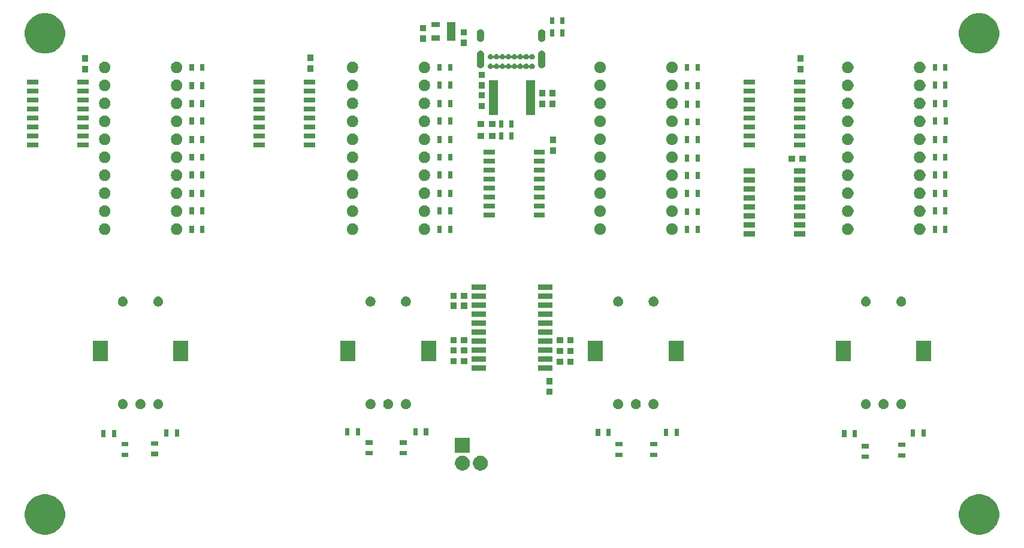
<source format=gts>
G04 #@! TF.GenerationSoftware,KiCad,Pcbnew,(5.1.5)-3*
G04 #@! TF.CreationDate,2020-12-19T11:39:56-05:00*
G04 #@! TF.ProjectId,Deej_Controller,4465656a-5f43-46f6-9e74-726f6c6c6572,rev?*
G04 #@! TF.SameCoordinates,Original*
G04 #@! TF.FileFunction,Soldermask,Top*
G04 #@! TF.FilePolarity,Negative*
%FSLAX46Y46*%
G04 Gerber Fmt 4.6, Leading zero omitted, Abs format (unit mm)*
G04 Created by KiCad (PCBNEW (5.1.5)-3) date 2020-12-19 11:39:56*
%MOMM*%
%LPD*%
G04 APERTURE LIST*
%ADD10C,0.100000*%
G04 APERTURE END LIST*
D10*
G36*
X219331606Y-118358562D02*
G01*
X219850455Y-118573476D01*
X220317407Y-118885484D01*
X220714516Y-119282593D01*
X221026524Y-119749545D01*
X221241438Y-120268394D01*
X221351000Y-120819201D01*
X221351000Y-121380799D01*
X221241438Y-121931606D01*
X221026524Y-122450455D01*
X220714516Y-122917407D01*
X220317407Y-123314516D01*
X219850455Y-123626524D01*
X219331606Y-123841438D01*
X219056202Y-123896219D01*
X218780800Y-123951000D01*
X218219200Y-123951000D01*
X217943798Y-123896219D01*
X217668394Y-123841438D01*
X217149545Y-123626524D01*
X216682593Y-123314516D01*
X216285484Y-122917407D01*
X215973476Y-122450455D01*
X215758562Y-121931606D01*
X215649000Y-121380799D01*
X215649000Y-120819201D01*
X215758562Y-120268394D01*
X215973476Y-119749545D01*
X216285484Y-119282593D01*
X216682593Y-118885484D01*
X217149545Y-118573476D01*
X217668394Y-118358562D01*
X218219200Y-118249000D01*
X218780800Y-118249000D01*
X219331606Y-118358562D01*
G37*
G36*
X87331606Y-118358562D02*
G01*
X87850455Y-118573476D01*
X88317407Y-118885484D01*
X88714516Y-119282593D01*
X89026524Y-119749545D01*
X89241438Y-120268394D01*
X89351000Y-120819201D01*
X89351000Y-121380799D01*
X89241438Y-121931606D01*
X89026524Y-122450455D01*
X88714516Y-122917407D01*
X88317407Y-123314516D01*
X87850455Y-123626524D01*
X87331606Y-123841438D01*
X87056202Y-123896219D01*
X86780800Y-123951000D01*
X86219200Y-123951000D01*
X85943798Y-123896219D01*
X85668394Y-123841438D01*
X85149545Y-123626524D01*
X84682593Y-123314516D01*
X84285484Y-122917407D01*
X83973476Y-122450455D01*
X83758562Y-121931606D01*
X83649000Y-121380799D01*
X83649000Y-120819201D01*
X83758562Y-120268394D01*
X83973476Y-119749545D01*
X84285484Y-119282593D01*
X84682593Y-118885484D01*
X85149545Y-118573476D01*
X85668394Y-118358562D01*
X86219200Y-118249000D01*
X86780800Y-118249000D01*
X87331606Y-118358562D01*
G37*
G36*
X145806564Y-112829389D02*
G01*
X145997833Y-112908615D01*
X145997835Y-112908616D01*
X146061267Y-112951000D01*
X146169973Y-113023635D01*
X146316365Y-113170027D01*
X146431385Y-113342167D01*
X146510611Y-113533436D01*
X146551000Y-113736484D01*
X146551000Y-113943516D01*
X146510611Y-114146564D01*
X146431385Y-114337833D01*
X146431384Y-114337835D01*
X146316365Y-114509973D01*
X146169973Y-114656365D01*
X145997835Y-114771384D01*
X145997834Y-114771385D01*
X145997833Y-114771385D01*
X145806564Y-114850611D01*
X145603516Y-114891000D01*
X145396484Y-114891000D01*
X145193436Y-114850611D01*
X145002167Y-114771385D01*
X145002166Y-114771385D01*
X145002165Y-114771384D01*
X144830027Y-114656365D01*
X144683635Y-114509973D01*
X144568616Y-114337835D01*
X144568615Y-114337833D01*
X144489389Y-114146564D01*
X144449000Y-113943516D01*
X144449000Y-113736484D01*
X144489389Y-113533436D01*
X144568615Y-113342167D01*
X144683635Y-113170027D01*
X144830027Y-113023635D01*
X144938733Y-112951000D01*
X145002165Y-112908616D01*
X145002167Y-112908615D01*
X145193436Y-112829389D01*
X145396484Y-112789000D01*
X145603516Y-112789000D01*
X145806564Y-112829389D01*
G37*
G36*
X148346564Y-112829389D02*
G01*
X148537833Y-112908615D01*
X148537835Y-112908616D01*
X148601267Y-112951000D01*
X148709973Y-113023635D01*
X148856365Y-113170027D01*
X148971385Y-113342167D01*
X149050611Y-113533436D01*
X149091000Y-113736484D01*
X149091000Y-113943516D01*
X149050611Y-114146564D01*
X148971385Y-114337833D01*
X148971384Y-114337835D01*
X148856365Y-114509973D01*
X148709973Y-114656365D01*
X148537835Y-114771384D01*
X148537834Y-114771385D01*
X148537833Y-114771385D01*
X148346564Y-114850611D01*
X148143516Y-114891000D01*
X147936484Y-114891000D01*
X147733436Y-114850611D01*
X147542167Y-114771385D01*
X147542166Y-114771385D01*
X147542165Y-114771384D01*
X147370027Y-114656365D01*
X147223635Y-114509973D01*
X147108616Y-114337835D01*
X147108615Y-114337833D01*
X147029389Y-114146564D01*
X146989000Y-113943516D01*
X146989000Y-113736484D01*
X147029389Y-113533436D01*
X147108615Y-113342167D01*
X147223635Y-113170027D01*
X147370027Y-113023635D01*
X147478733Y-112951000D01*
X147542165Y-112908616D01*
X147542167Y-112908615D01*
X147733436Y-112829389D01*
X147936484Y-112789000D01*
X148143516Y-112789000D01*
X148346564Y-112829389D01*
G37*
G36*
X202901000Y-113251000D02*
G01*
X201899000Y-113251000D01*
X201899000Y-112649000D01*
X202901000Y-112649000D01*
X202901000Y-113251000D01*
G37*
G36*
X208101000Y-113051000D02*
G01*
X207099000Y-113051000D01*
X207099000Y-112449000D01*
X208101000Y-112449000D01*
X208101000Y-113051000D01*
G37*
G36*
X168101000Y-112951000D02*
G01*
X167099000Y-112951000D01*
X167099000Y-112349000D01*
X168101000Y-112349000D01*
X168101000Y-112951000D01*
G37*
G36*
X173001000Y-112951000D02*
G01*
X171999000Y-112951000D01*
X171999000Y-112349000D01*
X173001000Y-112349000D01*
X173001000Y-112951000D01*
G37*
G36*
X98301000Y-112951000D02*
G01*
X97299000Y-112951000D01*
X97299000Y-112349000D01*
X98301000Y-112349000D01*
X98301000Y-112951000D01*
G37*
G36*
X102501000Y-112851000D02*
G01*
X101499000Y-112851000D01*
X101499000Y-112249000D01*
X102501000Y-112249000D01*
X102501000Y-112851000D01*
G37*
G36*
X137601000Y-112751000D02*
G01*
X136599000Y-112751000D01*
X136599000Y-112149000D01*
X137601000Y-112149000D01*
X137601000Y-112751000D01*
G37*
G36*
X132801000Y-112751000D02*
G01*
X131799000Y-112751000D01*
X131799000Y-112149000D01*
X132801000Y-112149000D01*
X132801000Y-112751000D01*
G37*
G36*
X146551000Y-112351000D02*
G01*
X144449000Y-112351000D01*
X144449000Y-110249000D01*
X146551000Y-110249000D01*
X146551000Y-112351000D01*
G37*
G36*
X202901000Y-111751000D02*
G01*
X201899000Y-111751000D01*
X201899000Y-111149000D01*
X202901000Y-111149000D01*
X202901000Y-111751000D01*
G37*
G36*
X208101000Y-111551000D02*
G01*
X207099000Y-111551000D01*
X207099000Y-110949000D01*
X208101000Y-110949000D01*
X208101000Y-111551000D01*
G37*
G36*
X168101000Y-111451000D02*
G01*
X167099000Y-111451000D01*
X167099000Y-110849000D01*
X168101000Y-110849000D01*
X168101000Y-111451000D01*
G37*
G36*
X173001000Y-111451000D02*
G01*
X171999000Y-111451000D01*
X171999000Y-110849000D01*
X173001000Y-110849000D01*
X173001000Y-111451000D01*
G37*
G36*
X98301000Y-111451000D02*
G01*
X97299000Y-111451000D01*
X97299000Y-110849000D01*
X98301000Y-110849000D01*
X98301000Y-111451000D01*
G37*
G36*
X102501000Y-111351000D02*
G01*
X101499000Y-111351000D01*
X101499000Y-110749000D01*
X102501000Y-110749000D01*
X102501000Y-111351000D01*
G37*
G36*
X137601000Y-111251000D02*
G01*
X136599000Y-111251000D01*
X136599000Y-110649000D01*
X137601000Y-110649000D01*
X137601000Y-111251000D01*
G37*
G36*
X132801000Y-111251000D02*
G01*
X131799000Y-111251000D01*
X131799000Y-110649000D01*
X132801000Y-110649000D01*
X132801000Y-111251000D01*
G37*
G36*
X201251000Y-110201000D02*
G01*
X200649000Y-110201000D01*
X200649000Y-109199000D01*
X201251000Y-109199000D01*
X201251000Y-110201000D01*
G37*
G36*
X199751000Y-110201000D02*
G01*
X199149000Y-110201000D01*
X199149000Y-109199000D01*
X199751000Y-109199000D01*
X199751000Y-110201000D01*
G37*
G36*
X96551000Y-110201000D02*
G01*
X95949000Y-110201000D01*
X95949000Y-109199000D01*
X96551000Y-109199000D01*
X96551000Y-110201000D01*
G37*
G36*
X95051000Y-110201000D02*
G01*
X94449000Y-110201000D01*
X94449000Y-109199000D01*
X95051000Y-109199000D01*
X95051000Y-110201000D01*
G37*
G36*
X105451000Y-110101000D02*
G01*
X104849000Y-110101000D01*
X104849000Y-109099000D01*
X105451000Y-109099000D01*
X105451000Y-110101000D01*
G37*
G36*
X209451000Y-110101000D02*
G01*
X208849000Y-110101000D01*
X208849000Y-109099000D01*
X209451000Y-109099000D01*
X209451000Y-110101000D01*
G37*
G36*
X103951000Y-110101000D02*
G01*
X103349000Y-110101000D01*
X103349000Y-109099000D01*
X103951000Y-109099000D01*
X103951000Y-110101000D01*
G37*
G36*
X210951000Y-110101000D02*
G01*
X210349000Y-110101000D01*
X210349000Y-109099000D01*
X210951000Y-109099000D01*
X210951000Y-110101000D01*
G37*
G36*
X166451000Y-110001000D02*
G01*
X165849000Y-110001000D01*
X165849000Y-108999000D01*
X166451000Y-108999000D01*
X166451000Y-110001000D01*
G37*
G36*
X164951000Y-110001000D02*
G01*
X164349000Y-110001000D01*
X164349000Y-108999000D01*
X164951000Y-108999000D01*
X164951000Y-110001000D01*
G37*
G36*
X174551000Y-110001000D02*
G01*
X173949000Y-110001000D01*
X173949000Y-108999000D01*
X174551000Y-108999000D01*
X174551000Y-110001000D01*
G37*
G36*
X176051000Y-110001000D02*
G01*
X175449000Y-110001000D01*
X175449000Y-108999000D01*
X176051000Y-108999000D01*
X176051000Y-110001000D01*
G37*
G36*
X129551000Y-109901000D02*
G01*
X128949000Y-109901000D01*
X128949000Y-108899000D01*
X129551000Y-108899000D01*
X129551000Y-109901000D01*
G37*
G36*
X139151000Y-109901000D02*
G01*
X138549000Y-109901000D01*
X138549000Y-108899000D01*
X139151000Y-108899000D01*
X139151000Y-109901000D01*
G37*
G36*
X140651000Y-109901000D02*
G01*
X140049000Y-109901000D01*
X140049000Y-108899000D01*
X140651000Y-108899000D01*
X140651000Y-109901000D01*
G37*
G36*
X131051000Y-109901000D02*
G01*
X130449000Y-109901000D01*
X130449000Y-108899000D01*
X131051000Y-108899000D01*
X131051000Y-109901000D01*
G37*
G36*
X137704473Y-104825938D02*
G01*
X137832049Y-104878782D01*
X137946859Y-104955495D01*
X138044505Y-105053141D01*
X138121218Y-105167951D01*
X138174062Y-105295527D01*
X138201000Y-105430956D01*
X138201000Y-105569044D01*
X138174062Y-105704473D01*
X138121218Y-105832049D01*
X138044505Y-105946859D01*
X137946859Y-106044505D01*
X137832049Y-106121218D01*
X137704473Y-106174062D01*
X137569044Y-106201000D01*
X137430956Y-106201000D01*
X137295527Y-106174062D01*
X137167951Y-106121218D01*
X137053141Y-106044505D01*
X136955495Y-105946859D01*
X136878782Y-105832049D01*
X136825938Y-105704473D01*
X136799000Y-105569044D01*
X136799000Y-105430956D01*
X136825938Y-105295527D01*
X136878782Y-105167951D01*
X136955495Y-105053141D01*
X137053141Y-104955495D01*
X137167951Y-104878782D01*
X137295527Y-104825938D01*
X137430956Y-104799000D01*
X137569044Y-104799000D01*
X137704473Y-104825938D01*
G37*
G36*
X207704473Y-104825938D02*
G01*
X207832049Y-104878782D01*
X207946859Y-104955495D01*
X208044505Y-105053141D01*
X208121218Y-105167951D01*
X208174062Y-105295527D01*
X208201000Y-105430956D01*
X208201000Y-105569044D01*
X208174062Y-105704473D01*
X208121218Y-105832049D01*
X208044505Y-105946859D01*
X207946859Y-106044505D01*
X207832049Y-106121218D01*
X207704473Y-106174062D01*
X207569044Y-106201000D01*
X207430956Y-106201000D01*
X207295527Y-106174062D01*
X207167951Y-106121218D01*
X207053141Y-106044505D01*
X206955495Y-105946859D01*
X206878782Y-105832049D01*
X206825938Y-105704473D01*
X206799000Y-105569044D01*
X206799000Y-105430956D01*
X206825938Y-105295527D01*
X206878782Y-105167951D01*
X206955495Y-105053141D01*
X207053141Y-104955495D01*
X207167951Y-104878782D01*
X207295527Y-104825938D01*
X207430956Y-104799000D01*
X207569044Y-104799000D01*
X207704473Y-104825938D01*
G37*
G36*
X205204473Y-104825938D02*
G01*
X205332049Y-104878782D01*
X205446859Y-104955495D01*
X205544505Y-105053141D01*
X205621218Y-105167951D01*
X205674062Y-105295527D01*
X205701000Y-105430956D01*
X205701000Y-105569044D01*
X205674062Y-105704473D01*
X205621218Y-105832049D01*
X205544505Y-105946859D01*
X205446859Y-106044505D01*
X205332049Y-106121218D01*
X205204473Y-106174062D01*
X205069044Y-106201000D01*
X204930956Y-106201000D01*
X204795527Y-106174062D01*
X204667951Y-106121218D01*
X204553141Y-106044505D01*
X204455495Y-105946859D01*
X204378782Y-105832049D01*
X204325938Y-105704473D01*
X204299000Y-105569044D01*
X204299000Y-105430956D01*
X204325938Y-105295527D01*
X204378782Y-105167951D01*
X204455495Y-105053141D01*
X204553141Y-104955495D01*
X204667951Y-104878782D01*
X204795527Y-104825938D01*
X204930956Y-104799000D01*
X205069044Y-104799000D01*
X205204473Y-104825938D01*
G37*
G36*
X202704473Y-104825938D02*
G01*
X202832049Y-104878782D01*
X202946859Y-104955495D01*
X203044505Y-105053141D01*
X203121218Y-105167951D01*
X203174062Y-105295527D01*
X203201000Y-105430956D01*
X203201000Y-105569044D01*
X203174062Y-105704473D01*
X203121218Y-105832049D01*
X203044505Y-105946859D01*
X202946859Y-106044505D01*
X202832049Y-106121218D01*
X202704473Y-106174062D01*
X202569044Y-106201000D01*
X202430956Y-106201000D01*
X202295527Y-106174062D01*
X202167951Y-106121218D01*
X202053141Y-106044505D01*
X201955495Y-105946859D01*
X201878782Y-105832049D01*
X201825938Y-105704473D01*
X201799000Y-105569044D01*
X201799000Y-105430956D01*
X201825938Y-105295527D01*
X201878782Y-105167951D01*
X201955495Y-105053141D01*
X202053141Y-104955495D01*
X202167951Y-104878782D01*
X202295527Y-104825938D01*
X202430956Y-104799000D01*
X202569044Y-104799000D01*
X202704473Y-104825938D01*
G37*
G36*
X97704473Y-104825938D02*
G01*
X97832049Y-104878782D01*
X97946859Y-104955495D01*
X98044505Y-105053141D01*
X98121218Y-105167951D01*
X98174062Y-105295527D01*
X98201000Y-105430956D01*
X98201000Y-105569044D01*
X98174062Y-105704473D01*
X98121218Y-105832049D01*
X98044505Y-105946859D01*
X97946859Y-106044505D01*
X97832049Y-106121218D01*
X97704473Y-106174062D01*
X97569044Y-106201000D01*
X97430956Y-106201000D01*
X97295527Y-106174062D01*
X97167951Y-106121218D01*
X97053141Y-106044505D01*
X96955495Y-105946859D01*
X96878782Y-105832049D01*
X96825938Y-105704473D01*
X96799000Y-105569044D01*
X96799000Y-105430956D01*
X96825938Y-105295527D01*
X96878782Y-105167951D01*
X96955495Y-105053141D01*
X97053141Y-104955495D01*
X97167951Y-104878782D01*
X97295527Y-104825938D01*
X97430956Y-104799000D01*
X97569044Y-104799000D01*
X97704473Y-104825938D01*
G37*
G36*
X100204473Y-104825938D02*
G01*
X100332049Y-104878782D01*
X100446859Y-104955495D01*
X100544505Y-105053141D01*
X100621218Y-105167951D01*
X100674062Y-105295527D01*
X100701000Y-105430956D01*
X100701000Y-105569044D01*
X100674062Y-105704473D01*
X100621218Y-105832049D01*
X100544505Y-105946859D01*
X100446859Y-106044505D01*
X100332049Y-106121218D01*
X100204473Y-106174062D01*
X100069044Y-106201000D01*
X99930956Y-106201000D01*
X99795527Y-106174062D01*
X99667951Y-106121218D01*
X99553141Y-106044505D01*
X99455495Y-105946859D01*
X99378782Y-105832049D01*
X99325938Y-105704473D01*
X99299000Y-105569044D01*
X99299000Y-105430956D01*
X99325938Y-105295527D01*
X99378782Y-105167951D01*
X99455495Y-105053141D01*
X99553141Y-104955495D01*
X99667951Y-104878782D01*
X99795527Y-104825938D01*
X99930956Y-104799000D01*
X100069044Y-104799000D01*
X100204473Y-104825938D01*
G37*
G36*
X102704473Y-104825938D02*
G01*
X102832049Y-104878782D01*
X102946859Y-104955495D01*
X103044505Y-105053141D01*
X103121218Y-105167951D01*
X103174062Y-105295527D01*
X103201000Y-105430956D01*
X103201000Y-105569044D01*
X103174062Y-105704473D01*
X103121218Y-105832049D01*
X103044505Y-105946859D01*
X102946859Y-106044505D01*
X102832049Y-106121218D01*
X102704473Y-106174062D01*
X102569044Y-106201000D01*
X102430956Y-106201000D01*
X102295527Y-106174062D01*
X102167951Y-106121218D01*
X102053141Y-106044505D01*
X101955495Y-105946859D01*
X101878782Y-105832049D01*
X101825938Y-105704473D01*
X101799000Y-105569044D01*
X101799000Y-105430956D01*
X101825938Y-105295527D01*
X101878782Y-105167951D01*
X101955495Y-105053141D01*
X102053141Y-104955495D01*
X102167951Y-104878782D01*
X102295527Y-104825938D01*
X102430956Y-104799000D01*
X102569044Y-104799000D01*
X102704473Y-104825938D01*
G37*
G36*
X132704473Y-104825938D02*
G01*
X132832049Y-104878782D01*
X132946859Y-104955495D01*
X133044505Y-105053141D01*
X133121218Y-105167951D01*
X133174062Y-105295527D01*
X133201000Y-105430956D01*
X133201000Y-105569044D01*
X133174062Y-105704473D01*
X133121218Y-105832049D01*
X133044505Y-105946859D01*
X132946859Y-106044505D01*
X132832049Y-106121218D01*
X132704473Y-106174062D01*
X132569044Y-106201000D01*
X132430956Y-106201000D01*
X132295527Y-106174062D01*
X132167951Y-106121218D01*
X132053141Y-106044505D01*
X131955495Y-105946859D01*
X131878782Y-105832049D01*
X131825938Y-105704473D01*
X131799000Y-105569044D01*
X131799000Y-105430956D01*
X131825938Y-105295527D01*
X131878782Y-105167951D01*
X131955495Y-105053141D01*
X132053141Y-104955495D01*
X132167951Y-104878782D01*
X132295527Y-104825938D01*
X132430956Y-104799000D01*
X132569044Y-104799000D01*
X132704473Y-104825938D01*
G37*
G36*
X135204473Y-104825938D02*
G01*
X135332049Y-104878782D01*
X135446859Y-104955495D01*
X135544505Y-105053141D01*
X135621218Y-105167951D01*
X135674062Y-105295527D01*
X135701000Y-105430956D01*
X135701000Y-105569044D01*
X135674062Y-105704473D01*
X135621218Y-105832049D01*
X135544505Y-105946859D01*
X135446859Y-106044505D01*
X135332049Y-106121218D01*
X135204473Y-106174062D01*
X135069044Y-106201000D01*
X134930956Y-106201000D01*
X134795527Y-106174062D01*
X134667951Y-106121218D01*
X134553141Y-106044505D01*
X134455495Y-105946859D01*
X134378782Y-105832049D01*
X134325938Y-105704473D01*
X134299000Y-105569044D01*
X134299000Y-105430956D01*
X134325938Y-105295527D01*
X134378782Y-105167951D01*
X134455495Y-105053141D01*
X134553141Y-104955495D01*
X134667951Y-104878782D01*
X134795527Y-104825938D01*
X134930956Y-104799000D01*
X135069044Y-104799000D01*
X135204473Y-104825938D01*
G37*
G36*
X167704473Y-104825938D02*
G01*
X167832049Y-104878782D01*
X167946859Y-104955495D01*
X168044505Y-105053141D01*
X168121218Y-105167951D01*
X168174062Y-105295527D01*
X168201000Y-105430956D01*
X168201000Y-105569044D01*
X168174062Y-105704473D01*
X168121218Y-105832049D01*
X168044505Y-105946859D01*
X167946859Y-106044505D01*
X167832049Y-106121218D01*
X167704473Y-106174062D01*
X167569044Y-106201000D01*
X167430956Y-106201000D01*
X167295527Y-106174062D01*
X167167951Y-106121218D01*
X167053141Y-106044505D01*
X166955495Y-105946859D01*
X166878782Y-105832049D01*
X166825938Y-105704473D01*
X166799000Y-105569044D01*
X166799000Y-105430956D01*
X166825938Y-105295527D01*
X166878782Y-105167951D01*
X166955495Y-105053141D01*
X167053141Y-104955495D01*
X167167951Y-104878782D01*
X167295527Y-104825938D01*
X167430956Y-104799000D01*
X167569044Y-104799000D01*
X167704473Y-104825938D01*
G37*
G36*
X172704473Y-104825938D02*
G01*
X172832049Y-104878782D01*
X172946859Y-104955495D01*
X173044505Y-105053141D01*
X173121218Y-105167951D01*
X173174062Y-105295527D01*
X173201000Y-105430956D01*
X173201000Y-105569044D01*
X173174062Y-105704473D01*
X173121218Y-105832049D01*
X173044505Y-105946859D01*
X172946859Y-106044505D01*
X172832049Y-106121218D01*
X172704473Y-106174062D01*
X172569044Y-106201000D01*
X172430956Y-106201000D01*
X172295527Y-106174062D01*
X172167951Y-106121218D01*
X172053141Y-106044505D01*
X171955495Y-105946859D01*
X171878782Y-105832049D01*
X171825938Y-105704473D01*
X171799000Y-105569044D01*
X171799000Y-105430956D01*
X171825938Y-105295527D01*
X171878782Y-105167951D01*
X171955495Y-105053141D01*
X172053141Y-104955495D01*
X172167951Y-104878782D01*
X172295527Y-104825938D01*
X172430956Y-104799000D01*
X172569044Y-104799000D01*
X172704473Y-104825938D01*
G37*
G36*
X170204473Y-104825938D02*
G01*
X170332049Y-104878782D01*
X170446859Y-104955495D01*
X170544505Y-105053141D01*
X170621218Y-105167951D01*
X170674062Y-105295527D01*
X170701000Y-105430956D01*
X170701000Y-105569044D01*
X170674062Y-105704473D01*
X170621218Y-105832049D01*
X170544505Y-105946859D01*
X170446859Y-106044505D01*
X170332049Y-106121218D01*
X170204473Y-106174062D01*
X170069044Y-106201000D01*
X169930956Y-106201000D01*
X169795527Y-106174062D01*
X169667951Y-106121218D01*
X169553141Y-106044505D01*
X169455495Y-105946859D01*
X169378782Y-105832049D01*
X169325938Y-105704473D01*
X169299000Y-105569044D01*
X169299000Y-105430956D01*
X169325938Y-105295527D01*
X169378782Y-105167951D01*
X169455495Y-105053141D01*
X169553141Y-104955495D01*
X169667951Y-104878782D01*
X169795527Y-104825938D01*
X169930956Y-104799000D01*
X170069044Y-104799000D01*
X170204473Y-104825938D01*
G37*
G36*
X158226000Y-104201000D02*
G01*
X157374000Y-104201000D01*
X157374000Y-103299000D01*
X158226000Y-103299000D01*
X158226000Y-104201000D01*
G37*
G36*
X158226000Y-102701000D02*
G01*
X157374000Y-102701000D01*
X157374000Y-101799000D01*
X158226000Y-101799000D01*
X158226000Y-102701000D01*
G37*
G36*
X158226000Y-100766000D02*
G01*
X156174000Y-100766000D01*
X156174000Y-100064000D01*
X158226000Y-100064000D01*
X158226000Y-100766000D01*
G37*
G36*
X148826000Y-100766000D02*
G01*
X146774000Y-100766000D01*
X146774000Y-100064000D01*
X148826000Y-100064000D01*
X148826000Y-100766000D01*
G37*
G36*
X161201000Y-99926000D02*
G01*
X160299000Y-99926000D01*
X160299000Y-99074000D01*
X161201000Y-99074000D01*
X161201000Y-99926000D01*
G37*
G36*
X159701000Y-99926000D02*
G01*
X158799000Y-99926000D01*
X158799000Y-99074000D01*
X159701000Y-99074000D01*
X159701000Y-99926000D01*
G37*
G36*
X146201000Y-99826000D02*
G01*
X145299000Y-99826000D01*
X145299000Y-98974000D01*
X146201000Y-98974000D01*
X146201000Y-99826000D01*
G37*
G36*
X144701000Y-99826000D02*
G01*
X143799000Y-99826000D01*
X143799000Y-98974000D01*
X144701000Y-98974000D01*
X144701000Y-99826000D01*
G37*
G36*
X148826000Y-99496000D02*
G01*
X146774000Y-99496000D01*
X146774000Y-98794000D01*
X148826000Y-98794000D01*
X148826000Y-99496000D01*
G37*
G36*
X158226000Y-99496000D02*
G01*
X156174000Y-99496000D01*
X156174000Y-98794000D01*
X158226000Y-98794000D01*
X158226000Y-99496000D01*
G37*
G36*
X106751000Y-99451000D02*
G01*
X104649000Y-99451000D01*
X104649000Y-96549000D01*
X106751000Y-96549000D01*
X106751000Y-99451000D01*
G37*
G36*
X211751000Y-99451000D02*
G01*
X209649000Y-99451000D01*
X209649000Y-96549000D01*
X211751000Y-96549000D01*
X211751000Y-99451000D01*
G37*
G36*
X200351000Y-99451000D02*
G01*
X198249000Y-99451000D01*
X198249000Y-96549000D01*
X200351000Y-96549000D01*
X200351000Y-99451000D01*
G37*
G36*
X95351000Y-99451000D02*
G01*
X93249000Y-99451000D01*
X93249000Y-96549000D01*
X95351000Y-96549000D01*
X95351000Y-99451000D01*
G37*
G36*
X130351000Y-99451000D02*
G01*
X128249000Y-99451000D01*
X128249000Y-96549000D01*
X130351000Y-96549000D01*
X130351000Y-99451000D01*
G37*
G36*
X141751000Y-99451000D02*
G01*
X139649000Y-99451000D01*
X139649000Y-96549000D01*
X141751000Y-96549000D01*
X141751000Y-99451000D01*
G37*
G36*
X176751000Y-99451000D02*
G01*
X174649000Y-99451000D01*
X174649000Y-96549000D01*
X176751000Y-96549000D01*
X176751000Y-99451000D01*
G37*
G36*
X165351000Y-99451000D02*
G01*
X163249000Y-99451000D01*
X163249000Y-96549000D01*
X165351000Y-96549000D01*
X165351000Y-99451000D01*
G37*
G36*
X159701000Y-98426000D02*
G01*
X158799000Y-98426000D01*
X158799000Y-97574000D01*
X159701000Y-97574000D01*
X159701000Y-98426000D01*
G37*
G36*
X161201000Y-98426000D02*
G01*
X160299000Y-98426000D01*
X160299000Y-97574000D01*
X161201000Y-97574000D01*
X161201000Y-98426000D01*
G37*
G36*
X146201000Y-98326000D02*
G01*
X145299000Y-98326000D01*
X145299000Y-97474000D01*
X146201000Y-97474000D01*
X146201000Y-98326000D01*
G37*
G36*
X144701000Y-98326000D02*
G01*
X143799000Y-98326000D01*
X143799000Y-97474000D01*
X144701000Y-97474000D01*
X144701000Y-98326000D01*
G37*
G36*
X148826000Y-98226000D02*
G01*
X146774000Y-98226000D01*
X146774000Y-97524000D01*
X148826000Y-97524000D01*
X148826000Y-98226000D01*
G37*
G36*
X158226000Y-98226000D02*
G01*
X156174000Y-98226000D01*
X156174000Y-97524000D01*
X158226000Y-97524000D01*
X158226000Y-98226000D01*
G37*
G36*
X148826000Y-96956000D02*
G01*
X146774000Y-96956000D01*
X146774000Y-96254000D01*
X148826000Y-96254000D01*
X148826000Y-96956000D01*
G37*
G36*
X158226000Y-96956000D02*
G01*
X156174000Y-96956000D01*
X156174000Y-96254000D01*
X158226000Y-96254000D01*
X158226000Y-96956000D01*
G37*
G36*
X144701000Y-96926000D02*
G01*
X143799000Y-96926000D01*
X143799000Y-96074000D01*
X144701000Y-96074000D01*
X144701000Y-96926000D01*
G37*
G36*
X159701000Y-96926000D02*
G01*
X158799000Y-96926000D01*
X158799000Y-96074000D01*
X159701000Y-96074000D01*
X159701000Y-96926000D01*
G37*
G36*
X161201000Y-96926000D02*
G01*
X160299000Y-96926000D01*
X160299000Y-96074000D01*
X161201000Y-96074000D01*
X161201000Y-96926000D01*
G37*
G36*
X146201000Y-96926000D02*
G01*
X145299000Y-96926000D01*
X145299000Y-96074000D01*
X146201000Y-96074000D01*
X146201000Y-96926000D01*
G37*
G36*
X158226000Y-95686000D02*
G01*
X156174000Y-95686000D01*
X156174000Y-94984000D01*
X158226000Y-94984000D01*
X158226000Y-95686000D01*
G37*
G36*
X148826000Y-95686000D02*
G01*
X146774000Y-95686000D01*
X146774000Y-94984000D01*
X148826000Y-94984000D01*
X148826000Y-95686000D01*
G37*
G36*
X158226000Y-94416000D02*
G01*
X156174000Y-94416000D01*
X156174000Y-93714000D01*
X158226000Y-93714000D01*
X158226000Y-94416000D01*
G37*
G36*
X148826000Y-94416000D02*
G01*
X146774000Y-94416000D01*
X146774000Y-93714000D01*
X148826000Y-93714000D01*
X148826000Y-94416000D01*
G37*
G36*
X158226000Y-93146000D02*
G01*
X156174000Y-93146000D01*
X156174000Y-92444000D01*
X158226000Y-92444000D01*
X158226000Y-93146000D01*
G37*
G36*
X148826000Y-93146000D02*
G01*
X146774000Y-93146000D01*
X146774000Y-92444000D01*
X148826000Y-92444000D01*
X148826000Y-93146000D01*
G37*
G36*
X146201000Y-92026000D02*
G01*
X145299000Y-92026000D01*
X145299000Y-91174000D01*
X146201000Y-91174000D01*
X146201000Y-92026000D01*
G37*
G36*
X144701000Y-92026000D02*
G01*
X143799000Y-92026000D01*
X143799000Y-91174000D01*
X144701000Y-91174000D01*
X144701000Y-92026000D01*
G37*
G36*
X158226000Y-91876000D02*
G01*
X156174000Y-91876000D01*
X156174000Y-91174000D01*
X158226000Y-91174000D01*
X158226000Y-91876000D01*
G37*
G36*
X148826000Y-91876000D02*
G01*
X146774000Y-91876000D01*
X146774000Y-91174000D01*
X148826000Y-91174000D01*
X148826000Y-91876000D01*
G37*
G36*
X102704473Y-90325938D02*
G01*
X102832049Y-90378782D01*
X102946859Y-90455495D01*
X103044505Y-90553141D01*
X103121218Y-90667951D01*
X103174062Y-90795527D01*
X103201000Y-90930956D01*
X103201000Y-91069044D01*
X103174062Y-91204473D01*
X103121218Y-91332049D01*
X103044505Y-91446859D01*
X102946859Y-91544505D01*
X102832049Y-91621218D01*
X102704473Y-91674062D01*
X102569044Y-91701000D01*
X102430956Y-91701000D01*
X102295527Y-91674062D01*
X102167951Y-91621218D01*
X102053141Y-91544505D01*
X101955495Y-91446859D01*
X101878782Y-91332049D01*
X101825938Y-91204473D01*
X101799000Y-91069044D01*
X101799000Y-90930956D01*
X101825938Y-90795527D01*
X101878782Y-90667951D01*
X101955495Y-90553141D01*
X102053141Y-90455495D01*
X102167951Y-90378782D01*
X102295527Y-90325938D01*
X102430956Y-90299000D01*
X102569044Y-90299000D01*
X102704473Y-90325938D01*
G37*
G36*
X97704473Y-90325938D02*
G01*
X97832049Y-90378782D01*
X97946859Y-90455495D01*
X98044505Y-90553141D01*
X98121218Y-90667951D01*
X98174062Y-90795527D01*
X98201000Y-90930956D01*
X98201000Y-91069044D01*
X98174062Y-91204473D01*
X98121218Y-91332049D01*
X98044505Y-91446859D01*
X97946859Y-91544505D01*
X97832049Y-91621218D01*
X97704473Y-91674062D01*
X97569044Y-91701000D01*
X97430956Y-91701000D01*
X97295527Y-91674062D01*
X97167951Y-91621218D01*
X97053141Y-91544505D01*
X96955495Y-91446859D01*
X96878782Y-91332049D01*
X96825938Y-91204473D01*
X96799000Y-91069044D01*
X96799000Y-90930956D01*
X96825938Y-90795527D01*
X96878782Y-90667951D01*
X96955495Y-90553141D01*
X97053141Y-90455495D01*
X97167951Y-90378782D01*
X97295527Y-90325938D01*
X97430956Y-90299000D01*
X97569044Y-90299000D01*
X97704473Y-90325938D01*
G37*
G36*
X172704473Y-90325938D02*
G01*
X172832049Y-90378782D01*
X172946859Y-90455495D01*
X173044505Y-90553141D01*
X173121218Y-90667951D01*
X173174062Y-90795527D01*
X173201000Y-90930956D01*
X173201000Y-91069044D01*
X173174062Y-91204473D01*
X173121218Y-91332049D01*
X173044505Y-91446859D01*
X172946859Y-91544505D01*
X172832049Y-91621218D01*
X172704473Y-91674062D01*
X172569044Y-91701000D01*
X172430956Y-91701000D01*
X172295527Y-91674062D01*
X172167951Y-91621218D01*
X172053141Y-91544505D01*
X171955495Y-91446859D01*
X171878782Y-91332049D01*
X171825938Y-91204473D01*
X171799000Y-91069044D01*
X171799000Y-90930956D01*
X171825938Y-90795527D01*
X171878782Y-90667951D01*
X171955495Y-90553141D01*
X172053141Y-90455495D01*
X172167951Y-90378782D01*
X172295527Y-90325938D01*
X172430956Y-90299000D01*
X172569044Y-90299000D01*
X172704473Y-90325938D01*
G37*
G36*
X202704473Y-90325938D02*
G01*
X202832049Y-90378782D01*
X202946859Y-90455495D01*
X203044505Y-90553141D01*
X203121218Y-90667951D01*
X203174062Y-90795527D01*
X203201000Y-90930956D01*
X203201000Y-91069044D01*
X203174062Y-91204473D01*
X203121218Y-91332049D01*
X203044505Y-91446859D01*
X202946859Y-91544505D01*
X202832049Y-91621218D01*
X202704473Y-91674062D01*
X202569044Y-91701000D01*
X202430956Y-91701000D01*
X202295527Y-91674062D01*
X202167951Y-91621218D01*
X202053141Y-91544505D01*
X201955495Y-91446859D01*
X201878782Y-91332049D01*
X201825938Y-91204473D01*
X201799000Y-91069044D01*
X201799000Y-90930956D01*
X201825938Y-90795527D01*
X201878782Y-90667951D01*
X201955495Y-90553141D01*
X202053141Y-90455495D01*
X202167951Y-90378782D01*
X202295527Y-90325938D01*
X202430956Y-90299000D01*
X202569044Y-90299000D01*
X202704473Y-90325938D01*
G37*
G36*
X207704473Y-90325938D02*
G01*
X207832049Y-90378782D01*
X207946859Y-90455495D01*
X208044505Y-90553141D01*
X208121218Y-90667951D01*
X208174062Y-90795527D01*
X208201000Y-90930956D01*
X208201000Y-91069044D01*
X208174062Y-91204473D01*
X208121218Y-91332049D01*
X208044505Y-91446859D01*
X207946859Y-91544505D01*
X207832049Y-91621218D01*
X207704473Y-91674062D01*
X207569044Y-91701000D01*
X207430956Y-91701000D01*
X207295527Y-91674062D01*
X207167951Y-91621218D01*
X207053141Y-91544505D01*
X206955495Y-91446859D01*
X206878782Y-91332049D01*
X206825938Y-91204473D01*
X206799000Y-91069044D01*
X206799000Y-90930956D01*
X206825938Y-90795527D01*
X206878782Y-90667951D01*
X206955495Y-90553141D01*
X207053141Y-90455495D01*
X207167951Y-90378782D01*
X207295527Y-90325938D01*
X207430956Y-90299000D01*
X207569044Y-90299000D01*
X207704473Y-90325938D01*
G37*
G36*
X132704473Y-90325938D02*
G01*
X132832049Y-90378782D01*
X132946859Y-90455495D01*
X133044505Y-90553141D01*
X133121218Y-90667951D01*
X133174062Y-90795527D01*
X133201000Y-90930956D01*
X133201000Y-91069044D01*
X133174062Y-91204473D01*
X133121218Y-91332049D01*
X133044505Y-91446859D01*
X132946859Y-91544505D01*
X132832049Y-91621218D01*
X132704473Y-91674062D01*
X132569044Y-91701000D01*
X132430956Y-91701000D01*
X132295527Y-91674062D01*
X132167951Y-91621218D01*
X132053141Y-91544505D01*
X131955495Y-91446859D01*
X131878782Y-91332049D01*
X131825938Y-91204473D01*
X131799000Y-91069044D01*
X131799000Y-90930956D01*
X131825938Y-90795527D01*
X131878782Y-90667951D01*
X131955495Y-90553141D01*
X132053141Y-90455495D01*
X132167951Y-90378782D01*
X132295527Y-90325938D01*
X132430956Y-90299000D01*
X132569044Y-90299000D01*
X132704473Y-90325938D01*
G37*
G36*
X137704473Y-90325938D02*
G01*
X137832049Y-90378782D01*
X137946859Y-90455495D01*
X138044505Y-90553141D01*
X138121218Y-90667951D01*
X138174062Y-90795527D01*
X138201000Y-90930956D01*
X138201000Y-91069044D01*
X138174062Y-91204473D01*
X138121218Y-91332049D01*
X138044505Y-91446859D01*
X137946859Y-91544505D01*
X137832049Y-91621218D01*
X137704473Y-91674062D01*
X137569044Y-91701000D01*
X137430956Y-91701000D01*
X137295527Y-91674062D01*
X137167951Y-91621218D01*
X137053141Y-91544505D01*
X136955495Y-91446859D01*
X136878782Y-91332049D01*
X136825938Y-91204473D01*
X136799000Y-91069044D01*
X136799000Y-90930956D01*
X136825938Y-90795527D01*
X136878782Y-90667951D01*
X136955495Y-90553141D01*
X137053141Y-90455495D01*
X137167951Y-90378782D01*
X137295527Y-90325938D01*
X137430956Y-90299000D01*
X137569044Y-90299000D01*
X137704473Y-90325938D01*
G37*
G36*
X167704473Y-90325938D02*
G01*
X167832049Y-90378782D01*
X167946859Y-90455495D01*
X168044505Y-90553141D01*
X168121218Y-90667951D01*
X168174062Y-90795527D01*
X168201000Y-90930956D01*
X168201000Y-91069044D01*
X168174062Y-91204473D01*
X168121218Y-91332049D01*
X168044505Y-91446859D01*
X167946859Y-91544505D01*
X167832049Y-91621218D01*
X167704473Y-91674062D01*
X167569044Y-91701000D01*
X167430956Y-91701000D01*
X167295527Y-91674062D01*
X167167951Y-91621218D01*
X167053141Y-91544505D01*
X166955495Y-91446859D01*
X166878782Y-91332049D01*
X166825938Y-91204473D01*
X166799000Y-91069044D01*
X166799000Y-90930956D01*
X166825938Y-90795527D01*
X166878782Y-90667951D01*
X166955495Y-90553141D01*
X167053141Y-90455495D01*
X167167951Y-90378782D01*
X167295527Y-90325938D01*
X167430956Y-90299000D01*
X167569044Y-90299000D01*
X167704473Y-90325938D01*
G37*
G36*
X146201000Y-90626000D02*
G01*
X145299000Y-90626000D01*
X145299000Y-89774000D01*
X146201000Y-89774000D01*
X146201000Y-90626000D01*
G37*
G36*
X144701000Y-90626000D02*
G01*
X143799000Y-90626000D01*
X143799000Y-89774000D01*
X144701000Y-89774000D01*
X144701000Y-90626000D01*
G37*
G36*
X148826000Y-90606000D02*
G01*
X146774000Y-90606000D01*
X146774000Y-89904000D01*
X148826000Y-89904000D01*
X148826000Y-90606000D01*
G37*
G36*
X158226000Y-90606000D02*
G01*
X156174000Y-90606000D01*
X156174000Y-89904000D01*
X158226000Y-89904000D01*
X158226000Y-90606000D01*
G37*
G36*
X158226000Y-89336000D02*
G01*
X156174000Y-89336000D01*
X156174000Y-88634000D01*
X158226000Y-88634000D01*
X158226000Y-89336000D01*
G37*
G36*
X148826000Y-89336000D02*
G01*
X146774000Y-89336000D01*
X146774000Y-88634000D01*
X148826000Y-88634000D01*
X148826000Y-89336000D01*
G37*
G36*
X193951000Y-81796000D02*
G01*
X192349000Y-81796000D01*
X192349000Y-81094000D01*
X193951000Y-81094000D01*
X193951000Y-81796000D01*
G37*
G36*
X186851000Y-81796000D02*
G01*
X185249000Y-81796000D01*
X185249000Y-81094000D01*
X186851000Y-81094000D01*
X186851000Y-81796000D01*
G37*
G36*
X105347142Y-79978242D02*
G01*
X105495101Y-80039529D01*
X105628255Y-80128499D01*
X105741501Y-80241745D01*
X105830471Y-80374899D01*
X105891758Y-80522858D01*
X105923000Y-80679925D01*
X105923000Y-80840075D01*
X105891758Y-80997142D01*
X105830471Y-81145101D01*
X105741501Y-81278255D01*
X105628255Y-81391501D01*
X105495101Y-81480471D01*
X105347142Y-81541758D01*
X105190075Y-81573000D01*
X105029925Y-81573000D01*
X104872858Y-81541758D01*
X104724899Y-81480471D01*
X104591745Y-81391501D01*
X104478499Y-81278255D01*
X104389529Y-81145101D01*
X104328242Y-80997142D01*
X104297000Y-80840075D01*
X104297000Y-80679925D01*
X104328242Y-80522858D01*
X104389529Y-80374899D01*
X104478499Y-80241745D01*
X104591745Y-80128499D01*
X104724899Y-80039529D01*
X104872858Y-79978242D01*
X105029925Y-79947000D01*
X105190075Y-79947000D01*
X105347142Y-79978242D01*
G37*
G36*
X95187142Y-79978242D02*
G01*
X95335101Y-80039529D01*
X95468255Y-80128499D01*
X95581501Y-80241745D01*
X95670471Y-80374899D01*
X95731758Y-80522858D01*
X95763000Y-80679925D01*
X95763000Y-80840075D01*
X95731758Y-80997142D01*
X95670471Y-81145101D01*
X95581501Y-81278255D01*
X95468255Y-81391501D01*
X95335101Y-81480471D01*
X95187142Y-81541758D01*
X95030075Y-81573000D01*
X94869925Y-81573000D01*
X94712858Y-81541758D01*
X94564899Y-81480471D01*
X94431745Y-81391501D01*
X94318499Y-81278255D01*
X94229529Y-81145101D01*
X94168242Y-80997142D01*
X94137000Y-80840075D01*
X94137000Y-80679925D01*
X94168242Y-80522858D01*
X94229529Y-80374899D01*
X94318499Y-80241745D01*
X94431745Y-80128499D01*
X94564899Y-80039529D01*
X94712858Y-79978242D01*
X94869925Y-79947000D01*
X95030075Y-79947000D01*
X95187142Y-79978242D01*
G37*
G36*
X210347142Y-79978242D02*
G01*
X210495101Y-80039529D01*
X210628255Y-80128499D01*
X210741501Y-80241745D01*
X210830471Y-80374899D01*
X210891758Y-80522858D01*
X210923000Y-80679925D01*
X210923000Y-80840075D01*
X210891758Y-80997142D01*
X210830471Y-81145101D01*
X210741501Y-81278255D01*
X210628255Y-81391501D01*
X210495101Y-81480471D01*
X210347142Y-81541758D01*
X210190075Y-81573000D01*
X210029925Y-81573000D01*
X209872858Y-81541758D01*
X209724899Y-81480471D01*
X209591745Y-81391501D01*
X209478499Y-81278255D01*
X209389529Y-81145101D01*
X209328242Y-80997142D01*
X209297000Y-80840075D01*
X209297000Y-80679925D01*
X209328242Y-80522858D01*
X209389529Y-80374899D01*
X209478499Y-80241745D01*
X209591745Y-80128499D01*
X209724899Y-80039529D01*
X209872858Y-79978242D01*
X210029925Y-79947000D01*
X210190075Y-79947000D01*
X210347142Y-79978242D01*
G37*
G36*
X200187142Y-79978242D02*
G01*
X200335101Y-80039529D01*
X200468255Y-80128499D01*
X200581501Y-80241745D01*
X200670471Y-80374899D01*
X200731758Y-80522858D01*
X200763000Y-80679925D01*
X200763000Y-80840075D01*
X200731758Y-80997142D01*
X200670471Y-81145101D01*
X200581501Y-81278255D01*
X200468255Y-81391501D01*
X200335101Y-81480471D01*
X200187142Y-81541758D01*
X200030075Y-81573000D01*
X199869925Y-81573000D01*
X199712858Y-81541758D01*
X199564899Y-81480471D01*
X199431745Y-81391501D01*
X199318499Y-81278255D01*
X199229529Y-81145101D01*
X199168242Y-80997142D01*
X199137000Y-80840075D01*
X199137000Y-80679925D01*
X199168242Y-80522858D01*
X199229529Y-80374899D01*
X199318499Y-80241745D01*
X199431745Y-80128499D01*
X199564899Y-80039529D01*
X199712858Y-79978242D01*
X199869925Y-79947000D01*
X200030075Y-79947000D01*
X200187142Y-79978242D01*
G37*
G36*
X140347142Y-79978242D02*
G01*
X140495101Y-80039529D01*
X140628255Y-80128499D01*
X140741501Y-80241745D01*
X140830471Y-80374899D01*
X140891758Y-80522858D01*
X140923000Y-80679925D01*
X140923000Y-80840075D01*
X140891758Y-80997142D01*
X140830471Y-81145101D01*
X140741501Y-81278255D01*
X140628255Y-81391501D01*
X140495101Y-81480471D01*
X140347142Y-81541758D01*
X140190075Y-81573000D01*
X140029925Y-81573000D01*
X139872858Y-81541758D01*
X139724899Y-81480471D01*
X139591745Y-81391501D01*
X139478499Y-81278255D01*
X139389529Y-81145101D01*
X139328242Y-80997142D01*
X139297000Y-80840075D01*
X139297000Y-80679925D01*
X139328242Y-80522858D01*
X139389529Y-80374899D01*
X139478499Y-80241745D01*
X139591745Y-80128499D01*
X139724899Y-80039529D01*
X139872858Y-79978242D01*
X140029925Y-79947000D01*
X140190075Y-79947000D01*
X140347142Y-79978242D01*
G37*
G36*
X165187142Y-79978242D02*
G01*
X165335101Y-80039529D01*
X165468255Y-80128499D01*
X165581501Y-80241745D01*
X165670471Y-80374899D01*
X165731758Y-80522858D01*
X165763000Y-80679925D01*
X165763000Y-80840075D01*
X165731758Y-80997142D01*
X165670471Y-81145101D01*
X165581501Y-81278255D01*
X165468255Y-81391501D01*
X165335101Y-81480471D01*
X165187142Y-81541758D01*
X165030075Y-81573000D01*
X164869925Y-81573000D01*
X164712858Y-81541758D01*
X164564899Y-81480471D01*
X164431745Y-81391501D01*
X164318499Y-81278255D01*
X164229529Y-81145101D01*
X164168242Y-80997142D01*
X164137000Y-80840075D01*
X164137000Y-80679925D01*
X164168242Y-80522858D01*
X164229529Y-80374899D01*
X164318499Y-80241745D01*
X164431745Y-80128499D01*
X164564899Y-80039529D01*
X164712858Y-79978242D01*
X164869925Y-79947000D01*
X165030075Y-79947000D01*
X165187142Y-79978242D01*
G37*
G36*
X175347142Y-79978242D02*
G01*
X175495101Y-80039529D01*
X175628255Y-80128499D01*
X175741501Y-80241745D01*
X175830471Y-80374899D01*
X175891758Y-80522858D01*
X175923000Y-80679925D01*
X175923000Y-80840075D01*
X175891758Y-80997142D01*
X175830471Y-81145101D01*
X175741501Y-81278255D01*
X175628255Y-81391501D01*
X175495101Y-81480471D01*
X175347142Y-81541758D01*
X175190075Y-81573000D01*
X175029925Y-81573000D01*
X174872858Y-81541758D01*
X174724899Y-81480471D01*
X174591745Y-81391501D01*
X174478499Y-81278255D01*
X174389529Y-81145101D01*
X174328242Y-80997142D01*
X174297000Y-80840075D01*
X174297000Y-80679925D01*
X174328242Y-80522858D01*
X174389529Y-80374899D01*
X174478499Y-80241745D01*
X174591745Y-80128499D01*
X174724899Y-80039529D01*
X174872858Y-79978242D01*
X175029925Y-79947000D01*
X175190075Y-79947000D01*
X175347142Y-79978242D01*
G37*
G36*
X130187142Y-79978242D02*
G01*
X130335101Y-80039529D01*
X130468255Y-80128499D01*
X130581501Y-80241745D01*
X130670471Y-80374899D01*
X130731758Y-80522858D01*
X130763000Y-80679925D01*
X130763000Y-80840075D01*
X130731758Y-80997142D01*
X130670471Y-81145101D01*
X130581501Y-81278255D01*
X130468255Y-81391501D01*
X130335101Y-81480471D01*
X130187142Y-81541758D01*
X130030075Y-81573000D01*
X129869925Y-81573000D01*
X129712858Y-81541758D01*
X129564899Y-81480471D01*
X129431745Y-81391501D01*
X129318499Y-81278255D01*
X129229529Y-81145101D01*
X129168242Y-80997142D01*
X129137000Y-80840075D01*
X129137000Y-80679925D01*
X129168242Y-80522858D01*
X129229529Y-80374899D01*
X129318499Y-80241745D01*
X129431745Y-80128499D01*
X129564899Y-80039529D01*
X129712858Y-79978242D01*
X129869925Y-79947000D01*
X130030075Y-79947000D01*
X130187142Y-79978242D01*
G37*
G36*
X144051000Y-81301000D02*
G01*
X143449000Y-81301000D01*
X143449000Y-80299000D01*
X144051000Y-80299000D01*
X144051000Y-81301000D01*
G37*
G36*
X214051000Y-81301000D02*
G01*
X213449000Y-81301000D01*
X213449000Y-80299000D01*
X214051000Y-80299000D01*
X214051000Y-81301000D01*
G37*
G36*
X177551000Y-81301000D02*
G01*
X176949000Y-81301000D01*
X176949000Y-80299000D01*
X177551000Y-80299000D01*
X177551000Y-81301000D01*
G37*
G36*
X179051000Y-81301000D02*
G01*
X178449000Y-81301000D01*
X178449000Y-80299000D01*
X179051000Y-80299000D01*
X179051000Y-81301000D01*
G37*
G36*
X142551000Y-81301000D02*
G01*
X141949000Y-81301000D01*
X141949000Y-80299000D01*
X142551000Y-80299000D01*
X142551000Y-81301000D01*
G37*
G36*
X212551000Y-81301000D02*
G01*
X211949000Y-81301000D01*
X211949000Y-80299000D01*
X212551000Y-80299000D01*
X212551000Y-81301000D01*
G37*
G36*
X109051000Y-81301000D02*
G01*
X108449000Y-81301000D01*
X108449000Y-80299000D01*
X109051000Y-80299000D01*
X109051000Y-81301000D01*
G37*
G36*
X107551000Y-81301000D02*
G01*
X106949000Y-81301000D01*
X106949000Y-80299000D01*
X107551000Y-80299000D01*
X107551000Y-81301000D01*
G37*
G36*
X193951000Y-80526000D02*
G01*
X192349000Y-80526000D01*
X192349000Y-79824000D01*
X193951000Y-79824000D01*
X193951000Y-80526000D01*
G37*
G36*
X186851000Y-80526000D02*
G01*
X185249000Y-80526000D01*
X185249000Y-79824000D01*
X186851000Y-79824000D01*
X186851000Y-80526000D01*
G37*
G36*
X186851000Y-79256000D02*
G01*
X185249000Y-79256000D01*
X185249000Y-78554000D01*
X186851000Y-78554000D01*
X186851000Y-79256000D01*
G37*
G36*
X193951000Y-79256000D02*
G01*
X192349000Y-79256000D01*
X192349000Y-78554000D01*
X193951000Y-78554000D01*
X193951000Y-79256000D01*
G37*
G36*
X150051000Y-79096000D02*
G01*
X148449000Y-79096000D01*
X148449000Y-78394000D01*
X150051000Y-78394000D01*
X150051000Y-79096000D01*
G37*
G36*
X157151000Y-79096000D02*
G01*
X155549000Y-79096000D01*
X155549000Y-78394000D01*
X157151000Y-78394000D01*
X157151000Y-79096000D01*
G37*
G36*
X130187142Y-77438242D02*
G01*
X130335101Y-77499529D01*
X130468255Y-77588499D01*
X130581501Y-77701745D01*
X130670471Y-77834899D01*
X130731758Y-77982858D01*
X130763000Y-78139925D01*
X130763000Y-78300075D01*
X130731758Y-78457142D01*
X130670471Y-78605101D01*
X130581501Y-78738255D01*
X130468255Y-78851501D01*
X130335101Y-78940471D01*
X130187142Y-79001758D01*
X130030075Y-79033000D01*
X129869925Y-79033000D01*
X129712858Y-79001758D01*
X129564899Y-78940471D01*
X129431745Y-78851501D01*
X129318499Y-78738255D01*
X129229529Y-78605101D01*
X129168242Y-78457142D01*
X129137000Y-78300075D01*
X129137000Y-78139925D01*
X129168242Y-77982858D01*
X129229529Y-77834899D01*
X129318499Y-77701745D01*
X129431745Y-77588499D01*
X129564899Y-77499529D01*
X129712858Y-77438242D01*
X129869925Y-77407000D01*
X130030075Y-77407000D01*
X130187142Y-77438242D01*
G37*
G36*
X140347142Y-77438242D02*
G01*
X140495101Y-77499529D01*
X140628255Y-77588499D01*
X140741501Y-77701745D01*
X140830471Y-77834899D01*
X140891758Y-77982858D01*
X140923000Y-78139925D01*
X140923000Y-78300075D01*
X140891758Y-78457142D01*
X140830471Y-78605101D01*
X140741501Y-78738255D01*
X140628255Y-78851501D01*
X140495101Y-78940471D01*
X140347142Y-79001758D01*
X140190075Y-79033000D01*
X140029925Y-79033000D01*
X139872858Y-79001758D01*
X139724899Y-78940471D01*
X139591745Y-78851501D01*
X139478499Y-78738255D01*
X139389529Y-78605101D01*
X139328242Y-78457142D01*
X139297000Y-78300075D01*
X139297000Y-78139925D01*
X139328242Y-77982858D01*
X139389529Y-77834899D01*
X139478499Y-77701745D01*
X139591745Y-77588499D01*
X139724899Y-77499529D01*
X139872858Y-77438242D01*
X140029925Y-77407000D01*
X140190075Y-77407000D01*
X140347142Y-77438242D01*
G37*
G36*
X105347142Y-77438242D02*
G01*
X105495101Y-77499529D01*
X105628255Y-77588499D01*
X105741501Y-77701745D01*
X105830471Y-77834899D01*
X105891758Y-77982858D01*
X105923000Y-78139925D01*
X105923000Y-78300075D01*
X105891758Y-78457142D01*
X105830471Y-78605101D01*
X105741501Y-78738255D01*
X105628255Y-78851501D01*
X105495101Y-78940471D01*
X105347142Y-79001758D01*
X105190075Y-79033000D01*
X105029925Y-79033000D01*
X104872858Y-79001758D01*
X104724899Y-78940471D01*
X104591745Y-78851501D01*
X104478499Y-78738255D01*
X104389529Y-78605101D01*
X104328242Y-78457142D01*
X104297000Y-78300075D01*
X104297000Y-78139925D01*
X104328242Y-77982858D01*
X104389529Y-77834899D01*
X104478499Y-77701745D01*
X104591745Y-77588499D01*
X104724899Y-77499529D01*
X104872858Y-77438242D01*
X105029925Y-77407000D01*
X105190075Y-77407000D01*
X105347142Y-77438242D01*
G37*
G36*
X200187142Y-77438242D02*
G01*
X200335101Y-77499529D01*
X200468255Y-77588499D01*
X200581501Y-77701745D01*
X200670471Y-77834899D01*
X200731758Y-77982858D01*
X200763000Y-78139925D01*
X200763000Y-78300075D01*
X200731758Y-78457142D01*
X200670471Y-78605101D01*
X200581501Y-78738255D01*
X200468255Y-78851501D01*
X200335101Y-78940471D01*
X200187142Y-79001758D01*
X200030075Y-79033000D01*
X199869925Y-79033000D01*
X199712858Y-79001758D01*
X199564899Y-78940471D01*
X199431745Y-78851501D01*
X199318499Y-78738255D01*
X199229529Y-78605101D01*
X199168242Y-78457142D01*
X199137000Y-78300075D01*
X199137000Y-78139925D01*
X199168242Y-77982858D01*
X199229529Y-77834899D01*
X199318499Y-77701745D01*
X199431745Y-77588499D01*
X199564899Y-77499529D01*
X199712858Y-77438242D01*
X199869925Y-77407000D01*
X200030075Y-77407000D01*
X200187142Y-77438242D01*
G37*
G36*
X175347142Y-77438242D02*
G01*
X175495101Y-77499529D01*
X175628255Y-77588499D01*
X175741501Y-77701745D01*
X175830471Y-77834899D01*
X175891758Y-77982858D01*
X175923000Y-78139925D01*
X175923000Y-78300075D01*
X175891758Y-78457142D01*
X175830471Y-78605101D01*
X175741501Y-78738255D01*
X175628255Y-78851501D01*
X175495101Y-78940471D01*
X175347142Y-79001758D01*
X175190075Y-79033000D01*
X175029925Y-79033000D01*
X174872858Y-79001758D01*
X174724899Y-78940471D01*
X174591745Y-78851501D01*
X174478499Y-78738255D01*
X174389529Y-78605101D01*
X174328242Y-78457142D01*
X174297000Y-78300075D01*
X174297000Y-78139925D01*
X174328242Y-77982858D01*
X174389529Y-77834899D01*
X174478499Y-77701745D01*
X174591745Y-77588499D01*
X174724899Y-77499529D01*
X174872858Y-77438242D01*
X175029925Y-77407000D01*
X175190075Y-77407000D01*
X175347142Y-77438242D01*
G37*
G36*
X95187142Y-77438242D02*
G01*
X95335101Y-77499529D01*
X95468255Y-77588499D01*
X95581501Y-77701745D01*
X95670471Y-77834899D01*
X95731758Y-77982858D01*
X95763000Y-78139925D01*
X95763000Y-78300075D01*
X95731758Y-78457142D01*
X95670471Y-78605101D01*
X95581501Y-78738255D01*
X95468255Y-78851501D01*
X95335101Y-78940471D01*
X95187142Y-79001758D01*
X95030075Y-79033000D01*
X94869925Y-79033000D01*
X94712858Y-79001758D01*
X94564899Y-78940471D01*
X94431745Y-78851501D01*
X94318499Y-78738255D01*
X94229529Y-78605101D01*
X94168242Y-78457142D01*
X94137000Y-78300075D01*
X94137000Y-78139925D01*
X94168242Y-77982858D01*
X94229529Y-77834899D01*
X94318499Y-77701745D01*
X94431745Y-77588499D01*
X94564899Y-77499529D01*
X94712858Y-77438242D01*
X94869925Y-77407000D01*
X95030075Y-77407000D01*
X95187142Y-77438242D01*
G37*
G36*
X165187142Y-77438242D02*
G01*
X165335101Y-77499529D01*
X165468255Y-77588499D01*
X165581501Y-77701745D01*
X165670471Y-77834899D01*
X165731758Y-77982858D01*
X165763000Y-78139925D01*
X165763000Y-78300075D01*
X165731758Y-78457142D01*
X165670471Y-78605101D01*
X165581501Y-78738255D01*
X165468255Y-78851501D01*
X165335101Y-78940471D01*
X165187142Y-79001758D01*
X165030075Y-79033000D01*
X164869925Y-79033000D01*
X164712858Y-79001758D01*
X164564899Y-78940471D01*
X164431745Y-78851501D01*
X164318499Y-78738255D01*
X164229529Y-78605101D01*
X164168242Y-78457142D01*
X164137000Y-78300075D01*
X164137000Y-78139925D01*
X164168242Y-77982858D01*
X164229529Y-77834899D01*
X164318499Y-77701745D01*
X164431745Y-77588499D01*
X164564899Y-77499529D01*
X164712858Y-77438242D01*
X164869925Y-77407000D01*
X165030075Y-77407000D01*
X165187142Y-77438242D01*
G37*
G36*
X210347142Y-77438242D02*
G01*
X210495101Y-77499529D01*
X210628255Y-77588499D01*
X210741501Y-77701745D01*
X210830471Y-77834899D01*
X210891758Y-77982858D01*
X210923000Y-78139925D01*
X210923000Y-78300075D01*
X210891758Y-78457142D01*
X210830471Y-78605101D01*
X210741501Y-78738255D01*
X210628255Y-78851501D01*
X210495101Y-78940471D01*
X210347142Y-79001758D01*
X210190075Y-79033000D01*
X210029925Y-79033000D01*
X209872858Y-79001758D01*
X209724899Y-78940471D01*
X209591745Y-78851501D01*
X209478499Y-78738255D01*
X209389529Y-78605101D01*
X209328242Y-78457142D01*
X209297000Y-78300075D01*
X209297000Y-78139925D01*
X209328242Y-77982858D01*
X209389529Y-77834899D01*
X209478499Y-77701745D01*
X209591745Y-77588499D01*
X209724899Y-77499529D01*
X209872858Y-77438242D01*
X210029925Y-77407000D01*
X210190075Y-77407000D01*
X210347142Y-77438242D01*
G37*
G36*
X177551000Y-78801000D02*
G01*
X176949000Y-78801000D01*
X176949000Y-77799000D01*
X177551000Y-77799000D01*
X177551000Y-78801000D01*
G37*
G36*
X179051000Y-78801000D02*
G01*
X178449000Y-78801000D01*
X178449000Y-77799000D01*
X179051000Y-77799000D01*
X179051000Y-78801000D01*
G37*
G36*
X212551000Y-78701000D02*
G01*
X211949000Y-78701000D01*
X211949000Y-77699000D01*
X212551000Y-77699000D01*
X212551000Y-78701000D01*
G37*
G36*
X144051000Y-78701000D02*
G01*
X143449000Y-78701000D01*
X143449000Y-77699000D01*
X144051000Y-77699000D01*
X144051000Y-78701000D01*
G37*
G36*
X142551000Y-78701000D02*
G01*
X141949000Y-78701000D01*
X141949000Y-77699000D01*
X142551000Y-77699000D01*
X142551000Y-78701000D01*
G37*
G36*
X214051000Y-78701000D02*
G01*
X213449000Y-78701000D01*
X213449000Y-77699000D01*
X214051000Y-77699000D01*
X214051000Y-78701000D01*
G37*
G36*
X109051000Y-78701000D02*
G01*
X108449000Y-78701000D01*
X108449000Y-77699000D01*
X109051000Y-77699000D01*
X109051000Y-78701000D01*
G37*
G36*
X107551000Y-78701000D02*
G01*
X106949000Y-78701000D01*
X106949000Y-77699000D01*
X107551000Y-77699000D01*
X107551000Y-78701000D01*
G37*
G36*
X186851000Y-77986000D02*
G01*
X185249000Y-77986000D01*
X185249000Y-77284000D01*
X186851000Y-77284000D01*
X186851000Y-77986000D01*
G37*
G36*
X193951000Y-77986000D02*
G01*
X192349000Y-77986000D01*
X192349000Y-77284000D01*
X193951000Y-77284000D01*
X193951000Y-77986000D01*
G37*
G36*
X157151000Y-77826000D02*
G01*
X155549000Y-77826000D01*
X155549000Y-77124000D01*
X157151000Y-77124000D01*
X157151000Y-77826000D01*
G37*
G36*
X150051000Y-77826000D02*
G01*
X148449000Y-77826000D01*
X148449000Y-77124000D01*
X150051000Y-77124000D01*
X150051000Y-77826000D01*
G37*
G36*
X186851000Y-76716000D02*
G01*
X185249000Y-76716000D01*
X185249000Y-76014000D01*
X186851000Y-76014000D01*
X186851000Y-76716000D01*
G37*
G36*
X193951000Y-76716000D02*
G01*
X192349000Y-76716000D01*
X192349000Y-76014000D01*
X193951000Y-76014000D01*
X193951000Y-76716000D01*
G37*
G36*
X157151000Y-76556000D02*
G01*
X155549000Y-76556000D01*
X155549000Y-75854000D01*
X157151000Y-75854000D01*
X157151000Y-76556000D01*
G37*
G36*
X150051000Y-76556000D02*
G01*
X148449000Y-76556000D01*
X148449000Y-75854000D01*
X150051000Y-75854000D01*
X150051000Y-76556000D01*
G37*
G36*
X95187142Y-74898242D02*
G01*
X95335101Y-74959529D01*
X95468255Y-75048499D01*
X95581501Y-75161745D01*
X95670471Y-75294899D01*
X95731758Y-75442858D01*
X95763000Y-75599925D01*
X95763000Y-75760075D01*
X95731758Y-75917142D01*
X95670471Y-76065101D01*
X95581501Y-76198255D01*
X95468255Y-76311501D01*
X95335101Y-76400471D01*
X95187142Y-76461758D01*
X95030075Y-76493000D01*
X94869925Y-76493000D01*
X94712858Y-76461758D01*
X94564899Y-76400471D01*
X94431745Y-76311501D01*
X94318499Y-76198255D01*
X94229529Y-76065101D01*
X94168242Y-75917142D01*
X94137000Y-75760075D01*
X94137000Y-75599925D01*
X94168242Y-75442858D01*
X94229529Y-75294899D01*
X94318499Y-75161745D01*
X94431745Y-75048499D01*
X94564899Y-74959529D01*
X94712858Y-74898242D01*
X94869925Y-74867000D01*
X95030075Y-74867000D01*
X95187142Y-74898242D01*
G37*
G36*
X130187142Y-74898242D02*
G01*
X130335101Y-74959529D01*
X130468255Y-75048499D01*
X130581501Y-75161745D01*
X130670471Y-75294899D01*
X130731758Y-75442858D01*
X130763000Y-75599925D01*
X130763000Y-75760075D01*
X130731758Y-75917142D01*
X130670471Y-76065101D01*
X130581501Y-76198255D01*
X130468255Y-76311501D01*
X130335101Y-76400471D01*
X130187142Y-76461758D01*
X130030075Y-76493000D01*
X129869925Y-76493000D01*
X129712858Y-76461758D01*
X129564899Y-76400471D01*
X129431745Y-76311501D01*
X129318499Y-76198255D01*
X129229529Y-76065101D01*
X129168242Y-75917142D01*
X129137000Y-75760075D01*
X129137000Y-75599925D01*
X129168242Y-75442858D01*
X129229529Y-75294899D01*
X129318499Y-75161745D01*
X129431745Y-75048499D01*
X129564899Y-74959529D01*
X129712858Y-74898242D01*
X129869925Y-74867000D01*
X130030075Y-74867000D01*
X130187142Y-74898242D01*
G37*
G36*
X175347142Y-74898242D02*
G01*
X175495101Y-74959529D01*
X175628255Y-75048499D01*
X175741501Y-75161745D01*
X175830471Y-75294899D01*
X175891758Y-75442858D01*
X175923000Y-75599925D01*
X175923000Y-75760075D01*
X175891758Y-75917142D01*
X175830471Y-76065101D01*
X175741501Y-76198255D01*
X175628255Y-76311501D01*
X175495101Y-76400471D01*
X175347142Y-76461758D01*
X175190075Y-76493000D01*
X175029925Y-76493000D01*
X174872858Y-76461758D01*
X174724899Y-76400471D01*
X174591745Y-76311501D01*
X174478499Y-76198255D01*
X174389529Y-76065101D01*
X174328242Y-75917142D01*
X174297000Y-75760075D01*
X174297000Y-75599925D01*
X174328242Y-75442858D01*
X174389529Y-75294899D01*
X174478499Y-75161745D01*
X174591745Y-75048499D01*
X174724899Y-74959529D01*
X174872858Y-74898242D01*
X175029925Y-74867000D01*
X175190075Y-74867000D01*
X175347142Y-74898242D01*
G37*
G36*
X140347142Y-74898242D02*
G01*
X140495101Y-74959529D01*
X140628255Y-75048499D01*
X140741501Y-75161745D01*
X140830471Y-75294899D01*
X140891758Y-75442858D01*
X140923000Y-75599925D01*
X140923000Y-75760075D01*
X140891758Y-75917142D01*
X140830471Y-76065101D01*
X140741501Y-76198255D01*
X140628255Y-76311501D01*
X140495101Y-76400471D01*
X140347142Y-76461758D01*
X140190075Y-76493000D01*
X140029925Y-76493000D01*
X139872858Y-76461758D01*
X139724899Y-76400471D01*
X139591745Y-76311501D01*
X139478499Y-76198255D01*
X139389529Y-76065101D01*
X139328242Y-75917142D01*
X139297000Y-75760075D01*
X139297000Y-75599925D01*
X139328242Y-75442858D01*
X139389529Y-75294899D01*
X139478499Y-75161745D01*
X139591745Y-75048499D01*
X139724899Y-74959529D01*
X139872858Y-74898242D01*
X140029925Y-74867000D01*
X140190075Y-74867000D01*
X140347142Y-74898242D01*
G37*
G36*
X210347142Y-74898242D02*
G01*
X210495101Y-74959529D01*
X210628255Y-75048499D01*
X210741501Y-75161745D01*
X210830471Y-75294899D01*
X210891758Y-75442858D01*
X210923000Y-75599925D01*
X210923000Y-75760075D01*
X210891758Y-75917142D01*
X210830471Y-76065101D01*
X210741501Y-76198255D01*
X210628255Y-76311501D01*
X210495101Y-76400471D01*
X210347142Y-76461758D01*
X210190075Y-76493000D01*
X210029925Y-76493000D01*
X209872858Y-76461758D01*
X209724899Y-76400471D01*
X209591745Y-76311501D01*
X209478499Y-76198255D01*
X209389529Y-76065101D01*
X209328242Y-75917142D01*
X209297000Y-75760075D01*
X209297000Y-75599925D01*
X209328242Y-75442858D01*
X209389529Y-75294899D01*
X209478499Y-75161745D01*
X209591745Y-75048499D01*
X209724899Y-74959529D01*
X209872858Y-74898242D01*
X210029925Y-74867000D01*
X210190075Y-74867000D01*
X210347142Y-74898242D01*
G37*
G36*
X165187142Y-74898242D02*
G01*
X165335101Y-74959529D01*
X165468255Y-75048499D01*
X165581501Y-75161745D01*
X165670471Y-75294899D01*
X165731758Y-75442858D01*
X165763000Y-75599925D01*
X165763000Y-75760075D01*
X165731758Y-75917142D01*
X165670471Y-76065101D01*
X165581501Y-76198255D01*
X165468255Y-76311501D01*
X165335101Y-76400471D01*
X165187142Y-76461758D01*
X165030075Y-76493000D01*
X164869925Y-76493000D01*
X164712858Y-76461758D01*
X164564899Y-76400471D01*
X164431745Y-76311501D01*
X164318499Y-76198255D01*
X164229529Y-76065101D01*
X164168242Y-75917142D01*
X164137000Y-75760075D01*
X164137000Y-75599925D01*
X164168242Y-75442858D01*
X164229529Y-75294899D01*
X164318499Y-75161745D01*
X164431745Y-75048499D01*
X164564899Y-74959529D01*
X164712858Y-74898242D01*
X164869925Y-74867000D01*
X165030075Y-74867000D01*
X165187142Y-74898242D01*
G37*
G36*
X105347142Y-74898242D02*
G01*
X105495101Y-74959529D01*
X105628255Y-75048499D01*
X105741501Y-75161745D01*
X105830471Y-75294899D01*
X105891758Y-75442858D01*
X105923000Y-75599925D01*
X105923000Y-75760075D01*
X105891758Y-75917142D01*
X105830471Y-76065101D01*
X105741501Y-76198255D01*
X105628255Y-76311501D01*
X105495101Y-76400471D01*
X105347142Y-76461758D01*
X105190075Y-76493000D01*
X105029925Y-76493000D01*
X104872858Y-76461758D01*
X104724899Y-76400471D01*
X104591745Y-76311501D01*
X104478499Y-76198255D01*
X104389529Y-76065101D01*
X104328242Y-75917142D01*
X104297000Y-75760075D01*
X104297000Y-75599925D01*
X104328242Y-75442858D01*
X104389529Y-75294899D01*
X104478499Y-75161745D01*
X104591745Y-75048499D01*
X104724899Y-74959529D01*
X104872858Y-74898242D01*
X105029925Y-74867000D01*
X105190075Y-74867000D01*
X105347142Y-74898242D01*
G37*
G36*
X200187142Y-74898242D02*
G01*
X200335101Y-74959529D01*
X200468255Y-75048499D01*
X200581501Y-75161745D01*
X200670471Y-75294899D01*
X200731758Y-75442858D01*
X200763000Y-75599925D01*
X200763000Y-75760075D01*
X200731758Y-75917142D01*
X200670471Y-76065101D01*
X200581501Y-76198255D01*
X200468255Y-76311501D01*
X200335101Y-76400471D01*
X200187142Y-76461758D01*
X200030075Y-76493000D01*
X199869925Y-76493000D01*
X199712858Y-76461758D01*
X199564899Y-76400471D01*
X199431745Y-76311501D01*
X199318499Y-76198255D01*
X199229529Y-76065101D01*
X199168242Y-75917142D01*
X199137000Y-75760075D01*
X199137000Y-75599925D01*
X199168242Y-75442858D01*
X199229529Y-75294899D01*
X199318499Y-75161745D01*
X199431745Y-75048499D01*
X199564899Y-74959529D01*
X199712858Y-74898242D01*
X199869925Y-74867000D01*
X200030075Y-74867000D01*
X200187142Y-74898242D01*
G37*
G36*
X142551000Y-76201000D02*
G01*
X141949000Y-76201000D01*
X141949000Y-75199000D01*
X142551000Y-75199000D01*
X142551000Y-76201000D01*
G37*
G36*
X107551000Y-76201000D02*
G01*
X106949000Y-76201000D01*
X106949000Y-75199000D01*
X107551000Y-75199000D01*
X107551000Y-76201000D01*
G37*
G36*
X179051000Y-76201000D02*
G01*
X178449000Y-76201000D01*
X178449000Y-75199000D01*
X179051000Y-75199000D01*
X179051000Y-76201000D01*
G37*
G36*
X144051000Y-76201000D02*
G01*
X143449000Y-76201000D01*
X143449000Y-75199000D01*
X144051000Y-75199000D01*
X144051000Y-76201000D01*
G37*
G36*
X212551000Y-76201000D02*
G01*
X211949000Y-76201000D01*
X211949000Y-75199000D01*
X212551000Y-75199000D01*
X212551000Y-76201000D01*
G37*
G36*
X214051000Y-76201000D02*
G01*
X213449000Y-76201000D01*
X213449000Y-75199000D01*
X214051000Y-75199000D01*
X214051000Y-76201000D01*
G37*
G36*
X177551000Y-76201000D02*
G01*
X176949000Y-76201000D01*
X176949000Y-75199000D01*
X177551000Y-75199000D01*
X177551000Y-76201000D01*
G37*
G36*
X109051000Y-76201000D02*
G01*
X108449000Y-76201000D01*
X108449000Y-75199000D01*
X109051000Y-75199000D01*
X109051000Y-76201000D01*
G37*
G36*
X186851000Y-75446000D02*
G01*
X185249000Y-75446000D01*
X185249000Y-74744000D01*
X186851000Y-74744000D01*
X186851000Y-75446000D01*
G37*
G36*
X193951000Y-75446000D02*
G01*
X192349000Y-75446000D01*
X192349000Y-74744000D01*
X193951000Y-74744000D01*
X193951000Y-75446000D01*
G37*
G36*
X150051000Y-75286000D02*
G01*
X148449000Y-75286000D01*
X148449000Y-74584000D01*
X150051000Y-74584000D01*
X150051000Y-75286000D01*
G37*
G36*
X157151000Y-75286000D02*
G01*
X155549000Y-75286000D01*
X155549000Y-74584000D01*
X157151000Y-74584000D01*
X157151000Y-75286000D01*
G37*
G36*
X186851000Y-74176000D02*
G01*
X185249000Y-74176000D01*
X185249000Y-73474000D01*
X186851000Y-73474000D01*
X186851000Y-74176000D01*
G37*
G36*
X193951000Y-74176000D02*
G01*
X192349000Y-74176000D01*
X192349000Y-73474000D01*
X193951000Y-73474000D01*
X193951000Y-74176000D01*
G37*
G36*
X150051000Y-74016000D02*
G01*
X148449000Y-74016000D01*
X148449000Y-73314000D01*
X150051000Y-73314000D01*
X150051000Y-74016000D01*
G37*
G36*
X157151000Y-74016000D02*
G01*
X155549000Y-74016000D01*
X155549000Y-73314000D01*
X157151000Y-73314000D01*
X157151000Y-74016000D01*
G37*
G36*
X140347142Y-72358242D02*
G01*
X140495101Y-72419529D01*
X140628255Y-72508499D01*
X140741501Y-72621745D01*
X140830471Y-72754899D01*
X140891758Y-72902858D01*
X140923000Y-73059925D01*
X140923000Y-73220075D01*
X140891758Y-73377142D01*
X140830471Y-73525101D01*
X140741501Y-73658255D01*
X140628255Y-73771501D01*
X140495101Y-73860471D01*
X140347142Y-73921758D01*
X140190075Y-73953000D01*
X140029925Y-73953000D01*
X139872858Y-73921758D01*
X139724899Y-73860471D01*
X139591745Y-73771501D01*
X139478499Y-73658255D01*
X139389529Y-73525101D01*
X139328242Y-73377142D01*
X139297000Y-73220075D01*
X139297000Y-73059925D01*
X139328242Y-72902858D01*
X139389529Y-72754899D01*
X139478499Y-72621745D01*
X139591745Y-72508499D01*
X139724899Y-72419529D01*
X139872858Y-72358242D01*
X140029925Y-72327000D01*
X140190075Y-72327000D01*
X140347142Y-72358242D01*
G37*
G36*
X210347142Y-72358242D02*
G01*
X210495101Y-72419529D01*
X210628255Y-72508499D01*
X210741501Y-72621745D01*
X210830471Y-72754899D01*
X210891758Y-72902858D01*
X210923000Y-73059925D01*
X210923000Y-73220075D01*
X210891758Y-73377142D01*
X210830471Y-73525101D01*
X210741501Y-73658255D01*
X210628255Y-73771501D01*
X210495101Y-73860471D01*
X210347142Y-73921758D01*
X210190075Y-73953000D01*
X210029925Y-73953000D01*
X209872858Y-73921758D01*
X209724899Y-73860471D01*
X209591745Y-73771501D01*
X209478499Y-73658255D01*
X209389529Y-73525101D01*
X209328242Y-73377142D01*
X209297000Y-73220075D01*
X209297000Y-73059925D01*
X209328242Y-72902858D01*
X209389529Y-72754899D01*
X209478499Y-72621745D01*
X209591745Y-72508499D01*
X209724899Y-72419529D01*
X209872858Y-72358242D01*
X210029925Y-72327000D01*
X210190075Y-72327000D01*
X210347142Y-72358242D01*
G37*
G36*
X105347142Y-72358242D02*
G01*
X105495101Y-72419529D01*
X105628255Y-72508499D01*
X105741501Y-72621745D01*
X105830471Y-72754899D01*
X105891758Y-72902858D01*
X105923000Y-73059925D01*
X105923000Y-73220075D01*
X105891758Y-73377142D01*
X105830471Y-73525101D01*
X105741501Y-73658255D01*
X105628255Y-73771501D01*
X105495101Y-73860471D01*
X105347142Y-73921758D01*
X105190075Y-73953000D01*
X105029925Y-73953000D01*
X104872858Y-73921758D01*
X104724899Y-73860471D01*
X104591745Y-73771501D01*
X104478499Y-73658255D01*
X104389529Y-73525101D01*
X104328242Y-73377142D01*
X104297000Y-73220075D01*
X104297000Y-73059925D01*
X104328242Y-72902858D01*
X104389529Y-72754899D01*
X104478499Y-72621745D01*
X104591745Y-72508499D01*
X104724899Y-72419529D01*
X104872858Y-72358242D01*
X105029925Y-72327000D01*
X105190075Y-72327000D01*
X105347142Y-72358242D01*
G37*
G36*
X200187142Y-72358242D02*
G01*
X200335101Y-72419529D01*
X200468255Y-72508499D01*
X200581501Y-72621745D01*
X200670471Y-72754899D01*
X200731758Y-72902858D01*
X200763000Y-73059925D01*
X200763000Y-73220075D01*
X200731758Y-73377142D01*
X200670471Y-73525101D01*
X200581501Y-73658255D01*
X200468255Y-73771501D01*
X200335101Y-73860471D01*
X200187142Y-73921758D01*
X200030075Y-73953000D01*
X199869925Y-73953000D01*
X199712858Y-73921758D01*
X199564899Y-73860471D01*
X199431745Y-73771501D01*
X199318499Y-73658255D01*
X199229529Y-73525101D01*
X199168242Y-73377142D01*
X199137000Y-73220075D01*
X199137000Y-73059925D01*
X199168242Y-72902858D01*
X199229529Y-72754899D01*
X199318499Y-72621745D01*
X199431745Y-72508499D01*
X199564899Y-72419529D01*
X199712858Y-72358242D01*
X199869925Y-72327000D01*
X200030075Y-72327000D01*
X200187142Y-72358242D01*
G37*
G36*
X165187142Y-72358242D02*
G01*
X165335101Y-72419529D01*
X165468255Y-72508499D01*
X165581501Y-72621745D01*
X165670471Y-72754899D01*
X165731758Y-72902858D01*
X165763000Y-73059925D01*
X165763000Y-73220075D01*
X165731758Y-73377142D01*
X165670471Y-73525101D01*
X165581501Y-73658255D01*
X165468255Y-73771501D01*
X165335101Y-73860471D01*
X165187142Y-73921758D01*
X165030075Y-73953000D01*
X164869925Y-73953000D01*
X164712858Y-73921758D01*
X164564899Y-73860471D01*
X164431745Y-73771501D01*
X164318499Y-73658255D01*
X164229529Y-73525101D01*
X164168242Y-73377142D01*
X164137000Y-73220075D01*
X164137000Y-73059925D01*
X164168242Y-72902858D01*
X164229529Y-72754899D01*
X164318499Y-72621745D01*
X164431745Y-72508499D01*
X164564899Y-72419529D01*
X164712858Y-72358242D01*
X164869925Y-72327000D01*
X165030075Y-72327000D01*
X165187142Y-72358242D01*
G37*
G36*
X95187142Y-72358242D02*
G01*
X95335101Y-72419529D01*
X95468255Y-72508499D01*
X95581501Y-72621745D01*
X95670471Y-72754899D01*
X95731758Y-72902858D01*
X95763000Y-73059925D01*
X95763000Y-73220075D01*
X95731758Y-73377142D01*
X95670471Y-73525101D01*
X95581501Y-73658255D01*
X95468255Y-73771501D01*
X95335101Y-73860471D01*
X95187142Y-73921758D01*
X95030075Y-73953000D01*
X94869925Y-73953000D01*
X94712858Y-73921758D01*
X94564899Y-73860471D01*
X94431745Y-73771501D01*
X94318499Y-73658255D01*
X94229529Y-73525101D01*
X94168242Y-73377142D01*
X94137000Y-73220075D01*
X94137000Y-73059925D01*
X94168242Y-72902858D01*
X94229529Y-72754899D01*
X94318499Y-72621745D01*
X94431745Y-72508499D01*
X94564899Y-72419529D01*
X94712858Y-72358242D01*
X94869925Y-72327000D01*
X95030075Y-72327000D01*
X95187142Y-72358242D01*
G37*
G36*
X130187142Y-72358242D02*
G01*
X130335101Y-72419529D01*
X130468255Y-72508499D01*
X130581501Y-72621745D01*
X130670471Y-72754899D01*
X130731758Y-72902858D01*
X130763000Y-73059925D01*
X130763000Y-73220075D01*
X130731758Y-73377142D01*
X130670471Y-73525101D01*
X130581501Y-73658255D01*
X130468255Y-73771501D01*
X130335101Y-73860471D01*
X130187142Y-73921758D01*
X130030075Y-73953000D01*
X129869925Y-73953000D01*
X129712858Y-73921758D01*
X129564899Y-73860471D01*
X129431745Y-73771501D01*
X129318499Y-73658255D01*
X129229529Y-73525101D01*
X129168242Y-73377142D01*
X129137000Y-73220075D01*
X129137000Y-73059925D01*
X129168242Y-72902858D01*
X129229529Y-72754899D01*
X129318499Y-72621745D01*
X129431745Y-72508499D01*
X129564899Y-72419529D01*
X129712858Y-72358242D01*
X129869925Y-72327000D01*
X130030075Y-72327000D01*
X130187142Y-72358242D01*
G37*
G36*
X175347142Y-72358242D02*
G01*
X175495101Y-72419529D01*
X175628255Y-72508499D01*
X175741501Y-72621745D01*
X175830471Y-72754899D01*
X175891758Y-72902858D01*
X175923000Y-73059925D01*
X175923000Y-73220075D01*
X175891758Y-73377142D01*
X175830471Y-73525101D01*
X175741501Y-73658255D01*
X175628255Y-73771501D01*
X175495101Y-73860471D01*
X175347142Y-73921758D01*
X175190075Y-73953000D01*
X175029925Y-73953000D01*
X174872858Y-73921758D01*
X174724899Y-73860471D01*
X174591745Y-73771501D01*
X174478499Y-73658255D01*
X174389529Y-73525101D01*
X174328242Y-73377142D01*
X174297000Y-73220075D01*
X174297000Y-73059925D01*
X174328242Y-72902858D01*
X174389529Y-72754899D01*
X174478499Y-72621745D01*
X174591745Y-72508499D01*
X174724899Y-72419529D01*
X174872858Y-72358242D01*
X175029925Y-72327000D01*
X175190075Y-72327000D01*
X175347142Y-72358242D01*
G37*
G36*
X179051000Y-73701000D02*
G01*
X178449000Y-73701000D01*
X178449000Y-72699000D01*
X179051000Y-72699000D01*
X179051000Y-73701000D01*
G37*
G36*
X177551000Y-73701000D02*
G01*
X176949000Y-73701000D01*
X176949000Y-72699000D01*
X177551000Y-72699000D01*
X177551000Y-73701000D01*
G37*
G36*
X144051000Y-73601000D02*
G01*
X143449000Y-73601000D01*
X143449000Y-72599000D01*
X144051000Y-72599000D01*
X144051000Y-73601000D01*
G37*
G36*
X214051000Y-73601000D02*
G01*
X213449000Y-73601000D01*
X213449000Y-72599000D01*
X214051000Y-72599000D01*
X214051000Y-73601000D01*
G37*
G36*
X212551000Y-73601000D02*
G01*
X211949000Y-73601000D01*
X211949000Y-72599000D01*
X212551000Y-72599000D01*
X212551000Y-73601000D01*
G37*
G36*
X107551000Y-73601000D02*
G01*
X106949000Y-73601000D01*
X106949000Y-72599000D01*
X107551000Y-72599000D01*
X107551000Y-73601000D01*
G37*
G36*
X109051000Y-73601000D02*
G01*
X108449000Y-73601000D01*
X108449000Y-72599000D01*
X109051000Y-72599000D01*
X109051000Y-73601000D01*
G37*
G36*
X142551000Y-73601000D02*
G01*
X141949000Y-73601000D01*
X141949000Y-72599000D01*
X142551000Y-72599000D01*
X142551000Y-73601000D01*
G37*
G36*
X193951000Y-72906000D02*
G01*
X192349000Y-72906000D01*
X192349000Y-72204000D01*
X193951000Y-72204000D01*
X193951000Y-72906000D01*
G37*
G36*
X186851000Y-72906000D02*
G01*
X185249000Y-72906000D01*
X185249000Y-72204000D01*
X186851000Y-72204000D01*
X186851000Y-72906000D01*
G37*
G36*
X157151000Y-72746000D02*
G01*
X155549000Y-72746000D01*
X155549000Y-72044000D01*
X157151000Y-72044000D01*
X157151000Y-72746000D01*
G37*
G36*
X150051000Y-72746000D02*
G01*
X148449000Y-72746000D01*
X148449000Y-72044000D01*
X150051000Y-72044000D01*
X150051000Y-72746000D01*
G37*
G36*
X150051000Y-71476000D02*
G01*
X148449000Y-71476000D01*
X148449000Y-70774000D01*
X150051000Y-70774000D01*
X150051000Y-71476000D01*
G37*
G36*
X157151000Y-71476000D02*
G01*
X155549000Y-71476000D01*
X155549000Y-70774000D01*
X157151000Y-70774000D01*
X157151000Y-71476000D01*
G37*
G36*
X130187142Y-69818242D02*
G01*
X130335101Y-69879529D01*
X130468255Y-69968499D01*
X130581501Y-70081745D01*
X130670471Y-70214899D01*
X130731758Y-70362858D01*
X130763000Y-70519925D01*
X130763000Y-70680075D01*
X130731758Y-70837142D01*
X130670471Y-70985101D01*
X130581501Y-71118255D01*
X130468255Y-71231501D01*
X130335101Y-71320471D01*
X130187142Y-71381758D01*
X130030075Y-71413000D01*
X129869925Y-71413000D01*
X129712858Y-71381758D01*
X129564899Y-71320471D01*
X129431745Y-71231501D01*
X129318499Y-71118255D01*
X129229529Y-70985101D01*
X129168242Y-70837142D01*
X129137000Y-70680075D01*
X129137000Y-70519925D01*
X129168242Y-70362858D01*
X129229529Y-70214899D01*
X129318499Y-70081745D01*
X129431745Y-69968499D01*
X129564899Y-69879529D01*
X129712858Y-69818242D01*
X129869925Y-69787000D01*
X130030075Y-69787000D01*
X130187142Y-69818242D01*
G37*
G36*
X105347142Y-69818242D02*
G01*
X105495101Y-69879529D01*
X105628255Y-69968499D01*
X105741501Y-70081745D01*
X105830471Y-70214899D01*
X105891758Y-70362858D01*
X105923000Y-70519925D01*
X105923000Y-70680075D01*
X105891758Y-70837142D01*
X105830471Y-70985101D01*
X105741501Y-71118255D01*
X105628255Y-71231501D01*
X105495101Y-71320471D01*
X105347142Y-71381758D01*
X105190075Y-71413000D01*
X105029925Y-71413000D01*
X104872858Y-71381758D01*
X104724899Y-71320471D01*
X104591745Y-71231501D01*
X104478499Y-71118255D01*
X104389529Y-70985101D01*
X104328242Y-70837142D01*
X104297000Y-70680075D01*
X104297000Y-70519925D01*
X104328242Y-70362858D01*
X104389529Y-70214899D01*
X104478499Y-70081745D01*
X104591745Y-69968499D01*
X104724899Y-69879529D01*
X104872858Y-69818242D01*
X105029925Y-69787000D01*
X105190075Y-69787000D01*
X105347142Y-69818242D01*
G37*
G36*
X210347142Y-69818242D02*
G01*
X210495101Y-69879529D01*
X210628255Y-69968499D01*
X210741501Y-70081745D01*
X210830471Y-70214899D01*
X210891758Y-70362858D01*
X210923000Y-70519925D01*
X210923000Y-70680075D01*
X210891758Y-70837142D01*
X210830471Y-70985101D01*
X210741501Y-71118255D01*
X210628255Y-71231501D01*
X210495101Y-71320471D01*
X210347142Y-71381758D01*
X210190075Y-71413000D01*
X210029925Y-71413000D01*
X209872858Y-71381758D01*
X209724899Y-71320471D01*
X209591745Y-71231501D01*
X209478499Y-71118255D01*
X209389529Y-70985101D01*
X209328242Y-70837142D01*
X209297000Y-70680075D01*
X209297000Y-70519925D01*
X209328242Y-70362858D01*
X209389529Y-70214899D01*
X209478499Y-70081745D01*
X209591745Y-69968499D01*
X209724899Y-69879529D01*
X209872858Y-69818242D01*
X210029925Y-69787000D01*
X210190075Y-69787000D01*
X210347142Y-69818242D01*
G37*
G36*
X200187142Y-69818242D02*
G01*
X200335101Y-69879529D01*
X200468255Y-69968499D01*
X200581501Y-70081745D01*
X200670471Y-70214899D01*
X200731758Y-70362858D01*
X200763000Y-70519925D01*
X200763000Y-70680075D01*
X200731758Y-70837142D01*
X200670471Y-70985101D01*
X200581501Y-71118255D01*
X200468255Y-71231501D01*
X200335101Y-71320471D01*
X200187142Y-71381758D01*
X200030075Y-71413000D01*
X199869925Y-71413000D01*
X199712858Y-71381758D01*
X199564899Y-71320471D01*
X199431745Y-71231501D01*
X199318499Y-71118255D01*
X199229529Y-70985101D01*
X199168242Y-70837142D01*
X199137000Y-70680075D01*
X199137000Y-70519925D01*
X199168242Y-70362858D01*
X199229529Y-70214899D01*
X199318499Y-70081745D01*
X199431745Y-69968499D01*
X199564899Y-69879529D01*
X199712858Y-69818242D01*
X199869925Y-69787000D01*
X200030075Y-69787000D01*
X200187142Y-69818242D01*
G37*
G36*
X95187142Y-69818242D02*
G01*
X95335101Y-69879529D01*
X95468255Y-69968499D01*
X95581501Y-70081745D01*
X95670471Y-70214899D01*
X95731758Y-70362858D01*
X95763000Y-70519925D01*
X95763000Y-70680075D01*
X95731758Y-70837142D01*
X95670471Y-70985101D01*
X95581501Y-71118255D01*
X95468255Y-71231501D01*
X95335101Y-71320471D01*
X95187142Y-71381758D01*
X95030075Y-71413000D01*
X94869925Y-71413000D01*
X94712858Y-71381758D01*
X94564899Y-71320471D01*
X94431745Y-71231501D01*
X94318499Y-71118255D01*
X94229529Y-70985101D01*
X94168242Y-70837142D01*
X94137000Y-70680075D01*
X94137000Y-70519925D01*
X94168242Y-70362858D01*
X94229529Y-70214899D01*
X94318499Y-70081745D01*
X94431745Y-69968499D01*
X94564899Y-69879529D01*
X94712858Y-69818242D01*
X94869925Y-69787000D01*
X95030075Y-69787000D01*
X95187142Y-69818242D01*
G37*
G36*
X175347142Y-69818242D02*
G01*
X175495101Y-69879529D01*
X175628255Y-69968499D01*
X175741501Y-70081745D01*
X175830471Y-70214899D01*
X175891758Y-70362858D01*
X175923000Y-70519925D01*
X175923000Y-70680075D01*
X175891758Y-70837142D01*
X175830471Y-70985101D01*
X175741501Y-71118255D01*
X175628255Y-71231501D01*
X175495101Y-71320471D01*
X175347142Y-71381758D01*
X175190075Y-71413000D01*
X175029925Y-71413000D01*
X174872858Y-71381758D01*
X174724899Y-71320471D01*
X174591745Y-71231501D01*
X174478499Y-71118255D01*
X174389529Y-70985101D01*
X174328242Y-70837142D01*
X174297000Y-70680075D01*
X174297000Y-70519925D01*
X174328242Y-70362858D01*
X174389529Y-70214899D01*
X174478499Y-70081745D01*
X174591745Y-69968499D01*
X174724899Y-69879529D01*
X174872858Y-69818242D01*
X175029925Y-69787000D01*
X175190075Y-69787000D01*
X175347142Y-69818242D01*
G37*
G36*
X140347142Y-69818242D02*
G01*
X140495101Y-69879529D01*
X140628255Y-69968499D01*
X140741501Y-70081745D01*
X140830471Y-70214899D01*
X140891758Y-70362858D01*
X140923000Y-70519925D01*
X140923000Y-70680075D01*
X140891758Y-70837142D01*
X140830471Y-70985101D01*
X140741501Y-71118255D01*
X140628255Y-71231501D01*
X140495101Y-71320471D01*
X140347142Y-71381758D01*
X140190075Y-71413000D01*
X140029925Y-71413000D01*
X139872858Y-71381758D01*
X139724899Y-71320471D01*
X139591745Y-71231501D01*
X139478499Y-71118255D01*
X139389529Y-70985101D01*
X139328242Y-70837142D01*
X139297000Y-70680075D01*
X139297000Y-70519925D01*
X139328242Y-70362858D01*
X139389529Y-70214899D01*
X139478499Y-70081745D01*
X139591745Y-69968499D01*
X139724899Y-69879529D01*
X139872858Y-69818242D01*
X140029925Y-69787000D01*
X140190075Y-69787000D01*
X140347142Y-69818242D01*
G37*
G36*
X165187142Y-69818242D02*
G01*
X165335101Y-69879529D01*
X165468255Y-69968499D01*
X165581501Y-70081745D01*
X165670471Y-70214899D01*
X165731758Y-70362858D01*
X165763000Y-70519925D01*
X165763000Y-70680075D01*
X165731758Y-70837142D01*
X165670471Y-70985101D01*
X165581501Y-71118255D01*
X165468255Y-71231501D01*
X165335101Y-71320471D01*
X165187142Y-71381758D01*
X165030075Y-71413000D01*
X164869925Y-71413000D01*
X164712858Y-71381758D01*
X164564899Y-71320471D01*
X164431745Y-71231501D01*
X164318499Y-71118255D01*
X164229529Y-70985101D01*
X164168242Y-70837142D01*
X164137000Y-70680075D01*
X164137000Y-70519925D01*
X164168242Y-70362858D01*
X164229529Y-70214899D01*
X164318499Y-70081745D01*
X164431745Y-69968499D01*
X164564899Y-69879529D01*
X164712858Y-69818242D01*
X164869925Y-69787000D01*
X165030075Y-69787000D01*
X165187142Y-69818242D01*
G37*
G36*
X194001000Y-71226000D02*
G01*
X193099000Y-71226000D01*
X193099000Y-70374000D01*
X194001000Y-70374000D01*
X194001000Y-71226000D01*
G37*
G36*
X192501000Y-71226000D02*
G01*
X191599000Y-71226000D01*
X191599000Y-70374000D01*
X192501000Y-70374000D01*
X192501000Y-71226000D01*
G37*
G36*
X179051000Y-71201000D02*
G01*
X178449000Y-71201000D01*
X178449000Y-70199000D01*
X179051000Y-70199000D01*
X179051000Y-71201000D01*
G37*
G36*
X177551000Y-71201000D02*
G01*
X176949000Y-71201000D01*
X176949000Y-70199000D01*
X177551000Y-70199000D01*
X177551000Y-71201000D01*
G37*
G36*
X107551000Y-71101000D02*
G01*
X106949000Y-71101000D01*
X106949000Y-70099000D01*
X107551000Y-70099000D01*
X107551000Y-71101000D01*
G37*
G36*
X144051000Y-71101000D02*
G01*
X143449000Y-71101000D01*
X143449000Y-70099000D01*
X144051000Y-70099000D01*
X144051000Y-71101000D01*
G37*
G36*
X142551000Y-71101000D02*
G01*
X141949000Y-71101000D01*
X141949000Y-70099000D01*
X142551000Y-70099000D01*
X142551000Y-71101000D01*
G37*
G36*
X212551000Y-71101000D02*
G01*
X211949000Y-71101000D01*
X211949000Y-70099000D01*
X212551000Y-70099000D01*
X212551000Y-71101000D01*
G37*
G36*
X214051000Y-71101000D02*
G01*
X213449000Y-71101000D01*
X213449000Y-70099000D01*
X214051000Y-70099000D01*
X214051000Y-71101000D01*
G37*
G36*
X109051000Y-71101000D02*
G01*
X108449000Y-71101000D01*
X108449000Y-70099000D01*
X109051000Y-70099000D01*
X109051000Y-71101000D01*
G37*
G36*
X150051000Y-70206000D02*
G01*
X148449000Y-70206000D01*
X148449000Y-69504000D01*
X150051000Y-69504000D01*
X150051000Y-70206000D01*
G37*
G36*
X157151000Y-70206000D02*
G01*
X155549000Y-70206000D01*
X155549000Y-69504000D01*
X157151000Y-69504000D01*
X157151000Y-70206000D01*
G37*
G36*
X158726000Y-70101000D02*
G01*
X157874000Y-70101000D01*
X157874000Y-69199000D01*
X158726000Y-69199000D01*
X158726000Y-70101000D01*
G37*
G36*
X85551000Y-69196000D02*
G01*
X83949000Y-69196000D01*
X83949000Y-68494000D01*
X85551000Y-68494000D01*
X85551000Y-69196000D01*
G37*
G36*
X117551000Y-69196000D02*
G01*
X115949000Y-69196000D01*
X115949000Y-68494000D01*
X117551000Y-68494000D01*
X117551000Y-69196000D01*
G37*
G36*
X124651000Y-69196000D02*
G01*
X123049000Y-69196000D01*
X123049000Y-68494000D01*
X124651000Y-68494000D01*
X124651000Y-69196000D01*
G37*
G36*
X92651000Y-69196000D02*
G01*
X91049000Y-69196000D01*
X91049000Y-68494000D01*
X92651000Y-68494000D01*
X92651000Y-69196000D01*
G37*
G36*
X186851000Y-69196000D02*
G01*
X185249000Y-69196000D01*
X185249000Y-68494000D01*
X186851000Y-68494000D01*
X186851000Y-69196000D01*
G37*
G36*
X193951000Y-69196000D02*
G01*
X192349000Y-69196000D01*
X192349000Y-68494000D01*
X193951000Y-68494000D01*
X193951000Y-69196000D01*
G37*
G36*
X200187142Y-67278242D02*
G01*
X200335101Y-67339529D01*
X200468255Y-67428499D01*
X200581501Y-67541745D01*
X200670471Y-67674899D01*
X200731758Y-67822858D01*
X200763000Y-67979925D01*
X200763000Y-68140075D01*
X200731758Y-68297142D01*
X200670471Y-68445101D01*
X200581501Y-68578255D01*
X200468255Y-68691501D01*
X200335101Y-68780471D01*
X200187142Y-68841758D01*
X200030075Y-68873000D01*
X199869925Y-68873000D01*
X199712858Y-68841758D01*
X199564899Y-68780471D01*
X199431745Y-68691501D01*
X199318499Y-68578255D01*
X199229529Y-68445101D01*
X199168242Y-68297142D01*
X199137000Y-68140075D01*
X199137000Y-67979925D01*
X199168242Y-67822858D01*
X199229529Y-67674899D01*
X199318499Y-67541745D01*
X199431745Y-67428499D01*
X199564899Y-67339529D01*
X199712858Y-67278242D01*
X199869925Y-67247000D01*
X200030075Y-67247000D01*
X200187142Y-67278242D01*
G37*
G36*
X130187142Y-67278242D02*
G01*
X130335101Y-67339529D01*
X130468255Y-67428499D01*
X130581501Y-67541745D01*
X130670471Y-67674899D01*
X130731758Y-67822858D01*
X130763000Y-67979925D01*
X130763000Y-68140075D01*
X130731758Y-68297142D01*
X130670471Y-68445101D01*
X130581501Y-68578255D01*
X130468255Y-68691501D01*
X130335101Y-68780471D01*
X130187142Y-68841758D01*
X130030075Y-68873000D01*
X129869925Y-68873000D01*
X129712858Y-68841758D01*
X129564899Y-68780471D01*
X129431745Y-68691501D01*
X129318499Y-68578255D01*
X129229529Y-68445101D01*
X129168242Y-68297142D01*
X129137000Y-68140075D01*
X129137000Y-67979925D01*
X129168242Y-67822858D01*
X129229529Y-67674899D01*
X129318499Y-67541745D01*
X129431745Y-67428499D01*
X129564899Y-67339529D01*
X129712858Y-67278242D01*
X129869925Y-67247000D01*
X130030075Y-67247000D01*
X130187142Y-67278242D01*
G37*
G36*
X140347142Y-67278242D02*
G01*
X140495101Y-67339529D01*
X140628255Y-67428499D01*
X140741501Y-67541745D01*
X140830471Y-67674899D01*
X140891758Y-67822858D01*
X140923000Y-67979925D01*
X140923000Y-68140075D01*
X140891758Y-68297142D01*
X140830471Y-68445101D01*
X140741501Y-68578255D01*
X140628255Y-68691501D01*
X140495101Y-68780471D01*
X140347142Y-68841758D01*
X140190075Y-68873000D01*
X140029925Y-68873000D01*
X139872858Y-68841758D01*
X139724899Y-68780471D01*
X139591745Y-68691501D01*
X139478499Y-68578255D01*
X139389529Y-68445101D01*
X139328242Y-68297142D01*
X139297000Y-68140075D01*
X139297000Y-67979925D01*
X139328242Y-67822858D01*
X139389529Y-67674899D01*
X139478499Y-67541745D01*
X139591745Y-67428499D01*
X139724899Y-67339529D01*
X139872858Y-67278242D01*
X140029925Y-67247000D01*
X140190075Y-67247000D01*
X140347142Y-67278242D01*
G37*
G36*
X165187142Y-67278242D02*
G01*
X165335101Y-67339529D01*
X165468255Y-67428499D01*
X165581501Y-67541745D01*
X165670471Y-67674899D01*
X165731758Y-67822858D01*
X165763000Y-67979925D01*
X165763000Y-68140075D01*
X165731758Y-68297142D01*
X165670471Y-68445101D01*
X165581501Y-68578255D01*
X165468255Y-68691501D01*
X165335101Y-68780471D01*
X165187142Y-68841758D01*
X165030075Y-68873000D01*
X164869925Y-68873000D01*
X164712858Y-68841758D01*
X164564899Y-68780471D01*
X164431745Y-68691501D01*
X164318499Y-68578255D01*
X164229529Y-68445101D01*
X164168242Y-68297142D01*
X164137000Y-68140075D01*
X164137000Y-67979925D01*
X164168242Y-67822858D01*
X164229529Y-67674899D01*
X164318499Y-67541745D01*
X164431745Y-67428499D01*
X164564899Y-67339529D01*
X164712858Y-67278242D01*
X164869925Y-67247000D01*
X165030075Y-67247000D01*
X165187142Y-67278242D01*
G37*
G36*
X105347142Y-67278242D02*
G01*
X105495101Y-67339529D01*
X105628255Y-67428499D01*
X105741501Y-67541745D01*
X105830471Y-67674899D01*
X105891758Y-67822858D01*
X105923000Y-67979925D01*
X105923000Y-68140075D01*
X105891758Y-68297142D01*
X105830471Y-68445101D01*
X105741501Y-68578255D01*
X105628255Y-68691501D01*
X105495101Y-68780471D01*
X105347142Y-68841758D01*
X105190075Y-68873000D01*
X105029925Y-68873000D01*
X104872858Y-68841758D01*
X104724899Y-68780471D01*
X104591745Y-68691501D01*
X104478499Y-68578255D01*
X104389529Y-68445101D01*
X104328242Y-68297142D01*
X104297000Y-68140075D01*
X104297000Y-67979925D01*
X104328242Y-67822858D01*
X104389529Y-67674899D01*
X104478499Y-67541745D01*
X104591745Y-67428499D01*
X104724899Y-67339529D01*
X104872858Y-67278242D01*
X105029925Y-67247000D01*
X105190075Y-67247000D01*
X105347142Y-67278242D01*
G37*
G36*
X210347142Y-67278242D02*
G01*
X210495101Y-67339529D01*
X210628255Y-67428499D01*
X210741501Y-67541745D01*
X210830471Y-67674899D01*
X210891758Y-67822858D01*
X210923000Y-67979925D01*
X210923000Y-68140075D01*
X210891758Y-68297142D01*
X210830471Y-68445101D01*
X210741501Y-68578255D01*
X210628255Y-68691501D01*
X210495101Y-68780471D01*
X210347142Y-68841758D01*
X210190075Y-68873000D01*
X210029925Y-68873000D01*
X209872858Y-68841758D01*
X209724899Y-68780471D01*
X209591745Y-68691501D01*
X209478499Y-68578255D01*
X209389529Y-68445101D01*
X209328242Y-68297142D01*
X209297000Y-68140075D01*
X209297000Y-67979925D01*
X209328242Y-67822858D01*
X209389529Y-67674899D01*
X209478499Y-67541745D01*
X209591745Y-67428499D01*
X209724899Y-67339529D01*
X209872858Y-67278242D01*
X210029925Y-67247000D01*
X210190075Y-67247000D01*
X210347142Y-67278242D01*
G37*
G36*
X175347142Y-67278242D02*
G01*
X175495101Y-67339529D01*
X175628255Y-67428499D01*
X175741501Y-67541745D01*
X175830471Y-67674899D01*
X175891758Y-67822858D01*
X175923000Y-67979925D01*
X175923000Y-68140075D01*
X175891758Y-68297142D01*
X175830471Y-68445101D01*
X175741501Y-68578255D01*
X175628255Y-68691501D01*
X175495101Y-68780471D01*
X175347142Y-68841758D01*
X175190075Y-68873000D01*
X175029925Y-68873000D01*
X174872858Y-68841758D01*
X174724899Y-68780471D01*
X174591745Y-68691501D01*
X174478499Y-68578255D01*
X174389529Y-68445101D01*
X174328242Y-68297142D01*
X174297000Y-68140075D01*
X174297000Y-67979925D01*
X174328242Y-67822858D01*
X174389529Y-67674899D01*
X174478499Y-67541745D01*
X174591745Y-67428499D01*
X174724899Y-67339529D01*
X174872858Y-67278242D01*
X175029925Y-67247000D01*
X175190075Y-67247000D01*
X175347142Y-67278242D01*
G37*
G36*
X95187142Y-67278242D02*
G01*
X95335101Y-67339529D01*
X95468255Y-67428499D01*
X95581501Y-67541745D01*
X95670471Y-67674899D01*
X95731758Y-67822858D01*
X95763000Y-67979925D01*
X95763000Y-68140075D01*
X95731758Y-68297142D01*
X95670471Y-68445101D01*
X95581501Y-68578255D01*
X95468255Y-68691501D01*
X95335101Y-68780471D01*
X95187142Y-68841758D01*
X95030075Y-68873000D01*
X94869925Y-68873000D01*
X94712858Y-68841758D01*
X94564899Y-68780471D01*
X94431745Y-68691501D01*
X94318499Y-68578255D01*
X94229529Y-68445101D01*
X94168242Y-68297142D01*
X94137000Y-68140075D01*
X94137000Y-67979925D01*
X94168242Y-67822858D01*
X94229529Y-67674899D01*
X94318499Y-67541745D01*
X94431745Y-67428499D01*
X94564899Y-67339529D01*
X94712858Y-67278242D01*
X94869925Y-67247000D01*
X95030075Y-67247000D01*
X95187142Y-67278242D01*
G37*
G36*
X212551000Y-68601000D02*
G01*
X211949000Y-68601000D01*
X211949000Y-67599000D01*
X212551000Y-67599000D01*
X212551000Y-68601000D01*
G37*
G36*
X109051000Y-68601000D02*
G01*
X108449000Y-68601000D01*
X108449000Y-67599000D01*
X109051000Y-67599000D01*
X109051000Y-68601000D01*
G37*
G36*
X107551000Y-68601000D02*
G01*
X106949000Y-68601000D01*
X106949000Y-67599000D01*
X107551000Y-67599000D01*
X107551000Y-68601000D01*
G37*
G36*
X177551000Y-68601000D02*
G01*
X176949000Y-68601000D01*
X176949000Y-67599000D01*
X177551000Y-67599000D01*
X177551000Y-68601000D01*
G37*
G36*
X158726000Y-68601000D02*
G01*
X157874000Y-68601000D01*
X157874000Y-67699000D01*
X158726000Y-67699000D01*
X158726000Y-68601000D01*
G37*
G36*
X214051000Y-68601000D02*
G01*
X213449000Y-68601000D01*
X213449000Y-67599000D01*
X214051000Y-67599000D01*
X214051000Y-68601000D01*
G37*
G36*
X142551000Y-68601000D02*
G01*
X141949000Y-68601000D01*
X141949000Y-67599000D01*
X142551000Y-67599000D01*
X142551000Y-68601000D01*
G37*
G36*
X179051000Y-68601000D02*
G01*
X178449000Y-68601000D01*
X178449000Y-67599000D01*
X179051000Y-67599000D01*
X179051000Y-68601000D01*
G37*
G36*
X144051000Y-68601000D02*
G01*
X143449000Y-68601000D01*
X143449000Y-67599000D01*
X144051000Y-67599000D01*
X144051000Y-68601000D01*
G37*
G36*
X151251000Y-68101000D02*
G01*
X150649000Y-68101000D01*
X150649000Y-67099000D01*
X151251000Y-67099000D01*
X151251000Y-68101000D01*
G37*
G36*
X152751000Y-68101000D02*
G01*
X152149000Y-68101000D01*
X152149000Y-67099000D01*
X152751000Y-67099000D01*
X152751000Y-68101000D01*
G37*
G36*
X150151000Y-68051000D02*
G01*
X149249000Y-68051000D01*
X149249000Y-67149000D01*
X150151000Y-67149000D01*
X150151000Y-68051000D01*
G37*
G36*
X148551000Y-68051000D02*
G01*
X147649000Y-68051000D01*
X147649000Y-67149000D01*
X148551000Y-67149000D01*
X148551000Y-68051000D01*
G37*
G36*
X193951000Y-67926000D02*
G01*
X192349000Y-67926000D01*
X192349000Y-67224000D01*
X193951000Y-67224000D01*
X193951000Y-67926000D01*
G37*
G36*
X186851000Y-67926000D02*
G01*
X185249000Y-67926000D01*
X185249000Y-67224000D01*
X186851000Y-67224000D01*
X186851000Y-67926000D01*
G37*
G36*
X85551000Y-67926000D02*
G01*
X83949000Y-67926000D01*
X83949000Y-67224000D01*
X85551000Y-67224000D01*
X85551000Y-67926000D01*
G37*
G36*
X92651000Y-67926000D02*
G01*
X91049000Y-67926000D01*
X91049000Y-67224000D01*
X92651000Y-67224000D01*
X92651000Y-67926000D01*
G37*
G36*
X117551000Y-67926000D02*
G01*
X115949000Y-67926000D01*
X115949000Y-67224000D01*
X117551000Y-67224000D01*
X117551000Y-67926000D01*
G37*
G36*
X124651000Y-67926000D02*
G01*
X123049000Y-67926000D01*
X123049000Y-67224000D01*
X124651000Y-67224000D01*
X124651000Y-67926000D01*
G37*
G36*
X117551000Y-66656000D02*
G01*
X115949000Y-66656000D01*
X115949000Y-65954000D01*
X117551000Y-65954000D01*
X117551000Y-66656000D01*
G37*
G36*
X92651000Y-66656000D02*
G01*
X91049000Y-66656000D01*
X91049000Y-65954000D01*
X92651000Y-65954000D01*
X92651000Y-66656000D01*
G37*
G36*
X124651000Y-66656000D02*
G01*
X123049000Y-66656000D01*
X123049000Y-65954000D01*
X124651000Y-65954000D01*
X124651000Y-66656000D01*
G37*
G36*
X186851000Y-66656000D02*
G01*
X185249000Y-66656000D01*
X185249000Y-65954000D01*
X186851000Y-65954000D01*
X186851000Y-66656000D01*
G37*
G36*
X193951000Y-66656000D02*
G01*
X192349000Y-66656000D01*
X192349000Y-65954000D01*
X193951000Y-65954000D01*
X193951000Y-66656000D01*
G37*
G36*
X85551000Y-66656000D02*
G01*
X83949000Y-66656000D01*
X83949000Y-65954000D01*
X85551000Y-65954000D01*
X85551000Y-66656000D01*
G37*
G36*
X152751000Y-66401000D02*
G01*
X152149000Y-66401000D01*
X152149000Y-65399000D01*
X152751000Y-65399000D01*
X152751000Y-66401000D01*
G37*
G36*
X151251000Y-66401000D02*
G01*
X150649000Y-66401000D01*
X150649000Y-65399000D01*
X151251000Y-65399000D01*
X151251000Y-66401000D01*
G37*
G36*
X150151000Y-66351000D02*
G01*
X149249000Y-66351000D01*
X149249000Y-65449000D01*
X150151000Y-65449000D01*
X150151000Y-66351000D01*
G37*
G36*
X148551000Y-66351000D02*
G01*
X147649000Y-66351000D01*
X147649000Y-65449000D01*
X148551000Y-65449000D01*
X148551000Y-66351000D01*
G37*
G36*
X210347142Y-64738242D02*
G01*
X210495101Y-64799529D01*
X210628255Y-64888499D01*
X210741501Y-65001745D01*
X210830471Y-65134899D01*
X210891758Y-65282858D01*
X210923000Y-65439925D01*
X210923000Y-65600075D01*
X210891758Y-65757142D01*
X210830471Y-65905101D01*
X210741501Y-66038255D01*
X210628255Y-66151501D01*
X210495101Y-66240471D01*
X210347142Y-66301758D01*
X210190075Y-66333000D01*
X210029925Y-66333000D01*
X209872858Y-66301758D01*
X209724899Y-66240471D01*
X209591745Y-66151501D01*
X209478499Y-66038255D01*
X209389529Y-65905101D01*
X209328242Y-65757142D01*
X209297000Y-65600075D01*
X209297000Y-65439925D01*
X209328242Y-65282858D01*
X209389529Y-65134899D01*
X209478499Y-65001745D01*
X209591745Y-64888499D01*
X209724899Y-64799529D01*
X209872858Y-64738242D01*
X210029925Y-64707000D01*
X210190075Y-64707000D01*
X210347142Y-64738242D01*
G37*
G36*
X105347142Y-64738242D02*
G01*
X105495101Y-64799529D01*
X105628255Y-64888499D01*
X105741501Y-65001745D01*
X105830471Y-65134899D01*
X105891758Y-65282858D01*
X105923000Y-65439925D01*
X105923000Y-65600075D01*
X105891758Y-65757142D01*
X105830471Y-65905101D01*
X105741501Y-66038255D01*
X105628255Y-66151501D01*
X105495101Y-66240471D01*
X105347142Y-66301758D01*
X105190075Y-66333000D01*
X105029925Y-66333000D01*
X104872858Y-66301758D01*
X104724899Y-66240471D01*
X104591745Y-66151501D01*
X104478499Y-66038255D01*
X104389529Y-65905101D01*
X104328242Y-65757142D01*
X104297000Y-65600075D01*
X104297000Y-65439925D01*
X104328242Y-65282858D01*
X104389529Y-65134899D01*
X104478499Y-65001745D01*
X104591745Y-64888499D01*
X104724899Y-64799529D01*
X104872858Y-64738242D01*
X105029925Y-64707000D01*
X105190075Y-64707000D01*
X105347142Y-64738242D01*
G37*
G36*
X130187142Y-64738242D02*
G01*
X130335101Y-64799529D01*
X130468255Y-64888499D01*
X130581501Y-65001745D01*
X130670471Y-65134899D01*
X130731758Y-65282858D01*
X130763000Y-65439925D01*
X130763000Y-65600075D01*
X130731758Y-65757142D01*
X130670471Y-65905101D01*
X130581501Y-66038255D01*
X130468255Y-66151501D01*
X130335101Y-66240471D01*
X130187142Y-66301758D01*
X130030075Y-66333000D01*
X129869925Y-66333000D01*
X129712858Y-66301758D01*
X129564899Y-66240471D01*
X129431745Y-66151501D01*
X129318499Y-66038255D01*
X129229529Y-65905101D01*
X129168242Y-65757142D01*
X129137000Y-65600075D01*
X129137000Y-65439925D01*
X129168242Y-65282858D01*
X129229529Y-65134899D01*
X129318499Y-65001745D01*
X129431745Y-64888499D01*
X129564899Y-64799529D01*
X129712858Y-64738242D01*
X129869925Y-64707000D01*
X130030075Y-64707000D01*
X130187142Y-64738242D01*
G37*
G36*
X95187142Y-64738242D02*
G01*
X95335101Y-64799529D01*
X95468255Y-64888499D01*
X95581501Y-65001745D01*
X95670471Y-65134899D01*
X95731758Y-65282858D01*
X95763000Y-65439925D01*
X95763000Y-65600075D01*
X95731758Y-65757142D01*
X95670471Y-65905101D01*
X95581501Y-66038255D01*
X95468255Y-66151501D01*
X95335101Y-66240471D01*
X95187142Y-66301758D01*
X95030075Y-66333000D01*
X94869925Y-66333000D01*
X94712858Y-66301758D01*
X94564899Y-66240471D01*
X94431745Y-66151501D01*
X94318499Y-66038255D01*
X94229529Y-65905101D01*
X94168242Y-65757142D01*
X94137000Y-65600075D01*
X94137000Y-65439925D01*
X94168242Y-65282858D01*
X94229529Y-65134899D01*
X94318499Y-65001745D01*
X94431745Y-64888499D01*
X94564899Y-64799529D01*
X94712858Y-64738242D01*
X94869925Y-64707000D01*
X95030075Y-64707000D01*
X95187142Y-64738242D01*
G37*
G36*
X165187142Y-64738242D02*
G01*
X165335101Y-64799529D01*
X165468255Y-64888499D01*
X165581501Y-65001745D01*
X165670471Y-65134899D01*
X165731758Y-65282858D01*
X165763000Y-65439925D01*
X165763000Y-65600075D01*
X165731758Y-65757142D01*
X165670471Y-65905101D01*
X165581501Y-66038255D01*
X165468255Y-66151501D01*
X165335101Y-66240471D01*
X165187142Y-66301758D01*
X165030075Y-66333000D01*
X164869925Y-66333000D01*
X164712858Y-66301758D01*
X164564899Y-66240471D01*
X164431745Y-66151501D01*
X164318499Y-66038255D01*
X164229529Y-65905101D01*
X164168242Y-65757142D01*
X164137000Y-65600075D01*
X164137000Y-65439925D01*
X164168242Y-65282858D01*
X164229529Y-65134899D01*
X164318499Y-65001745D01*
X164431745Y-64888499D01*
X164564899Y-64799529D01*
X164712858Y-64738242D01*
X164869925Y-64707000D01*
X165030075Y-64707000D01*
X165187142Y-64738242D01*
G37*
G36*
X175347142Y-64738242D02*
G01*
X175495101Y-64799529D01*
X175628255Y-64888499D01*
X175741501Y-65001745D01*
X175830471Y-65134899D01*
X175891758Y-65282858D01*
X175923000Y-65439925D01*
X175923000Y-65600075D01*
X175891758Y-65757142D01*
X175830471Y-65905101D01*
X175741501Y-66038255D01*
X175628255Y-66151501D01*
X175495101Y-66240471D01*
X175347142Y-66301758D01*
X175190075Y-66333000D01*
X175029925Y-66333000D01*
X174872858Y-66301758D01*
X174724899Y-66240471D01*
X174591745Y-66151501D01*
X174478499Y-66038255D01*
X174389529Y-65905101D01*
X174328242Y-65757142D01*
X174297000Y-65600075D01*
X174297000Y-65439925D01*
X174328242Y-65282858D01*
X174389529Y-65134899D01*
X174478499Y-65001745D01*
X174591745Y-64888499D01*
X174724899Y-64799529D01*
X174872858Y-64738242D01*
X175029925Y-64707000D01*
X175190075Y-64707000D01*
X175347142Y-64738242D01*
G37*
G36*
X200187142Y-64738242D02*
G01*
X200335101Y-64799529D01*
X200468255Y-64888499D01*
X200581501Y-65001745D01*
X200670471Y-65134899D01*
X200731758Y-65282858D01*
X200763000Y-65439925D01*
X200763000Y-65600075D01*
X200731758Y-65757142D01*
X200670471Y-65905101D01*
X200581501Y-66038255D01*
X200468255Y-66151501D01*
X200335101Y-66240471D01*
X200187142Y-66301758D01*
X200030075Y-66333000D01*
X199869925Y-66333000D01*
X199712858Y-66301758D01*
X199564899Y-66240471D01*
X199431745Y-66151501D01*
X199318499Y-66038255D01*
X199229529Y-65905101D01*
X199168242Y-65757142D01*
X199137000Y-65600075D01*
X199137000Y-65439925D01*
X199168242Y-65282858D01*
X199229529Y-65134899D01*
X199318499Y-65001745D01*
X199431745Y-64888499D01*
X199564899Y-64799529D01*
X199712858Y-64738242D01*
X199869925Y-64707000D01*
X200030075Y-64707000D01*
X200187142Y-64738242D01*
G37*
G36*
X140347142Y-64738242D02*
G01*
X140495101Y-64799529D01*
X140628255Y-64888499D01*
X140741501Y-65001745D01*
X140830471Y-65134899D01*
X140891758Y-65282858D01*
X140923000Y-65439925D01*
X140923000Y-65600075D01*
X140891758Y-65757142D01*
X140830471Y-65905101D01*
X140741501Y-66038255D01*
X140628255Y-66151501D01*
X140495101Y-66240471D01*
X140347142Y-66301758D01*
X140190075Y-66333000D01*
X140029925Y-66333000D01*
X139872858Y-66301758D01*
X139724899Y-66240471D01*
X139591745Y-66151501D01*
X139478499Y-66038255D01*
X139389529Y-65905101D01*
X139328242Y-65757142D01*
X139297000Y-65600075D01*
X139297000Y-65439925D01*
X139328242Y-65282858D01*
X139389529Y-65134899D01*
X139478499Y-65001745D01*
X139591745Y-64888499D01*
X139724899Y-64799529D01*
X139872858Y-64738242D01*
X140029925Y-64707000D01*
X140190075Y-64707000D01*
X140347142Y-64738242D01*
G37*
G36*
X177551000Y-66101000D02*
G01*
X176949000Y-66101000D01*
X176949000Y-65099000D01*
X177551000Y-65099000D01*
X177551000Y-66101000D01*
G37*
G36*
X179051000Y-66101000D02*
G01*
X178449000Y-66101000D01*
X178449000Y-65099000D01*
X179051000Y-65099000D01*
X179051000Y-66101000D01*
G37*
G36*
X212601000Y-66001000D02*
G01*
X211999000Y-66001000D01*
X211999000Y-64999000D01*
X212601000Y-64999000D01*
X212601000Y-66001000D01*
G37*
G36*
X214101000Y-66001000D02*
G01*
X213499000Y-66001000D01*
X213499000Y-64999000D01*
X214101000Y-64999000D01*
X214101000Y-66001000D01*
G37*
G36*
X144051000Y-66001000D02*
G01*
X143449000Y-66001000D01*
X143449000Y-64999000D01*
X144051000Y-64999000D01*
X144051000Y-66001000D01*
G37*
G36*
X142551000Y-66001000D02*
G01*
X141949000Y-66001000D01*
X141949000Y-64999000D01*
X142551000Y-64999000D01*
X142551000Y-66001000D01*
G37*
G36*
X109051000Y-66001000D02*
G01*
X108449000Y-66001000D01*
X108449000Y-64999000D01*
X109051000Y-64999000D01*
X109051000Y-66001000D01*
G37*
G36*
X107551000Y-66001000D02*
G01*
X106949000Y-66001000D01*
X106949000Y-64999000D01*
X107551000Y-64999000D01*
X107551000Y-66001000D01*
G37*
G36*
X85551000Y-65386000D02*
G01*
X83949000Y-65386000D01*
X83949000Y-64684000D01*
X85551000Y-64684000D01*
X85551000Y-65386000D01*
G37*
G36*
X117551000Y-65386000D02*
G01*
X115949000Y-65386000D01*
X115949000Y-64684000D01*
X117551000Y-64684000D01*
X117551000Y-65386000D01*
G37*
G36*
X92651000Y-65386000D02*
G01*
X91049000Y-65386000D01*
X91049000Y-64684000D01*
X92651000Y-64684000D01*
X92651000Y-65386000D01*
G37*
G36*
X193951000Y-65386000D02*
G01*
X192349000Y-65386000D01*
X192349000Y-64684000D01*
X193951000Y-64684000D01*
X193951000Y-65386000D01*
G37*
G36*
X124651000Y-65386000D02*
G01*
X123049000Y-65386000D01*
X123049000Y-64684000D01*
X124651000Y-64684000D01*
X124651000Y-65386000D01*
G37*
G36*
X186851000Y-65386000D02*
G01*
X185249000Y-65386000D01*
X185249000Y-64684000D01*
X186851000Y-64684000D01*
X186851000Y-65386000D01*
G37*
G36*
X155751000Y-64673500D02*
G01*
X154449000Y-64673500D01*
X154449000Y-59726500D01*
X155751000Y-59726500D01*
X155751000Y-64673500D01*
G37*
G36*
X150551000Y-64673500D02*
G01*
X149249000Y-64673500D01*
X149249000Y-59726500D01*
X150551000Y-59726500D01*
X150551000Y-64673500D01*
G37*
G36*
X186851000Y-64116000D02*
G01*
X185249000Y-64116000D01*
X185249000Y-63414000D01*
X186851000Y-63414000D01*
X186851000Y-64116000D01*
G37*
G36*
X193951000Y-64116000D02*
G01*
X192349000Y-64116000D01*
X192349000Y-63414000D01*
X193951000Y-63414000D01*
X193951000Y-64116000D01*
G37*
G36*
X117551000Y-64116000D02*
G01*
X115949000Y-64116000D01*
X115949000Y-63414000D01*
X117551000Y-63414000D01*
X117551000Y-64116000D01*
G37*
G36*
X85551000Y-64116000D02*
G01*
X83949000Y-64116000D01*
X83949000Y-63414000D01*
X85551000Y-63414000D01*
X85551000Y-64116000D01*
G37*
G36*
X124651000Y-64116000D02*
G01*
X123049000Y-64116000D01*
X123049000Y-63414000D01*
X124651000Y-63414000D01*
X124651000Y-64116000D01*
G37*
G36*
X92651000Y-64116000D02*
G01*
X91049000Y-64116000D01*
X91049000Y-63414000D01*
X92651000Y-63414000D01*
X92651000Y-64116000D01*
G37*
G36*
X148626000Y-63801000D02*
G01*
X147774000Y-63801000D01*
X147774000Y-62899000D01*
X148626000Y-62899000D01*
X148626000Y-63801000D01*
G37*
G36*
X105347142Y-62198242D02*
G01*
X105495101Y-62259529D01*
X105628255Y-62348499D01*
X105741501Y-62461745D01*
X105830471Y-62594899D01*
X105891758Y-62742858D01*
X105923000Y-62899925D01*
X105923000Y-63060075D01*
X105891758Y-63217142D01*
X105830471Y-63365101D01*
X105741501Y-63498255D01*
X105628255Y-63611501D01*
X105495101Y-63700471D01*
X105347142Y-63761758D01*
X105190075Y-63793000D01*
X105029925Y-63793000D01*
X104872858Y-63761758D01*
X104724899Y-63700471D01*
X104591745Y-63611501D01*
X104478499Y-63498255D01*
X104389529Y-63365101D01*
X104328242Y-63217142D01*
X104297000Y-63060075D01*
X104297000Y-62899925D01*
X104328242Y-62742858D01*
X104389529Y-62594899D01*
X104478499Y-62461745D01*
X104591745Y-62348499D01*
X104724899Y-62259529D01*
X104872858Y-62198242D01*
X105029925Y-62167000D01*
X105190075Y-62167000D01*
X105347142Y-62198242D01*
G37*
G36*
X130187142Y-62198242D02*
G01*
X130335101Y-62259529D01*
X130468255Y-62348499D01*
X130581501Y-62461745D01*
X130670471Y-62594899D01*
X130731758Y-62742858D01*
X130763000Y-62899925D01*
X130763000Y-63060075D01*
X130731758Y-63217142D01*
X130670471Y-63365101D01*
X130581501Y-63498255D01*
X130468255Y-63611501D01*
X130335101Y-63700471D01*
X130187142Y-63761758D01*
X130030075Y-63793000D01*
X129869925Y-63793000D01*
X129712858Y-63761758D01*
X129564899Y-63700471D01*
X129431745Y-63611501D01*
X129318499Y-63498255D01*
X129229529Y-63365101D01*
X129168242Y-63217142D01*
X129137000Y-63060075D01*
X129137000Y-62899925D01*
X129168242Y-62742858D01*
X129229529Y-62594899D01*
X129318499Y-62461745D01*
X129431745Y-62348499D01*
X129564899Y-62259529D01*
X129712858Y-62198242D01*
X129869925Y-62167000D01*
X130030075Y-62167000D01*
X130187142Y-62198242D01*
G37*
G36*
X140347142Y-62198242D02*
G01*
X140495101Y-62259529D01*
X140628255Y-62348499D01*
X140741501Y-62461745D01*
X140830471Y-62594899D01*
X140891758Y-62742858D01*
X140923000Y-62899925D01*
X140923000Y-63060075D01*
X140891758Y-63217142D01*
X140830471Y-63365101D01*
X140741501Y-63498255D01*
X140628255Y-63611501D01*
X140495101Y-63700471D01*
X140347142Y-63761758D01*
X140190075Y-63793000D01*
X140029925Y-63793000D01*
X139872858Y-63761758D01*
X139724899Y-63700471D01*
X139591745Y-63611501D01*
X139478499Y-63498255D01*
X139389529Y-63365101D01*
X139328242Y-63217142D01*
X139297000Y-63060075D01*
X139297000Y-62899925D01*
X139328242Y-62742858D01*
X139389529Y-62594899D01*
X139478499Y-62461745D01*
X139591745Y-62348499D01*
X139724899Y-62259529D01*
X139872858Y-62198242D01*
X140029925Y-62167000D01*
X140190075Y-62167000D01*
X140347142Y-62198242D01*
G37*
G36*
X95187142Y-62198242D02*
G01*
X95335101Y-62259529D01*
X95468255Y-62348499D01*
X95581501Y-62461745D01*
X95670471Y-62594899D01*
X95731758Y-62742858D01*
X95763000Y-62899925D01*
X95763000Y-63060075D01*
X95731758Y-63217142D01*
X95670471Y-63365101D01*
X95581501Y-63498255D01*
X95468255Y-63611501D01*
X95335101Y-63700471D01*
X95187142Y-63761758D01*
X95030075Y-63793000D01*
X94869925Y-63793000D01*
X94712858Y-63761758D01*
X94564899Y-63700471D01*
X94431745Y-63611501D01*
X94318499Y-63498255D01*
X94229529Y-63365101D01*
X94168242Y-63217142D01*
X94137000Y-63060075D01*
X94137000Y-62899925D01*
X94168242Y-62742858D01*
X94229529Y-62594899D01*
X94318499Y-62461745D01*
X94431745Y-62348499D01*
X94564899Y-62259529D01*
X94712858Y-62198242D01*
X94869925Y-62167000D01*
X95030075Y-62167000D01*
X95187142Y-62198242D01*
G37*
G36*
X165187142Y-62198242D02*
G01*
X165335101Y-62259529D01*
X165468255Y-62348499D01*
X165581501Y-62461745D01*
X165670471Y-62594899D01*
X165731758Y-62742858D01*
X165763000Y-62899925D01*
X165763000Y-63060075D01*
X165731758Y-63217142D01*
X165670471Y-63365101D01*
X165581501Y-63498255D01*
X165468255Y-63611501D01*
X165335101Y-63700471D01*
X165187142Y-63761758D01*
X165030075Y-63793000D01*
X164869925Y-63793000D01*
X164712858Y-63761758D01*
X164564899Y-63700471D01*
X164431745Y-63611501D01*
X164318499Y-63498255D01*
X164229529Y-63365101D01*
X164168242Y-63217142D01*
X164137000Y-63060075D01*
X164137000Y-62899925D01*
X164168242Y-62742858D01*
X164229529Y-62594899D01*
X164318499Y-62461745D01*
X164431745Y-62348499D01*
X164564899Y-62259529D01*
X164712858Y-62198242D01*
X164869925Y-62167000D01*
X165030075Y-62167000D01*
X165187142Y-62198242D01*
G37*
G36*
X210347142Y-62198242D02*
G01*
X210495101Y-62259529D01*
X210628255Y-62348499D01*
X210741501Y-62461745D01*
X210830471Y-62594899D01*
X210891758Y-62742858D01*
X210923000Y-62899925D01*
X210923000Y-63060075D01*
X210891758Y-63217142D01*
X210830471Y-63365101D01*
X210741501Y-63498255D01*
X210628255Y-63611501D01*
X210495101Y-63700471D01*
X210347142Y-63761758D01*
X210190075Y-63793000D01*
X210029925Y-63793000D01*
X209872858Y-63761758D01*
X209724899Y-63700471D01*
X209591745Y-63611501D01*
X209478499Y-63498255D01*
X209389529Y-63365101D01*
X209328242Y-63217142D01*
X209297000Y-63060075D01*
X209297000Y-62899925D01*
X209328242Y-62742858D01*
X209389529Y-62594899D01*
X209478499Y-62461745D01*
X209591745Y-62348499D01*
X209724899Y-62259529D01*
X209872858Y-62198242D01*
X210029925Y-62167000D01*
X210190075Y-62167000D01*
X210347142Y-62198242D01*
G37*
G36*
X200187142Y-62198242D02*
G01*
X200335101Y-62259529D01*
X200468255Y-62348499D01*
X200581501Y-62461745D01*
X200670471Y-62594899D01*
X200731758Y-62742858D01*
X200763000Y-62899925D01*
X200763000Y-63060075D01*
X200731758Y-63217142D01*
X200670471Y-63365101D01*
X200581501Y-63498255D01*
X200468255Y-63611501D01*
X200335101Y-63700471D01*
X200187142Y-63761758D01*
X200030075Y-63793000D01*
X199869925Y-63793000D01*
X199712858Y-63761758D01*
X199564899Y-63700471D01*
X199431745Y-63611501D01*
X199318499Y-63498255D01*
X199229529Y-63365101D01*
X199168242Y-63217142D01*
X199137000Y-63060075D01*
X199137000Y-62899925D01*
X199168242Y-62742858D01*
X199229529Y-62594899D01*
X199318499Y-62461745D01*
X199431745Y-62348499D01*
X199564899Y-62259529D01*
X199712858Y-62198242D01*
X199869925Y-62167000D01*
X200030075Y-62167000D01*
X200187142Y-62198242D01*
G37*
G36*
X175347142Y-62198242D02*
G01*
X175495101Y-62259529D01*
X175628255Y-62348499D01*
X175741501Y-62461745D01*
X175830471Y-62594899D01*
X175891758Y-62742858D01*
X175923000Y-62899925D01*
X175923000Y-63060075D01*
X175891758Y-63217142D01*
X175830471Y-63365101D01*
X175741501Y-63498255D01*
X175628255Y-63611501D01*
X175495101Y-63700471D01*
X175347142Y-63761758D01*
X175190075Y-63793000D01*
X175029925Y-63793000D01*
X174872858Y-63761758D01*
X174724899Y-63700471D01*
X174591745Y-63611501D01*
X174478499Y-63498255D01*
X174389529Y-63365101D01*
X174328242Y-63217142D01*
X174297000Y-63060075D01*
X174297000Y-62899925D01*
X174328242Y-62742858D01*
X174389529Y-62594899D01*
X174478499Y-62461745D01*
X174591745Y-62348499D01*
X174724899Y-62259529D01*
X174872858Y-62198242D01*
X175029925Y-62167000D01*
X175190075Y-62167000D01*
X175347142Y-62198242D01*
G37*
G36*
X177551000Y-63601000D02*
G01*
X176949000Y-63601000D01*
X176949000Y-62599000D01*
X177551000Y-62599000D01*
X177551000Y-63601000D01*
G37*
G36*
X179051000Y-63601000D02*
G01*
X178449000Y-63601000D01*
X178449000Y-62599000D01*
X179051000Y-62599000D01*
X179051000Y-63601000D01*
G37*
G36*
X107551000Y-63501000D02*
G01*
X106949000Y-63501000D01*
X106949000Y-62499000D01*
X107551000Y-62499000D01*
X107551000Y-63501000D01*
G37*
G36*
X109051000Y-63501000D02*
G01*
X108449000Y-63501000D01*
X108449000Y-62499000D01*
X109051000Y-62499000D01*
X109051000Y-63501000D01*
G37*
G36*
X144051000Y-63501000D02*
G01*
X143449000Y-63501000D01*
X143449000Y-62499000D01*
X144051000Y-62499000D01*
X144051000Y-63501000D01*
G37*
G36*
X142551000Y-63501000D02*
G01*
X141949000Y-63501000D01*
X141949000Y-62499000D01*
X142551000Y-62499000D01*
X142551000Y-63501000D01*
G37*
G36*
X214051000Y-63501000D02*
G01*
X213449000Y-63501000D01*
X213449000Y-62499000D01*
X214051000Y-62499000D01*
X214051000Y-63501000D01*
G37*
G36*
X212551000Y-63501000D02*
G01*
X211949000Y-63501000D01*
X211949000Y-62499000D01*
X212551000Y-62499000D01*
X212551000Y-63501000D01*
G37*
G36*
X157226000Y-63501000D02*
G01*
X156374000Y-63501000D01*
X156374000Y-62599000D01*
X157226000Y-62599000D01*
X157226000Y-63501000D01*
G37*
G36*
X158626000Y-63501000D02*
G01*
X157774000Y-63501000D01*
X157774000Y-62599000D01*
X158626000Y-62599000D01*
X158626000Y-63501000D01*
G37*
G36*
X117551000Y-62846000D02*
G01*
X115949000Y-62846000D01*
X115949000Y-62144000D01*
X117551000Y-62144000D01*
X117551000Y-62846000D01*
G37*
G36*
X193951000Y-62846000D02*
G01*
X192349000Y-62846000D01*
X192349000Y-62144000D01*
X193951000Y-62144000D01*
X193951000Y-62846000D01*
G37*
G36*
X186851000Y-62846000D02*
G01*
X185249000Y-62846000D01*
X185249000Y-62144000D01*
X186851000Y-62144000D01*
X186851000Y-62846000D01*
G37*
G36*
X92651000Y-62846000D02*
G01*
X91049000Y-62846000D01*
X91049000Y-62144000D01*
X92651000Y-62144000D01*
X92651000Y-62846000D01*
G37*
G36*
X124651000Y-62846000D02*
G01*
X123049000Y-62846000D01*
X123049000Y-62144000D01*
X124651000Y-62144000D01*
X124651000Y-62846000D01*
G37*
G36*
X85551000Y-62846000D02*
G01*
X83949000Y-62846000D01*
X83949000Y-62144000D01*
X85551000Y-62144000D01*
X85551000Y-62846000D01*
G37*
G36*
X148626000Y-62301000D02*
G01*
X147774000Y-62301000D01*
X147774000Y-61399000D01*
X148626000Y-61399000D01*
X148626000Y-62301000D01*
G37*
G36*
X158626000Y-62001000D02*
G01*
X157774000Y-62001000D01*
X157774000Y-61099000D01*
X158626000Y-61099000D01*
X158626000Y-62001000D01*
G37*
G36*
X157226000Y-62001000D02*
G01*
X156374000Y-62001000D01*
X156374000Y-61099000D01*
X157226000Y-61099000D01*
X157226000Y-62001000D01*
G37*
G36*
X193951000Y-61576000D02*
G01*
X192349000Y-61576000D01*
X192349000Y-60874000D01*
X193951000Y-60874000D01*
X193951000Y-61576000D01*
G37*
G36*
X186851000Y-61576000D02*
G01*
X185249000Y-61576000D01*
X185249000Y-60874000D01*
X186851000Y-60874000D01*
X186851000Y-61576000D01*
G37*
G36*
X85551000Y-61576000D02*
G01*
X83949000Y-61576000D01*
X83949000Y-60874000D01*
X85551000Y-60874000D01*
X85551000Y-61576000D01*
G37*
G36*
X124651000Y-61576000D02*
G01*
X123049000Y-61576000D01*
X123049000Y-60874000D01*
X124651000Y-60874000D01*
X124651000Y-61576000D01*
G37*
G36*
X117551000Y-61576000D02*
G01*
X115949000Y-61576000D01*
X115949000Y-60874000D01*
X117551000Y-60874000D01*
X117551000Y-61576000D01*
G37*
G36*
X92651000Y-61576000D02*
G01*
X91049000Y-61576000D01*
X91049000Y-60874000D01*
X92651000Y-60874000D01*
X92651000Y-61576000D01*
G37*
G36*
X165187142Y-59658242D02*
G01*
X165335101Y-59719529D01*
X165468255Y-59808499D01*
X165581501Y-59921745D01*
X165670471Y-60054899D01*
X165731758Y-60202858D01*
X165763000Y-60359925D01*
X165763000Y-60520075D01*
X165731758Y-60677142D01*
X165670471Y-60825101D01*
X165581501Y-60958255D01*
X165468255Y-61071501D01*
X165335101Y-61160471D01*
X165187142Y-61221758D01*
X165030075Y-61253000D01*
X164869925Y-61253000D01*
X164712858Y-61221758D01*
X164564899Y-61160471D01*
X164431745Y-61071501D01*
X164318499Y-60958255D01*
X164229529Y-60825101D01*
X164168242Y-60677142D01*
X164137000Y-60520075D01*
X164137000Y-60359925D01*
X164168242Y-60202858D01*
X164229529Y-60054899D01*
X164318499Y-59921745D01*
X164431745Y-59808499D01*
X164564899Y-59719529D01*
X164712858Y-59658242D01*
X164869925Y-59627000D01*
X165030075Y-59627000D01*
X165187142Y-59658242D01*
G37*
G36*
X95187142Y-59658242D02*
G01*
X95335101Y-59719529D01*
X95468255Y-59808499D01*
X95581501Y-59921745D01*
X95670471Y-60054899D01*
X95731758Y-60202858D01*
X95763000Y-60359925D01*
X95763000Y-60520075D01*
X95731758Y-60677142D01*
X95670471Y-60825101D01*
X95581501Y-60958255D01*
X95468255Y-61071501D01*
X95335101Y-61160471D01*
X95187142Y-61221758D01*
X95030075Y-61253000D01*
X94869925Y-61253000D01*
X94712858Y-61221758D01*
X94564899Y-61160471D01*
X94431745Y-61071501D01*
X94318499Y-60958255D01*
X94229529Y-60825101D01*
X94168242Y-60677142D01*
X94137000Y-60520075D01*
X94137000Y-60359925D01*
X94168242Y-60202858D01*
X94229529Y-60054899D01*
X94318499Y-59921745D01*
X94431745Y-59808499D01*
X94564899Y-59719529D01*
X94712858Y-59658242D01*
X94869925Y-59627000D01*
X95030075Y-59627000D01*
X95187142Y-59658242D01*
G37*
G36*
X105347142Y-59658242D02*
G01*
X105495101Y-59719529D01*
X105628255Y-59808499D01*
X105741501Y-59921745D01*
X105830471Y-60054899D01*
X105891758Y-60202858D01*
X105923000Y-60359925D01*
X105923000Y-60520075D01*
X105891758Y-60677142D01*
X105830471Y-60825101D01*
X105741501Y-60958255D01*
X105628255Y-61071501D01*
X105495101Y-61160471D01*
X105347142Y-61221758D01*
X105190075Y-61253000D01*
X105029925Y-61253000D01*
X104872858Y-61221758D01*
X104724899Y-61160471D01*
X104591745Y-61071501D01*
X104478499Y-60958255D01*
X104389529Y-60825101D01*
X104328242Y-60677142D01*
X104297000Y-60520075D01*
X104297000Y-60359925D01*
X104328242Y-60202858D01*
X104389529Y-60054899D01*
X104478499Y-59921745D01*
X104591745Y-59808499D01*
X104724899Y-59719529D01*
X104872858Y-59658242D01*
X105029925Y-59627000D01*
X105190075Y-59627000D01*
X105347142Y-59658242D01*
G37*
G36*
X130187142Y-59658242D02*
G01*
X130335101Y-59719529D01*
X130468255Y-59808499D01*
X130581501Y-59921745D01*
X130670471Y-60054899D01*
X130731758Y-60202858D01*
X130763000Y-60359925D01*
X130763000Y-60520075D01*
X130731758Y-60677142D01*
X130670471Y-60825101D01*
X130581501Y-60958255D01*
X130468255Y-61071501D01*
X130335101Y-61160471D01*
X130187142Y-61221758D01*
X130030075Y-61253000D01*
X129869925Y-61253000D01*
X129712858Y-61221758D01*
X129564899Y-61160471D01*
X129431745Y-61071501D01*
X129318499Y-60958255D01*
X129229529Y-60825101D01*
X129168242Y-60677142D01*
X129137000Y-60520075D01*
X129137000Y-60359925D01*
X129168242Y-60202858D01*
X129229529Y-60054899D01*
X129318499Y-59921745D01*
X129431745Y-59808499D01*
X129564899Y-59719529D01*
X129712858Y-59658242D01*
X129869925Y-59627000D01*
X130030075Y-59627000D01*
X130187142Y-59658242D01*
G37*
G36*
X210347142Y-59658242D02*
G01*
X210495101Y-59719529D01*
X210628255Y-59808499D01*
X210741501Y-59921745D01*
X210830471Y-60054899D01*
X210891758Y-60202858D01*
X210923000Y-60359925D01*
X210923000Y-60520075D01*
X210891758Y-60677142D01*
X210830471Y-60825101D01*
X210741501Y-60958255D01*
X210628255Y-61071501D01*
X210495101Y-61160471D01*
X210347142Y-61221758D01*
X210190075Y-61253000D01*
X210029925Y-61253000D01*
X209872858Y-61221758D01*
X209724899Y-61160471D01*
X209591745Y-61071501D01*
X209478499Y-60958255D01*
X209389529Y-60825101D01*
X209328242Y-60677142D01*
X209297000Y-60520075D01*
X209297000Y-60359925D01*
X209328242Y-60202858D01*
X209389529Y-60054899D01*
X209478499Y-59921745D01*
X209591745Y-59808499D01*
X209724899Y-59719529D01*
X209872858Y-59658242D01*
X210029925Y-59627000D01*
X210190075Y-59627000D01*
X210347142Y-59658242D01*
G37*
G36*
X200187142Y-59658242D02*
G01*
X200335101Y-59719529D01*
X200468255Y-59808499D01*
X200581501Y-59921745D01*
X200670471Y-60054899D01*
X200731758Y-60202858D01*
X200763000Y-60359925D01*
X200763000Y-60520075D01*
X200731758Y-60677142D01*
X200670471Y-60825101D01*
X200581501Y-60958255D01*
X200468255Y-61071501D01*
X200335101Y-61160471D01*
X200187142Y-61221758D01*
X200030075Y-61253000D01*
X199869925Y-61253000D01*
X199712858Y-61221758D01*
X199564899Y-61160471D01*
X199431745Y-61071501D01*
X199318499Y-60958255D01*
X199229529Y-60825101D01*
X199168242Y-60677142D01*
X199137000Y-60520075D01*
X199137000Y-60359925D01*
X199168242Y-60202858D01*
X199229529Y-60054899D01*
X199318499Y-59921745D01*
X199431745Y-59808499D01*
X199564899Y-59719529D01*
X199712858Y-59658242D01*
X199869925Y-59627000D01*
X200030075Y-59627000D01*
X200187142Y-59658242D01*
G37*
G36*
X140347142Y-59658242D02*
G01*
X140495101Y-59719529D01*
X140628255Y-59808499D01*
X140741501Y-59921745D01*
X140830471Y-60054899D01*
X140891758Y-60202858D01*
X140923000Y-60359925D01*
X140923000Y-60520075D01*
X140891758Y-60677142D01*
X140830471Y-60825101D01*
X140741501Y-60958255D01*
X140628255Y-61071501D01*
X140495101Y-61160471D01*
X140347142Y-61221758D01*
X140190075Y-61253000D01*
X140029925Y-61253000D01*
X139872858Y-61221758D01*
X139724899Y-61160471D01*
X139591745Y-61071501D01*
X139478499Y-60958255D01*
X139389529Y-60825101D01*
X139328242Y-60677142D01*
X139297000Y-60520075D01*
X139297000Y-60359925D01*
X139328242Y-60202858D01*
X139389529Y-60054899D01*
X139478499Y-59921745D01*
X139591745Y-59808499D01*
X139724899Y-59719529D01*
X139872858Y-59658242D01*
X140029925Y-59627000D01*
X140190075Y-59627000D01*
X140347142Y-59658242D01*
G37*
G36*
X175347142Y-59658242D02*
G01*
X175495101Y-59719529D01*
X175628255Y-59808499D01*
X175741501Y-59921745D01*
X175830471Y-60054899D01*
X175891758Y-60202858D01*
X175923000Y-60359925D01*
X175923000Y-60520075D01*
X175891758Y-60677142D01*
X175830471Y-60825101D01*
X175741501Y-60958255D01*
X175628255Y-61071501D01*
X175495101Y-61160471D01*
X175347142Y-61221758D01*
X175190075Y-61253000D01*
X175029925Y-61253000D01*
X174872858Y-61221758D01*
X174724899Y-61160471D01*
X174591745Y-61071501D01*
X174478499Y-60958255D01*
X174389529Y-60825101D01*
X174328242Y-60677142D01*
X174297000Y-60520075D01*
X174297000Y-60359925D01*
X174328242Y-60202858D01*
X174389529Y-60054899D01*
X174478499Y-59921745D01*
X174591745Y-59808499D01*
X174724899Y-59719529D01*
X174872858Y-59658242D01*
X175029925Y-59627000D01*
X175190075Y-59627000D01*
X175347142Y-59658242D01*
G37*
G36*
X109051000Y-61001000D02*
G01*
X108449000Y-61001000D01*
X108449000Y-59999000D01*
X109051000Y-59999000D01*
X109051000Y-61001000D01*
G37*
G36*
X177551000Y-61001000D02*
G01*
X176949000Y-61001000D01*
X176949000Y-59999000D01*
X177551000Y-59999000D01*
X177551000Y-61001000D01*
G37*
G36*
X107551000Y-61001000D02*
G01*
X106949000Y-61001000D01*
X106949000Y-59999000D01*
X107551000Y-59999000D01*
X107551000Y-61001000D01*
G37*
G36*
X179051000Y-61001000D02*
G01*
X178449000Y-61001000D01*
X178449000Y-59999000D01*
X179051000Y-59999000D01*
X179051000Y-61001000D01*
G37*
G36*
X142551000Y-60901000D02*
G01*
X141949000Y-60901000D01*
X141949000Y-59899000D01*
X142551000Y-59899000D01*
X142551000Y-60901000D01*
G37*
G36*
X212551000Y-60901000D02*
G01*
X211949000Y-60901000D01*
X211949000Y-59899000D01*
X212551000Y-59899000D01*
X212551000Y-60901000D01*
G37*
G36*
X148626000Y-60901000D02*
G01*
X147774000Y-60901000D01*
X147774000Y-59999000D01*
X148626000Y-59999000D01*
X148626000Y-60901000D01*
G37*
G36*
X214051000Y-60901000D02*
G01*
X213449000Y-60901000D01*
X213449000Y-59899000D01*
X214051000Y-59899000D01*
X214051000Y-60901000D01*
G37*
G36*
X144051000Y-60901000D02*
G01*
X143449000Y-60901000D01*
X143449000Y-59899000D01*
X144051000Y-59899000D01*
X144051000Y-60901000D01*
G37*
G36*
X193951000Y-60306000D02*
G01*
X192349000Y-60306000D01*
X192349000Y-59604000D01*
X193951000Y-59604000D01*
X193951000Y-60306000D01*
G37*
G36*
X85551000Y-60306000D02*
G01*
X83949000Y-60306000D01*
X83949000Y-59604000D01*
X85551000Y-59604000D01*
X85551000Y-60306000D01*
G37*
G36*
X124651000Y-60306000D02*
G01*
X123049000Y-60306000D01*
X123049000Y-59604000D01*
X124651000Y-59604000D01*
X124651000Y-60306000D01*
G37*
G36*
X117551000Y-60306000D02*
G01*
X115949000Y-60306000D01*
X115949000Y-59604000D01*
X117551000Y-59604000D01*
X117551000Y-60306000D01*
G37*
G36*
X92651000Y-60306000D02*
G01*
X91049000Y-60306000D01*
X91049000Y-59604000D01*
X92651000Y-59604000D01*
X92651000Y-60306000D01*
G37*
G36*
X186851000Y-60306000D02*
G01*
X185249000Y-60306000D01*
X185249000Y-59604000D01*
X186851000Y-59604000D01*
X186851000Y-60306000D01*
G37*
G36*
X148626000Y-59401000D02*
G01*
X147774000Y-59401000D01*
X147774000Y-58499000D01*
X148626000Y-58499000D01*
X148626000Y-59401000D01*
G37*
G36*
X105347142Y-57118242D02*
G01*
X105495101Y-57179529D01*
X105628255Y-57268499D01*
X105741501Y-57381745D01*
X105830471Y-57514899D01*
X105891758Y-57662858D01*
X105923000Y-57819925D01*
X105923000Y-57980075D01*
X105891758Y-58137142D01*
X105830471Y-58285101D01*
X105741501Y-58418255D01*
X105628255Y-58531501D01*
X105495101Y-58620471D01*
X105347142Y-58681758D01*
X105190075Y-58713000D01*
X105029925Y-58713000D01*
X104872858Y-58681758D01*
X104724899Y-58620471D01*
X104591745Y-58531501D01*
X104478499Y-58418255D01*
X104389529Y-58285101D01*
X104328242Y-58137142D01*
X104297000Y-57980075D01*
X104297000Y-57819925D01*
X104328242Y-57662858D01*
X104389529Y-57514899D01*
X104478499Y-57381745D01*
X104591745Y-57268499D01*
X104724899Y-57179529D01*
X104872858Y-57118242D01*
X105029925Y-57087000D01*
X105190075Y-57087000D01*
X105347142Y-57118242D01*
G37*
G36*
X140347142Y-57118242D02*
G01*
X140495101Y-57179529D01*
X140628255Y-57268499D01*
X140741501Y-57381745D01*
X140830471Y-57514899D01*
X140891758Y-57662858D01*
X140923000Y-57819925D01*
X140923000Y-57980075D01*
X140891758Y-58137142D01*
X140830471Y-58285101D01*
X140741501Y-58418255D01*
X140628255Y-58531501D01*
X140495101Y-58620471D01*
X140347142Y-58681758D01*
X140190075Y-58713000D01*
X140029925Y-58713000D01*
X139872858Y-58681758D01*
X139724899Y-58620471D01*
X139591745Y-58531501D01*
X139478499Y-58418255D01*
X139389529Y-58285101D01*
X139328242Y-58137142D01*
X139297000Y-57980075D01*
X139297000Y-57819925D01*
X139328242Y-57662858D01*
X139389529Y-57514899D01*
X139478499Y-57381745D01*
X139591745Y-57268499D01*
X139724899Y-57179529D01*
X139872858Y-57118242D01*
X140029925Y-57087000D01*
X140190075Y-57087000D01*
X140347142Y-57118242D01*
G37*
G36*
X130187142Y-57118242D02*
G01*
X130335101Y-57179529D01*
X130468255Y-57268499D01*
X130581501Y-57381745D01*
X130670471Y-57514899D01*
X130731758Y-57662858D01*
X130763000Y-57819925D01*
X130763000Y-57980075D01*
X130731758Y-58137142D01*
X130670471Y-58285101D01*
X130581501Y-58418255D01*
X130468255Y-58531501D01*
X130335101Y-58620471D01*
X130187142Y-58681758D01*
X130030075Y-58713000D01*
X129869925Y-58713000D01*
X129712858Y-58681758D01*
X129564899Y-58620471D01*
X129431745Y-58531501D01*
X129318499Y-58418255D01*
X129229529Y-58285101D01*
X129168242Y-58137142D01*
X129137000Y-57980075D01*
X129137000Y-57819925D01*
X129168242Y-57662858D01*
X129229529Y-57514899D01*
X129318499Y-57381745D01*
X129431745Y-57268499D01*
X129564899Y-57179529D01*
X129712858Y-57118242D01*
X129869925Y-57087000D01*
X130030075Y-57087000D01*
X130187142Y-57118242D01*
G37*
G36*
X165187142Y-57118242D02*
G01*
X165335101Y-57179529D01*
X165468255Y-57268499D01*
X165581501Y-57381745D01*
X165670471Y-57514899D01*
X165731758Y-57662858D01*
X165763000Y-57819925D01*
X165763000Y-57980075D01*
X165731758Y-58137142D01*
X165670471Y-58285101D01*
X165581501Y-58418255D01*
X165468255Y-58531501D01*
X165335101Y-58620471D01*
X165187142Y-58681758D01*
X165030075Y-58713000D01*
X164869925Y-58713000D01*
X164712858Y-58681758D01*
X164564899Y-58620471D01*
X164431745Y-58531501D01*
X164318499Y-58418255D01*
X164229529Y-58285101D01*
X164168242Y-58137142D01*
X164137000Y-57980075D01*
X164137000Y-57819925D01*
X164168242Y-57662858D01*
X164229529Y-57514899D01*
X164318499Y-57381745D01*
X164431745Y-57268499D01*
X164564899Y-57179529D01*
X164712858Y-57118242D01*
X164869925Y-57087000D01*
X165030075Y-57087000D01*
X165187142Y-57118242D01*
G37*
G36*
X175347142Y-57118242D02*
G01*
X175495101Y-57179529D01*
X175628255Y-57268499D01*
X175741501Y-57381745D01*
X175830471Y-57514899D01*
X175891758Y-57662858D01*
X175923000Y-57819925D01*
X175923000Y-57980075D01*
X175891758Y-58137142D01*
X175830471Y-58285101D01*
X175741501Y-58418255D01*
X175628255Y-58531501D01*
X175495101Y-58620471D01*
X175347142Y-58681758D01*
X175190075Y-58713000D01*
X175029925Y-58713000D01*
X174872858Y-58681758D01*
X174724899Y-58620471D01*
X174591745Y-58531501D01*
X174478499Y-58418255D01*
X174389529Y-58285101D01*
X174328242Y-58137142D01*
X174297000Y-57980075D01*
X174297000Y-57819925D01*
X174328242Y-57662858D01*
X174389529Y-57514899D01*
X174478499Y-57381745D01*
X174591745Y-57268499D01*
X174724899Y-57179529D01*
X174872858Y-57118242D01*
X175029925Y-57087000D01*
X175190075Y-57087000D01*
X175347142Y-57118242D01*
G37*
G36*
X200187142Y-57118242D02*
G01*
X200335101Y-57179529D01*
X200468255Y-57268499D01*
X200581501Y-57381745D01*
X200670471Y-57514899D01*
X200731758Y-57662858D01*
X200763000Y-57819925D01*
X200763000Y-57980075D01*
X200731758Y-58137142D01*
X200670471Y-58285101D01*
X200581501Y-58418255D01*
X200468255Y-58531501D01*
X200335101Y-58620471D01*
X200187142Y-58681758D01*
X200030075Y-58713000D01*
X199869925Y-58713000D01*
X199712858Y-58681758D01*
X199564899Y-58620471D01*
X199431745Y-58531501D01*
X199318499Y-58418255D01*
X199229529Y-58285101D01*
X199168242Y-58137142D01*
X199137000Y-57980075D01*
X199137000Y-57819925D01*
X199168242Y-57662858D01*
X199229529Y-57514899D01*
X199318499Y-57381745D01*
X199431745Y-57268499D01*
X199564899Y-57179529D01*
X199712858Y-57118242D01*
X199869925Y-57087000D01*
X200030075Y-57087000D01*
X200187142Y-57118242D01*
G37*
G36*
X95187142Y-57118242D02*
G01*
X95335101Y-57179529D01*
X95468255Y-57268499D01*
X95581501Y-57381745D01*
X95670471Y-57514899D01*
X95731758Y-57662858D01*
X95763000Y-57819925D01*
X95763000Y-57980075D01*
X95731758Y-58137142D01*
X95670471Y-58285101D01*
X95581501Y-58418255D01*
X95468255Y-58531501D01*
X95335101Y-58620471D01*
X95187142Y-58681758D01*
X95030075Y-58713000D01*
X94869925Y-58713000D01*
X94712858Y-58681758D01*
X94564899Y-58620471D01*
X94431745Y-58531501D01*
X94318499Y-58418255D01*
X94229529Y-58285101D01*
X94168242Y-58137142D01*
X94137000Y-57980075D01*
X94137000Y-57819925D01*
X94168242Y-57662858D01*
X94229529Y-57514899D01*
X94318499Y-57381745D01*
X94431745Y-57268499D01*
X94564899Y-57179529D01*
X94712858Y-57118242D01*
X94869925Y-57087000D01*
X95030075Y-57087000D01*
X95187142Y-57118242D01*
G37*
G36*
X210347142Y-57118242D02*
G01*
X210495101Y-57179529D01*
X210628255Y-57268499D01*
X210741501Y-57381745D01*
X210830471Y-57514899D01*
X210891758Y-57662858D01*
X210923000Y-57819925D01*
X210923000Y-57980075D01*
X210891758Y-58137142D01*
X210830471Y-58285101D01*
X210741501Y-58418255D01*
X210628255Y-58531501D01*
X210495101Y-58620471D01*
X210347142Y-58681758D01*
X210190075Y-58713000D01*
X210029925Y-58713000D01*
X209872858Y-58681758D01*
X209724899Y-58620471D01*
X209591745Y-58531501D01*
X209478499Y-58418255D01*
X209389529Y-58285101D01*
X209328242Y-58137142D01*
X209297000Y-57980075D01*
X209297000Y-57819925D01*
X209328242Y-57662858D01*
X209389529Y-57514899D01*
X209478499Y-57381745D01*
X209591745Y-57268499D01*
X209724899Y-57179529D01*
X209872858Y-57118242D01*
X210029925Y-57087000D01*
X210190075Y-57087000D01*
X210347142Y-57118242D01*
G37*
G36*
X193726000Y-58601000D02*
G01*
X192874000Y-58601000D01*
X192874000Y-57699000D01*
X193726000Y-57699000D01*
X193726000Y-58601000D01*
G37*
G36*
X92626000Y-58601000D02*
G01*
X91774000Y-58601000D01*
X91774000Y-57699000D01*
X92626000Y-57699000D01*
X92626000Y-58601000D01*
G37*
G36*
X124426000Y-58501000D02*
G01*
X123574000Y-58501000D01*
X123574000Y-57599000D01*
X124426000Y-57599000D01*
X124426000Y-58501000D01*
G37*
G36*
X109051000Y-58401000D02*
G01*
X108449000Y-58401000D01*
X108449000Y-57399000D01*
X109051000Y-57399000D01*
X109051000Y-58401000D01*
G37*
G36*
X144051000Y-58401000D02*
G01*
X143449000Y-58401000D01*
X143449000Y-57399000D01*
X144051000Y-57399000D01*
X144051000Y-58401000D01*
G37*
G36*
X214051000Y-58401000D02*
G01*
X213449000Y-58401000D01*
X213449000Y-57399000D01*
X214051000Y-57399000D01*
X214051000Y-58401000D01*
G37*
G36*
X142551000Y-58401000D02*
G01*
X141949000Y-58401000D01*
X141949000Y-57399000D01*
X142551000Y-57399000D01*
X142551000Y-58401000D01*
G37*
G36*
X212551000Y-58401000D02*
G01*
X211949000Y-58401000D01*
X211949000Y-57399000D01*
X212551000Y-57399000D01*
X212551000Y-58401000D01*
G37*
G36*
X107551000Y-58401000D02*
G01*
X106949000Y-58401000D01*
X106949000Y-57399000D01*
X107551000Y-57399000D01*
X107551000Y-58401000D01*
G37*
G36*
X179051000Y-58401000D02*
G01*
X178449000Y-58401000D01*
X178449000Y-57399000D01*
X179051000Y-57399000D01*
X179051000Y-58401000D01*
G37*
G36*
X177551000Y-58401000D02*
G01*
X176949000Y-58401000D01*
X176949000Y-57399000D01*
X177551000Y-57399000D01*
X177551000Y-58401000D01*
G37*
G36*
X149569672Y-57388449D02*
G01*
X149569674Y-57388450D01*
X149569675Y-57388450D01*
X149638103Y-57416793D01*
X149699686Y-57457942D01*
X149752058Y-57510314D01*
X149776072Y-57546253D01*
X149791612Y-57565188D01*
X149810554Y-57580734D01*
X149832165Y-57592285D01*
X149855614Y-57599398D01*
X149880000Y-57601800D01*
X149904386Y-57599398D01*
X149927835Y-57592285D01*
X149949446Y-57580734D01*
X149968387Y-57565189D01*
X149983928Y-57546253D01*
X150007942Y-57510314D01*
X150060314Y-57457942D01*
X150121897Y-57416793D01*
X150190325Y-57388450D01*
X150190326Y-57388450D01*
X150190328Y-57388449D01*
X150262966Y-57374000D01*
X150337034Y-57374000D01*
X150409672Y-57388449D01*
X150409674Y-57388450D01*
X150409675Y-57388450D01*
X150478103Y-57416793D01*
X150539686Y-57457942D01*
X150592058Y-57510314D01*
X150616072Y-57546253D01*
X150631612Y-57565188D01*
X150650554Y-57580734D01*
X150672165Y-57592285D01*
X150695614Y-57599398D01*
X150720000Y-57601800D01*
X150744386Y-57599398D01*
X150767835Y-57592285D01*
X150789446Y-57580734D01*
X150808387Y-57565189D01*
X150823928Y-57546253D01*
X150847942Y-57510314D01*
X150900314Y-57457942D01*
X150961897Y-57416793D01*
X151030325Y-57388450D01*
X151030326Y-57388450D01*
X151030328Y-57388449D01*
X151102966Y-57374000D01*
X151177034Y-57374000D01*
X151249672Y-57388449D01*
X151249674Y-57388450D01*
X151249675Y-57388450D01*
X151318103Y-57416793D01*
X151379686Y-57457942D01*
X151432058Y-57510314D01*
X151461073Y-57553737D01*
X151476612Y-57572672D01*
X151495554Y-57588217D01*
X151517165Y-57599768D01*
X151540614Y-57606881D01*
X151565000Y-57609283D01*
X151589386Y-57606881D01*
X151612835Y-57599768D01*
X151634446Y-57588217D01*
X151653388Y-57572672D01*
X151668927Y-57553737D01*
X151697942Y-57510314D01*
X151750314Y-57457942D01*
X151811897Y-57416793D01*
X151880325Y-57388450D01*
X151880326Y-57388450D01*
X151880328Y-57388449D01*
X151952966Y-57374000D01*
X152027034Y-57374000D01*
X152099672Y-57388449D01*
X152099674Y-57388450D01*
X152099675Y-57388450D01*
X152168103Y-57416793D01*
X152229686Y-57457942D01*
X152282058Y-57510314D01*
X152306072Y-57546253D01*
X152321612Y-57565188D01*
X152340554Y-57580734D01*
X152362165Y-57592285D01*
X152385614Y-57599398D01*
X152410000Y-57601800D01*
X152434386Y-57599398D01*
X152457835Y-57592285D01*
X152479446Y-57580734D01*
X152498387Y-57565189D01*
X152513928Y-57546253D01*
X152537942Y-57510314D01*
X152590314Y-57457942D01*
X152651897Y-57416793D01*
X152720325Y-57388450D01*
X152720326Y-57388450D01*
X152720328Y-57388449D01*
X152792966Y-57374000D01*
X152867034Y-57374000D01*
X152939672Y-57388449D01*
X152939674Y-57388450D01*
X152939675Y-57388450D01*
X153008103Y-57416793D01*
X153069686Y-57457942D01*
X153122058Y-57510314D01*
X153146072Y-57546253D01*
X153161612Y-57565188D01*
X153180554Y-57580734D01*
X153202165Y-57592285D01*
X153225614Y-57599398D01*
X153250000Y-57601800D01*
X153274386Y-57599398D01*
X153297835Y-57592285D01*
X153319446Y-57580734D01*
X153338387Y-57565189D01*
X153353928Y-57546253D01*
X153377942Y-57510314D01*
X153430314Y-57457942D01*
X153491897Y-57416793D01*
X153560325Y-57388450D01*
X153560326Y-57388450D01*
X153560328Y-57388449D01*
X153632966Y-57374000D01*
X153707034Y-57374000D01*
X153779672Y-57388449D01*
X153779674Y-57388450D01*
X153779675Y-57388450D01*
X153848103Y-57416793D01*
X153909686Y-57457942D01*
X153962058Y-57510314D01*
X153986072Y-57546253D01*
X154001612Y-57565188D01*
X154020554Y-57580734D01*
X154042165Y-57592285D01*
X154065614Y-57599398D01*
X154090000Y-57601800D01*
X154114386Y-57599398D01*
X154137835Y-57592285D01*
X154159446Y-57580734D01*
X154178387Y-57565189D01*
X154193928Y-57546253D01*
X154217942Y-57510314D01*
X154270314Y-57457942D01*
X154331897Y-57416793D01*
X154400325Y-57388450D01*
X154400326Y-57388450D01*
X154400328Y-57388449D01*
X154472966Y-57374000D01*
X154547034Y-57374000D01*
X154619672Y-57388449D01*
X154619674Y-57388450D01*
X154619675Y-57388450D01*
X154688103Y-57416793D01*
X154749686Y-57457942D01*
X154802058Y-57510314D01*
X154826072Y-57546253D01*
X154841612Y-57565188D01*
X154860554Y-57580734D01*
X154882165Y-57592285D01*
X154905614Y-57599398D01*
X154930000Y-57601800D01*
X154954386Y-57599398D01*
X154977835Y-57592285D01*
X154999446Y-57580734D01*
X155018387Y-57565189D01*
X155033928Y-57546253D01*
X155057942Y-57510314D01*
X155110314Y-57457942D01*
X155171897Y-57416793D01*
X155240325Y-57388450D01*
X155240326Y-57388450D01*
X155240328Y-57388449D01*
X155312966Y-57374000D01*
X155387034Y-57374000D01*
X155459672Y-57388449D01*
X155459674Y-57388450D01*
X155459675Y-57388450D01*
X155528103Y-57416793D01*
X155589686Y-57457942D01*
X155642058Y-57510314D01*
X155683207Y-57571897D01*
X155702391Y-57618213D01*
X155711551Y-57640328D01*
X155726000Y-57712966D01*
X155726000Y-57787034D01*
X155723483Y-57799689D01*
X155711550Y-57859675D01*
X155683207Y-57928103D01*
X155642058Y-57989686D01*
X155589686Y-58042058D01*
X155528103Y-58083207D01*
X155459675Y-58111550D01*
X155459674Y-58111550D01*
X155459672Y-58111551D01*
X155387034Y-58126000D01*
X155312966Y-58126000D01*
X155240328Y-58111551D01*
X155240326Y-58111550D01*
X155240325Y-58111550D01*
X155171897Y-58083207D01*
X155110314Y-58042058D01*
X155057942Y-57989686D01*
X155033928Y-57953747D01*
X155018388Y-57934812D01*
X154999446Y-57919266D01*
X154977835Y-57907715D01*
X154954386Y-57900602D01*
X154930000Y-57898200D01*
X154905614Y-57900602D01*
X154882165Y-57907715D01*
X154860554Y-57919266D01*
X154841613Y-57934811D01*
X154826072Y-57953747D01*
X154802058Y-57989686D01*
X154749686Y-58042058D01*
X154688103Y-58083207D01*
X154619675Y-58111550D01*
X154619674Y-58111550D01*
X154619672Y-58111551D01*
X154547034Y-58126000D01*
X154472966Y-58126000D01*
X154400328Y-58111551D01*
X154400326Y-58111550D01*
X154400325Y-58111550D01*
X154331897Y-58083207D01*
X154270314Y-58042058D01*
X154217942Y-57989686D01*
X154193928Y-57953747D01*
X154178388Y-57934812D01*
X154159446Y-57919266D01*
X154137835Y-57907715D01*
X154114386Y-57900602D01*
X154090000Y-57898200D01*
X154065614Y-57900602D01*
X154042165Y-57907715D01*
X154020554Y-57919266D01*
X154001613Y-57934811D01*
X153986072Y-57953747D01*
X153962058Y-57989686D01*
X153909686Y-58042058D01*
X153848103Y-58083207D01*
X153779675Y-58111550D01*
X153779674Y-58111550D01*
X153779672Y-58111551D01*
X153707034Y-58126000D01*
X153632966Y-58126000D01*
X153560328Y-58111551D01*
X153560326Y-58111550D01*
X153560325Y-58111550D01*
X153491897Y-58083207D01*
X153430314Y-58042058D01*
X153377942Y-57989686D01*
X153353928Y-57953747D01*
X153338388Y-57934812D01*
X153319446Y-57919266D01*
X153297835Y-57907715D01*
X153274386Y-57900602D01*
X153250000Y-57898200D01*
X153225614Y-57900602D01*
X153202165Y-57907715D01*
X153180554Y-57919266D01*
X153161613Y-57934811D01*
X153146072Y-57953747D01*
X153122058Y-57989686D01*
X153069686Y-58042058D01*
X153008103Y-58083207D01*
X152939675Y-58111550D01*
X152939674Y-58111550D01*
X152939672Y-58111551D01*
X152867034Y-58126000D01*
X152792966Y-58126000D01*
X152720328Y-58111551D01*
X152720326Y-58111550D01*
X152720325Y-58111550D01*
X152651897Y-58083207D01*
X152590314Y-58042058D01*
X152537942Y-57989686D01*
X152513928Y-57953747D01*
X152498388Y-57934812D01*
X152479446Y-57919266D01*
X152457835Y-57907715D01*
X152434386Y-57900602D01*
X152410000Y-57898200D01*
X152385614Y-57900602D01*
X152362165Y-57907715D01*
X152340554Y-57919266D01*
X152321613Y-57934811D01*
X152306072Y-57953747D01*
X152282058Y-57989686D01*
X152229686Y-58042058D01*
X152168103Y-58083207D01*
X152099675Y-58111550D01*
X152099674Y-58111550D01*
X152099672Y-58111551D01*
X152027034Y-58126000D01*
X151952966Y-58126000D01*
X151880328Y-58111551D01*
X151880326Y-58111550D01*
X151880325Y-58111550D01*
X151811897Y-58083207D01*
X151750314Y-58042058D01*
X151697942Y-57989686D01*
X151668927Y-57946263D01*
X151653388Y-57927328D01*
X151634446Y-57911783D01*
X151612835Y-57900232D01*
X151589386Y-57893119D01*
X151565000Y-57890717D01*
X151540614Y-57893119D01*
X151517165Y-57900232D01*
X151495554Y-57911783D01*
X151476612Y-57927328D01*
X151461073Y-57946263D01*
X151432058Y-57989686D01*
X151379686Y-58042058D01*
X151318103Y-58083207D01*
X151249675Y-58111550D01*
X151249674Y-58111550D01*
X151249672Y-58111551D01*
X151177034Y-58126000D01*
X151102966Y-58126000D01*
X151030328Y-58111551D01*
X151030326Y-58111550D01*
X151030325Y-58111550D01*
X150961897Y-58083207D01*
X150900314Y-58042058D01*
X150847942Y-57989686D01*
X150823928Y-57953747D01*
X150808388Y-57934812D01*
X150789446Y-57919266D01*
X150767835Y-57907715D01*
X150744386Y-57900602D01*
X150720000Y-57898200D01*
X150695614Y-57900602D01*
X150672165Y-57907715D01*
X150650554Y-57919266D01*
X150631613Y-57934811D01*
X150616072Y-57953747D01*
X150592058Y-57989686D01*
X150539686Y-58042058D01*
X150478103Y-58083207D01*
X150409675Y-58111550D01*
X150409674Y-58111550D01*
X150409672Y-58111551D01*
X150337034Y-58126000D01*
X150262966Y-58126000D01*
X150190328Y-58111551D01*
X150190326Y-58111550D01*
X150190325Y-58111550D01*
X150121897Y-58083207D01*
X150060314Y-58042058D01*
X150007942Y-57989686D01*
X149983928Y-57953747D01*
X149968388Y-57934812D01*
X149949446Y-57919266D01*
X149927835Y-57907715D01*
X149904386Y-57900602D01*
X149880000Y-57898200D01*
X149855614Y-57900602D01*
X149832165Y-57907715D01*
X149810554Y-57919266D01*
X149791613Y-57934811D01*
X149776072Y-57953747D01*
X149752058Y-57989686D01*
X149699686Y-58042058D01*
X149638103Y-58083207D01*
X149569675Y-58111550D01*
X149569674Y-58111550D01*
X149569672Y-58111551D01*
X149497034Y-58126000D01*
X149422966Y-58126000D01*
X149350328Y-58111551D01*
X149350326Y-58111550D01*
X149350325Y-58111550D01*
X149281897Y-58083207D01*
X149220314Y-58042058D01*
X149167942Y-57989686D01*
X149126793Y-57928103D01*
X149098450Y-57859675D01*
X149086518Y-57799689D01*
X149084000Y-57787034D01*
X149084000Y-57712966D01*
X149098449Y-57640328D01*
X149107609Y-57618213D01*
X149126793Y-57571897D01*
X149167942Y-57510314D01*
X149220314Y-57457942D01*
X149281897Y-57416793D01*
X149350325Y-57388450D01*
X149350326Y-57388450D01*
X149350328Y-57388449D01*
X149422966Y-57374000D01*
X149497034Y-57374000D01*
X149569672Y-57388449D01*
G37*
G36*
X148148213Y-55526249D02*
G01*
X148242652Y-55554897D01*
X148329687Y-55601418D01*
X148405975Y-55664025D01*
X148468582Y-55740313D01*
X148515103Y-55827348D01*
X148543751Y-55921787D01*
X148551000Y-55995388D01*
X148551000Y-57544612D01*
X148543751Y-57618213D01*
X148515103Y-57712652D01*
X148468582Y-57799687D01*
X148405975Y-57875975D01*
X148329687Y-57938582D01*
X148242651Y-57985103D01*
X148148212Y-58013751D01*
X148050000Y-58023424D01*
X147951787Y-58013751D01*
X147857348Y-57985103D01*
X147770313Y-57938582D01*
X147694025Y-57875975D01*
X147631418Y-57799687D01*
X147584897Y-57712651D01*
X147556249Y-57618212D01*
X147549000Y-57544611D01*
X147549001Y-55995388D01*
X147556250Y-55921787D01*
X147584898Y-55827348D01*
X147631419Y-55740313D01*
X147694026Y-55664025D01*
X147770314Y-55601418D01*
X147857349Y-55554897D01*
X147951788Y-55526249D01*
X148050000Y-55516576D01*
X148148213Y-55526249D01*
G37*
G36*
X156798213Y-55526249D02*
G01*
X156892652Y-55554897D01*
X156979687Y-55601418D01*
X157055975Y-55664025D01*
X157118582Y-55740313D01*
X157165103Y-55827348D01*
X157193751Y-55921787D01*
X157201000Y-55995388D01*
X157201000Y-57544612D01*
X157193751Y-57618213D01*
X157165103Y-57712652D01*
X157118582Y-57799687D01*
X157055975Y-57875975D01*
X156979687Y-57938582D01*
X156892651Y-57985103D01*
X156798212Y-58013751D01*
X156700000Y-58023424D01*
X156601787Y-58013751D01*
X156507348Y-57985103D01*
X156420313Y-57938582D01*
X156344025Y-57875975D01*
X156281418Y-57799687D01*
X156234897Y-57712651D01*
X156206249Y-57618212D01*
X156199000Y-57544611D01*
X156199001Y-55995388D01*
X156206250Y-55921787D01*
X156234898Y-55827348D01*
X156281419Y-55740313D01*
X156344026Y-55664025D01*
X156420314Y-55601418D01*
X156507349Y-55554897D01*
X156601788Y-55526249D01*
X156700000Y-55516576D01*
X156798213Y-55526249D01*
G37*
G36*
X92626000Y-57101000D02*
G01*
X91774000Y-57101000D01*
X91774000Y-56199000D01*
X92626000Y-56199000D01*
X92626000Y-57101000D01*
G37*
G36*
X193726000Y-57101000D02*
G01*
X192874000Y-57101000D01*
X192874000Y-56199000D01*
X193726000Y-56199000D01*
X193726000Y-57101000D01*
G37*
G36*
X124426000Y-57001000D02*
G01*
X123574000Y-57001000D01*
X123574000Y-56099000D01*
X124426000Y-56099000D01*
X124426000Y-57001000D01*
G37*
G36*
X149569672Y-56038449D02*
G01*
X149569674Y-56038450D01*
X149569675Y-56038450D01*
X149638103Y-56066793D01*
X149699686Y-56107942D01*
X149752058Y-56160314D01*
X149776072Y-56196253D01*
X149791612Y-56215188D01*
X149810554Y-56230734D01*
X149832165Y-56242285D01*
X149855614Y-56249398D01*
X149880000Y-56251800D01*
X149904386Y-56249398D01*
X149927835Y-56242285D01*
X149949446Y-56230734D01*
X149968387Y-56215189D01*
X149983928Y-56196253D01*
X150007942Y-56160314D01*
X150060314Y-56107942D01*
X150121897Y-56066793D01*
X150190325Y-56038450D01*
X150190326Y-56038450D01*
X150190328Y-56038449D01*
X150262966Y-56024000D01*
X150337034Y-56024000D01*
X150409672Y-56038449D01*
X150409674Y-56038450D01*
X150409675Y-56038450D01*
X150478103Y-56066793D01*
X150539686Y-56107942D01*
X150592058Y-56160314D01*
X150616072Y-56196253D01*
X150631612Y-56215188D01*
X150650554Y-56230734D01*
X150672165Y-56242285D01*
X150695614Y-56249398D01*
X150720000Y-56251800D01*
X150744386Y-56249398D01*
X150767835Y-56242285D01*
X150789446Y-56230734D01*
X150808387Y-56215189D01*
X150823928Y-56196253D01*
X150847942Y-56160314D01*
X150900314Y-56107942D01*
X150961897Y-56066793D01*
X151030325Y-56038450D01*
X151030326Y-56038450D01*
X151030328Y-56038449D01*
X151102966Y-56024000D01*
X151177034Y-56024000D01*
X151249672Y-56038449D01*
X151249674Y-56038450D01*
X151249675Y-56038450D01*
X151318103Y-56066793D01*
X151379686Y-56107942D01*
X151432058Y-56160314D01*
X151461073Y-56203737D01*
X151476612Y-56222672D01*
X151495554Y-56238217D01*
X151517165Y-56249768D01*
X151540614Y-56256881D01*
X151565000Y-56259283D01*
X151589386Y-56256881D01*
X151612835Y-56249768D01*
X151634446Y-56238217D01*
X151653388Y-56222672D01*
X151668927Y-56203737D01*
X151697942Y-56160314D01*
X151750314Y-56107942D01*
X151811897Y-56066793D01*
X151880325Y-56038450D01*
X151880326Y-56038450D01*
X151880328Y-56038449D01*
X151952966Y-56024000D01*
X152027034Y-56024000D01*
X152099672Y-56038449D01*
X152099674Y-56038450D01*
X152099675Y-56038450D01*
X152168103Y-56066793D01*
X152229686Y-56107942D01*
X152282058Y-56160314D01*
X152306072Y-56196253D01*
X152321612Y-56215188D01*
X152340554Y-56230734D01*
X152362165Y-56242285D01*
X152385614Y-56249398D01*
X152410000Y-56251800D01*
X152434386Y-56249398D01*
X152457835Y-56242285D01*
X152479446Y-56230734D01*
X152498387Y-56215189D01*
X152513928Y-56196253D01*
X152537942Y-56160314D01*
X152590314Y-56107942D01*
X152651897Y-56066793D01*
X152720325Y-56038450D01*
X152720326Y-56038450D01*
X152720328Y-56038449D01*
X152792966Y-56024000D01*
X152867034Y-56024000D01*
X152939672Y-56038449D01*
X152939674Y-56038450D01*
X152939675Y-56038450D01*
X153008103Y-56066793D01*
X153069686Y-56107942D01*
X153122058Y-56160314D01*
X153146072Y-56196253D01*
X153161612Y-56215188D01*
X153180554Y-56230734D01*
X153202165Y-56242285D01*
X153225614Y-56249398D01*
X153250000Y-56251800D01*
X153274386Y-56249398D01*
X153297835Y-56242285D01*
X153319446Y-56230734D01*
X153338387Y-56215189D01*
X153353928Y-56196253D01*
X153377942Y-56160314D01*
X153430314Y-56107942D01*
X153491897Y-56066793D01*
X153560325Y-56038450D01*
X153560326Y-56038450D01*
X153560328Y-56038449D01*
X153632966Y-56024000D01*
X153707034Y-56024000D01*
X153779672Y-56038449D01*
X153779674Y-56038450D01*
X153779675Y-56038450D01*
X153848103Y-56066793D01*
X153909686Y-56107942D01*
X153962058Y-56160314D01*
X153986072Y-56196253D01*
X154001612Y-56215188D01*
X154020554Y-56230734D01*
X154042165Y-56242285D01*
X154065614Y-56249398D01*
X154090000Y-56251800D01*
X154114386Y-56249398D01*
X154137835Y-56242285D01*
X154159446Y-56230734D01*
X154178387Y-56215189D01*
X154193928Y-56196253D01*
X154217942Y-56160314D01*
X154270314Y-56107942D01*
X154331897Y-56066793D01*
X154400325Y-56038450D01*
X154400326Y-56038450D01*
X154400328Y-56038449D01*
X154472966Y-56024000D01*
X154547034Y-56024000D01*
X154619672Y-56038449D01*
X154619674Y-56038450D01*
X154619675Y-56038450D01*
X154688103Y-56066793D01*
X154749686Y-56107942D01*
X154802058Y-56160314D01*
X154826072Y-56196253D01*
X154841612Y-56215188D01*
X154860554Y-56230734D01*
X154882165Y-56242285D01*
X154905614Y-56249398D01*
X154930000Y-56251800D01*
X154954386Y-56249398D01*
X154977835Y-56242285D01*
X154999446Y-56230734D01*
X155018387Y-56215189D01*
X155033928Y-56196253D01*
X155057942Y-56160314D01*
X155110314Y-56107942D01*
X155171897Y-56066793D01*
X155240325Y-56038450D01*
X155240326Y-56038450D01*
X155240328Y-56038449D01*
X155312966Y-56024000D01*
X155387034Y-56024000D01*
X155459672Y-56038449D01*
X155459674Y-56038450D01*
X155459675Y-56038450D01*
X155528103Y-56066793D01*
X155589686Y-56107942D01*
X155642058Y-56160314D01*
X155683207Y-56221897D01*
X155711550Y-56290325D01*
X155726000Y-56362967D01*
X155726000Y-56437033D01*
X155711550Y-56509675D01*
X155683207Y-56578103D01*
X155642058Y-56639686D01*
X155589686Y-56692058D01*
X155528103Y-56733207D01*
X155459675Y-56761550D01*
X155459674Y-56761550D01*
X155459672Y-56761551D01*
X155387034Y-56776000D01*
X155312966Y-56776000D01*
X155240328Y-56761551D01*
X155240326Y-56761550D01*
X155240325Y-56761550D01*
X155171897Y-56733207D01*
X155110314Y-56692058D01*
X155057942Y-56639686D01*
X155033928Y-56603747D01*
X155018388Y-56584812D01*
X154999446Y-56569266D01*
X154977835Y-56557715D01*
X154954386Y-56550602D01*
X154930000Y-56548200D01*
X154905614Y-56550602D01*
X154882165Y-56557715D01*
X154860554Y-56569266D01*
X154841613Y-56584811D01*
X154826072Y-56603747D01*
X154802058Y-56639686D01*
X154749686Y-56692058D01*
X154688103Y-56733207D01*
X154619675Y-56761550D01*
X154619674Y-56761550D01*
X154619672Y-56761551D01*
X154547034Y-56776000D01*
X154472966Y-56776000D01*
X154400328Y-56761551D01*
X154400326Y-56761550D01*
X154400325Y-56761550D01*
X154331897Y-56733207D01*
X154270314Y-56692058D01*
X154217942Y-56639686D01*
X154193928Y-56603747D01*
X154178388Y-56584812D01*
X154159446Y-56569266D01*
X154137835Y-56557715D01*
X154114386Y-56550602D01*
X154090000Y-56548200D01*
X154065614Y-56550602D01*
X154042165Y-56557715D01*
X154020554Y-56569266D01*
X154001613Y-56584811D01*
X153986072Y-56603747D01*
X153962058Y-56639686D01*
X153909686Y-56692058D01*
X153848103Y-56733207D01*
X153779675Y-56761550D01*
X153779674Y-56761550D01*
X153779672Y-56761551D01*
X153707034Y-56776000D01*
X153632966Y-56776000D01*
X153560328Y-56761551D01*
X153560326Y-56761550D01*
X153560325Y-56761550D01*
X153491897Y-56733207D01*
X153430314Y-56692058D01*
X153377942Y-56639686D01*
X153353928Y-56603747D01*
X153338388Y-56584812D01*
X153319446Y-56569266D01*
X153297835Y-56557715D01*
X153274386Y-56550602D01*
X153250000Y-56548200D01*
X153225614Y-56550602D01*
X153202165Y-56557715D01*
X153180554Y-56569266D01*
X153161613Y-56584811D01*
X153146072Y-56603747D01*
X153122058Y-56639686D01*
X153069686Y-56692058D01*
X153008103Y-56733207D01*
X152939675Y-56761550D01*
X152939674Y-56761550D01*
X152939672Y-56761551D01*
X152867034Y-56776000D01*
X152792966Y-56776000D01*
X152720328Y-56761551D01*
X152720326Y-56761550D01*
X152720325Y-56761550D01*
X152651897Y-56733207D01*
X152590314Y-56692058D01*
X152537942Y-56639686D01*
X152513928Y-56603747D01*
X152498388Y-56584812D01*
X152479446Y-56569266D01*
X152457835Y-56557715D01*
X152434386Y-56550602D01*
X152410000Y-56548200D01*
X152385614Y-56550602D01*
X152362165Y-56557715D01*
X152340554Y-56569266D01*
X152321613Y-56584811D01*
X152306072Y-56603747D01*
X152282058Y-56639686D01*
X152229686Y-56692058D01*
X152168103Y-56733207D01*
X152099675Y-56761550D01*
X152099674Y-56761550D01*
X152099672Y-56761551D01*
X152027034Y-56776000D01*
X151952966Y-56776000D01*
X151880328Y-56761551D01*
X151880326Y-56761550D01*
X151880325Y-56761550D01*
X151811897Y-56733207D01*
X151750314Y-56692058D01*
X151697942Y-56639686D01*
X151668927Y-56596263D01*
X151653388Y-56577328D01*
X151634446Y-56561783D01*
X151612835Y-56550232D01*
X151589386Y-56543119D01*
X151565000Y-56540717D01*
X151540614Y-56543119D01*
X151517165Y-56550232D01*
X151495554Y-56561783D01*
X151476612Y-56577328D01*
X151461073Y-56596263D01*
X151432058Y-56639686D01*
X151379686Y-56692058D01*
X151318103Y-56733207D01*
X151249675Y-56761550D01*
X151249674Y-56761550D01*
X151249672Y-56761551D01*
X151177034Y-56776000D01*
X151102966Y-56776000D01*
X151030328Y-56761551D01*
X151030326Y-56761550D01*
X151030325Y-56761550D01*
X150961897Y-56733207D01*
X150900314Y-56692058D01*
X150847942Y-56639686D01*
X150823928Y-56603747D01*
X150808388Y-56584812D01*
X150789446Y-56569266D01*
X150767835Y-56557715D01*
X150744386Y-56550602D01*
X150720000Y-56548200D01*
X150695614Y-56550602D01*
X150672165Y-56557715D01*
X150650554Y-56569266D01*
X150631613Y-56584811D01*
X150616072Y-56603747D01*
X150592058Y-56639686D01*
X150539686Y-56692058D01*
X150478103Y-56733207D01*
X150409675Y-56761550D01*
X150409674Y-56761550D01*
X150409672Y-56761551D01*
X150337034Y-56776000D01*
X150262966Y-56776000D01*
X150190328Y-56761551D01*
X150190326Y-56761550D01*
X150190325Y-56761550D01*
X150121897Y-56733207D01*
X150060314Y-56692058D01*
X150007942Y-56639686D01*
X149983928Y-56603747D01*
X149968388Y-56584812D01*
X149949446Y-56569266D01*
X149927835Y-56557715D01*
X149904386Y-56550602D01*
X149880000Y-56548200D01*
X149855614Y-56550602D01*
X149832165Y-56557715D01*
X149810554Y-56569266D01*
X149791613Y-56584811D01*
X149776072Y-56603747D01*
X149752058Y-56639686D01*
X149699686Y-56692058D01*
X149638103Y-56733207D01*
X149569675Y-56761550D01*
X149569674Y-56761550D01*
X149569672Y-56761551D01*
X149497034Y-56776000D01*
X149422966Y-56776000D01*
X149350328Y-56761551D01*
X149350326Y-56761550D01*
X149350325Y-56761550D01*
X149281897Y-56733207D01*
X149220314Y-56692058D01*
X149167942Y-56639686D01*
X149126793Y-56578103D01*
X149098450Y-56509675D01*
X149084000Y-56437033D01*
X149084000Y-56362967D01*
X149098450Y-56290325D01*
X149126793Y-56221897D01*
X149167942Y-56160314D01*
X149220314Y-56107942D01*
X149281897Y-56066793D01*
X149350325Y-56038450D01*
X149350326Y-56038450D01*
X149350328Y-56038449D01*
X149422966Y-56024000D01*
X149497034Y-56024000D01*
X149569672Y-56038449D01*
G37*
G36*
X219331606Y-50358562D02*
G01*
X219850455Y-50573476D01*
X220317407Y-50885484D01*
X220714516Y-51282593D01*
X221026524Y-51749545D01*
X221241438Y-52268394D01*
X221351000Y-52819201D01*
X221351000Y-53380799D01*
X221241438Y-53931606D01*
X221026524Y-54450455D01*
X220714516Y-54917407D01*
X220317407Y-55314516D01*
X219850455Y-55626524D01*
X219331606Y-55841438D01*
X218780800Y-55951000D01*
X218219200Y-55951000D01*
X217668394Y-55841438D01*
X217149545Y-55626524D01*
X216682593Y-55314516D01*
X216285484Y-54917407D01*
X215973476Y-54450455D01*
X215758562Y-53931606D01*
X215649000Y-53380799D01*
X215649000Y-52819201D01*
X215758562Y-52268394D01*
X215973476Y-51749545D01*
X216285484Y-51282593D01*
X216682593Y-50885484D01*
X217149545Y-50573476D01*
X217668394Y-50358562D01*
X218219200Y-50249000D01*
X218780800Y-50249000D01*
X219331606Y-50358562D01*
G37*
G36*
X87331606Y-50358562D02*
G01*
X87850455Y-50573476D01*
X88317407Y-50885484D01*
X88714516Y-51282593D01*
X89026524Y-51749545D01*
X89241438Y-52268394D01*
X89351000Y-52819201D01*
X89351000Y-53380799D01*
X89241438Y-53931606D01*
X89026524Y-54450455D01*
X88714516Y-54917407D01*
X88317407Y-55314516D01*
X87850455Y-55626524D01*
X87331606Y-55841438D01*
X86780800Y-55951000D01*
X86219200Y-55951000D01*
X85668394Y-55841438D01*
X85149545Y-55626524D01*
X84682593Y-55314516D01*
X84285484Y-54917407D01*
X83973476Y-54450455D01*
X83758562Y-53931606D01*
X83649000Y-53380799D01*
X83649000Y-52819201D01*
X83758562Y-52268394D01*
X83973476Y-51749545D01*
X84285484Y-51282593D01*
X84682593Y-50885484D01*
X85149545Y-50573476D01*
X85668394Y-50358562D01*
X86219200Y-50249000D01*
X86780800Y-50249000D01*
X87331606Y-50358562D01*
G37*
G36*
X146126000Y-54901000D02*
G01*
X145274000Y-54901000D01*
X145274000Y-53999000D01*
X146126000Y-53999000D01*
X146126000Y-54901000D01*
G37*
G36*
X140326000Y-54301000D02*
G01*
X139474000Y-54301000D01*
X139474000Y-53399000D01*
X140326000Y-53399000D01*
X140326000Y-54301000D01*
G37*
G36*
X148148213Y-52496249D02*
G01*
X148242652Y-52524897D01*
X148329687Y-52571418D01*
X148405975Y-52634025D01*
X148468582Y-52710313D01*
X148515103Y-52797348D01*
X148543751Y-52891787D01*
X148551000Y-52965388D01*
X148551000Y-53814612D01*
X148543751Y-53888213D01*
X148515103Y-53982652D01*
X148468582Y-54069687D01*
X148405975Y-54145975D01*
X148329687Y-54208582D01*
X148242651Y-54255103D01*
X148148212Y-54283751D01*
X148050000Y-54293424D01*
X147951787Y-54283751D01*
X147857348Y-54255103D01*
X147770313Y-54208582D01*
X147694025Y-54145975D01*
X147631418Y-54069687D01*
X147584897Y-53982651D01*
X147556249Y-53888212D01*
X147549000Y-53814611D01*
X147549000Y-52965398D01*
X147556250Y-52891786D01*
X147578269Y-52819201D01*
X147584898Y-52797348D01*
X147631419Y-52710313D01*
X147694026Y-52634025D01*
X147770314Y-52571418D01*
X147857349Y-52524897D01*
X147951788Y-52496249D01*
X148050000Y-52486576D01*
X148148213Y-52496249D01*
G37*
G36*
X156798213Y-52496249D02*
G01*
X156892652Y-52524897D01*
X156979687Y-52571418D01*
X157055975Y-52634025D01*
X157118582Y-52710313D01*
X157165103Y-52797348D01*
X157193751Y-52891787D01*
X157201000Y-52965388D01*
X157201000Y-53814612D01*
X157193751Y-53888213D01*
X157165103Y-53982652D01*
X157118582Y-54069687D01*
X157055975Y-54145975D01*
X156979687Y-54208582D01*
X156892651Y-54255103D01*
X156798212Y-54283751D01*
X156700000Y-54293424D01*
X156601787Y-54283751D01*
X156507348Y-54255103D01*
X156420313Y-54208582D01*
X156344025Y-54145975D01*
X156281418Y-54069687D01*
X156234897Y-53982651D01*
X156206249Y-53888212D01*
X156199000Y-53814611D01*
X156199000Y-52965398D01*
X156206250Y-52891786D01*
X156228269Y-52819201D01*
X156234898Y-52797348D01*
X156281419Y-52710313D01*
X156344026Y-52634025D01*
X156420314Y-52571418D01*
X156507349Y-52524897D01*
X156601788Y-52496249D01*
X156700000Y-52486576D01*
X156798213Y-52496249D01*
G37*
G36*
X144481000Y-54126000D02*
G01*
X143319000Y-54126000D01*
X143319000Y-51474000D01*
X144481000Y-51474000D01*
X144481000Y-54126000D01*
G37*
G36*
X142281000Y-54126000D02*
G01*
X141119000Y-54126000D01*
X141119000Y-53374000D01*
X142281000Y-53374000D01*
X142281000Y-54126000D01*
G37*
G36*
X159951000Y-53501000D02*
G01*
X159349000Y-53501000D01*
X159349000Y-52499000D01*
X159951000Y-52499000D01*
X159951000Y-53501000D01*
G37*
G36*
X158451000Y-53501000D02*
G01*
X157849000Y-53501000D01*
X157849000Y-52499000D01*
X158451000Y-52499000D01*
X158451000Y-53501000D01*
G37*
G36*
X146126000Y-53401000D02*
G01*
X145274000Y-53401000D01*
X145274000Y-52499000D01*
X146126000Y-52499000D01*
X146126000Y-53401000D01*
G37*
G36*
X140326000Y-52801000D02*
G01*
X139474000Y-52801000D01*
X139474000Y-51899000D01*
X140326000Y-51899000D01*
X140326000Y-52801000D01*
G37*
G36*
X142281000Y-52226000D02*
G01*
X141119000Y-52226000D01*
X141119000Y-51474000D01*
X142281000Y-51474000D01*
X142281000Y-52226000D01*
G37*
G36*
X158451000Y-51801000D02*
G01*
X157849000Y-51801000D01*
X157849000Y-50799000D01*
X158451000Y-50799000D01*
X158451000Y-51801000D01*
G37*
G36*
X159951000Y-51801000D02*
G01*
X159349000Y-51801000D01*
X159349000Y-50799000D01*
X159951000Y-50799000D01*
X159951000Y-51801000D01*
G37*
M02*

</source>
